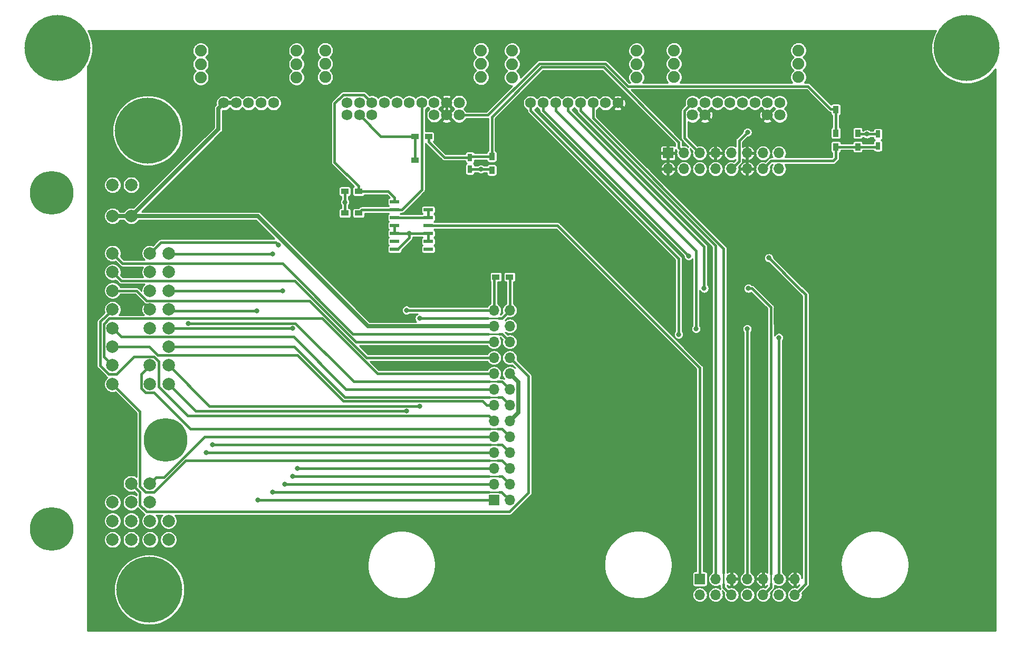
<source format=gbr>
G04 #@! TF.GenerationSoftware,KiCad,Pcbnew,5.0.2-bee76a0~70~ubuntu18.04.1*
G04 #@! TF.CreationDate,2019-06-20T22:09:52+01:00*
G04 #@! TF.ProjectId,leaf_adapter,6c656166-5f61-4646-9170-7465722e6b69,rev?*
G04 #@! TF.SameCoordinates,Original*
G04 #@! TF.FileFunction,Copper,L1,Top*
G04 #@! TF.FilePolarity,Positive*
%FSLAX46Y46*%
G04 Gerber Fmt 4.6, Leading zero omitted, Abs format (unit mm)*
G04 Created by KiCad (PCBNEW 5.0.2-bee76a0~70~ubuntu18.04.1) date Thu 20 Jun 2019 22:09:52 BST*
%MOMM*%
%LPD*%
G01*
G04 APERTURE LIST*
G04 #@! TA.AperFunction,ComponentPad*
%ADD10R,1.700000X1.700000*%
G04 #@! TD*
G04 #@! TA.AperFunction,ComponentPad*
%ADD11O,1.700000X1.700000*%
G04 #@! TD*
G04 #@! TA.AperFunction,ComponentPad*
%ADD12C,10.600000*%
G04 #@! TD*
G04 #@! TA.AperFunction,ComponentPad*
%ADD13C,0.900000*%
G04 #@! TD*
G04 #@! TA.AperFunction,ComponentPad*
%ADD14C,1.800000*%
G04 #@! TD*
G04 #@! TA.AperFunction,ComponentPad*
%ADD15C,1.750000*%
G04 #@! TD*
G04 #@! TA.AperFunction,ComponentPad*
%ADD16C,1.900000*%
G04 #@! TD*
G04 #@! TA.AperFunction,SMDPad,CuDef*
%ADD17R,0.750000X1.200000*%
G04 #@! TD*
G04 #@! TA.AperFunction,ComponentPad*
%ADD18C,2.000000*%
G04 #@! TD*
G04 #@! TA.AperFunction,ComponentPad*
%ADD19C,7.000000*%
G04 #@! TD*
G04 #@! TA.AperFunction,SMDPad,CuDef*
%ADD20R,1.500000X0.600000*%
G04 #@! TD*
G04 #@! TA.AperFunction,SMDPad,CuDef*
%ADD21R,1.200000X0.900000*%
G04 #@! TD*
G04 #@! TA.AperFunction,SMDPad,CuDef*
%ADD22R,0.900000X1.200000*%
G04 #@! TD*
G04 #@! TA.AperFunction,ViaPad*
%ADD23C,0.800000*%
G04 #@! TD*
G04 #@! TA.AperFunction,Conductor*
%ADD24C,0.381000*%
G04 #@! TD*
G04 #@! TA.AperFunction,Conductor*
%ADD25C,0.254000*%
G04 #@! TD*
G04 #@! TA.AperFunction,Conductor*
%ADD26C,0.635000*%
G04 #@! TD*
G04 APERTURE END LIST*
D10*
G04 #@! TO.P,JP5,1*
G04 #@! TO.N,/S1S4*
X134350000Y-120600000D03*
D11*
G04 #@! TO.P,JP5,2*
G04 #@! TO.N,/S3*
X136890000Y-120600000D03*
G04 #@! TO.P,JP5,3*
G04 #@! TO.N,/R1*
X134350000Y-118060000D03*
G04 #@! TO.P,JP5,4*
G04 #@! TO.N,/S2*
X136890000Y-118060000D03*
G04 #@! TO.P,JP5,5*
G04 #@! TO.N,/THROTTLE*
X134350000Y-115520000D03*
G04 #@! TO.P,JP5,6*
G04 #@! TO.N,/IN_CRUISE*
X136890000Y-115520000D03*
G04 #@! TO.P,JP5,7*
G04 #@! TO.N,/REGEN*
X134350000Y-112980000D03*
G04 #@! TO.P,JP5,8*
G04 #@! TO.N,/IN_START*
X136890000Y-112980000D03*
G04 #@! TO.P,JP5,9*
G04 #@! TO.N,/OUT_BRAKE*
X134350000Y-110440000D03*
G04 #@! TO.P,JP5,10*
G04 #@! TO.N,/IN_BRAKE*
X136890000Y-110440000D03*
G04 #@! TO.P,JP5,11*
G04 #@! TO.N,/OUT_DCSW*
X134350000Y-107900000D03*
G04 #@! TO.P,JP5,12*
G04 #@! TO.N,/12V*
X136890000Y-107900000D03*
G04 #@! TO.P,JP5,13*
G04 #@! TO.N,/OUT_ERR*
X134350000Y-105360000D03*
G04 #@! TO.P,JP5,14*
G04 #@! TO.N,/IN_FORWARD*
X136890000Y-105360000D03*
G04 #@! TO.P,JP5,15*
G04 #@! TO.N,/OUT_OVTG*
X134350000Y-102820000D03*
G04 #@! TO.P,JP5,16*
G04 #@! TO.N,/IN_REVERSE*
X136890000Y-102820000D03*
G04 #@! TO.P,JP5,17*
G04 #@! TO.N,/OUT_TEMP*
X134350000Y-100280000D03*
G04 #@! TO.P,JP5,18*
G04 #@! TO.N,/12V*
X136890000Y-100280000D03*
G04 #@! TO.P,JP5,19*
G04 #@! TO.N,/OUT_PRE*
X134350000Y-97740000D03*
G04 #@! TO.P,JP5,20*
G04 #@! TO.N,/IN_BMS*
X136890000Y-97740000D03*
G04 #@! TO.P,JP5,21*
G04 #@! TO.N,/TMP1*
X134350000Y-95200000D03*
G04 #@! TO.P,JP5,22*
G04 #@! TO.N,/TMP2*
X136890000Y-95200000D03*
G04 #@! TO.P,JP5,23*
G04 #@! TO.N,/12V*
X134350000Y-92660000D03*
G04 #@! TO.P,JP5,24*
G04 #@! TO.N,GND*
X136890000Y-92660000D03*
G04 #@! TO.P,JP5,25*
G04 #@! TO.N,/CANH*
X134350000Y-90120000D03*
G04 #@! TO.P,JP5,26*
G04 #@! TO.N,/CANL*
X136890000Y-90120000D03*
G04 #@! TD*
D12*
G04 #@! TO.P,REF\002A\002A,1*
G04 #@! TO.N,N/C*
X64250000Y-48000000D03*
D13*
X68225000Y-48000000D03*
X67060749Y-50810749D03*
X64250000Y-51975000D03*
X61439251Y-50810749D03*
X60275000Y-48000000D03*
X61439251Y-45189251D03*
X64250000Y-44025000D03*
X67060749Y-45189251D03*
G04 #@! TD*
D12*
G04 #@! TO.P,REF\002A\002A,1*
G04 #@! TO.N,N/C*
X78750000Y-61250000D03*
D13*
X82725000Y-61250000D03*
X81560749Y-64060749D03*
X78750000Y-65225000D03*
X75939251Y-64060749D03*
X74775000Y-61250000D03*
X75939251Y-58439251D03*
X78750000Y-57275000D03*
X81560749Y-58439251D03*
G04 #@! TD*
D12*
G04 #@! TO.P,REF\002A\002A,1*
G04 #@! TO.N,N/C*
X79000000Y-135000000D03*
D13*
X82975000Y-135000000D03*
X81810749Y-137810749D03*
X79000000Y-138975000D03*
X76189251Y-137810749D03*
X75025000Y-135000000D03*
X76189251Y-132189251D03*
X79000000Y-131025000D03*
X81810749Y-132189251D03*
G04 #@! TD*
D14*
G04 #@! TO.P,CN151,12*
G04 #@! TO.N,GND*
X166239880Y-58751700D03*
G04 #@! TO.P,CN151,11*
G04 #@! TO.N,/5V*
X168239880Y-58751700D03*
G04 #@! TO.P,CN151,10*
X178239880Y-58751700D03*
G04 #@! TO.P,CN151,9*
G04 #@! TO.N,GND*
X180239880Y-58751700D03*
D15*
G04 #@! TO.P,CN151,8*
G04 #@! TO.N,/I2*
X180239880Y-56751700D03*
G04 #@! TO.P,CN151,7*
G04 #@! TO.N,Net-(CN151-Pad7)*
X178239880Y-56751700D03*
G04 #@! TO.P,CN151,6*
G04 #@! TO.N,Net-(CN151-Pad6)*
X176239880Y-56751700D03*
D16*
G04 #@! TO.P,CN151,~*
G04 #@! TO.N,N/C*
X183229880Y-52651700D03*
X183229880Y-50501700D03*
X183229880Y-48351700D03*
X163249880Y-52651700D03*
X163249880Y-48351700D03*
X163249880Y-50501700D03*
D15*
G04 #@! TO.P,CN151,5*
G04 #@! TO.N,Net-(CN151-Pad5)*
X174239880Y-56751700D03*
G04 #@! TO.P,CN151,4*
G04 #@! TO.N,Net-(CN151-Pad4)*
X172239880Y-56751700D03*
G04 #@! TO.P,CN151,3*
G04 #@! TO.N,Net-(CN151-Pad3)*
X170239880Y-56751700D03*
G04 #@! TO.P,CN151,2*
G04 #@! TO.N,Net-(CN151-Pad2)*
X168239880Y-56751700D03*
G04 #@! TO.P,CN151,1*
G04 #@! TO.N,/I1*
X166239880Y-56751700D03*
G04 #@! TD*
D16*
G04 #@! TO.P,CN101,~*
G04 #@! TO.N,N/C*
X102639200Y-52702500D03*
X102639200Y-50552500D03*
X102639200Y-48402500D03*
X87259200Y-52702500D03*
X87259200Y-48402500D03*
X87259200Y-50552500D03*
D15*
G04 #@! TO.P,CN101,5*
G04 #@! TO.N,GND*
X98949200Y-56802500D03*
G04 #@! TO.P,CN101,4*
X96949200Y-56802500D03*
G04 #@! TO.P,CN101,3*
G04 #@! TO.N,Net-(CN101-Pad3)*
X94949200Y-56802500D03*
G04 #@! TO.P,CN101,2*
G04 #@! TO.N,/12V*
X92949200Y-56802500D03*
G04 #@! TO.P,CN101,1*
X90949200Y-56802500D03*
G04 #@! TD*
G04 #@! TO.P,CN501,16*
G04 #@! TO.N,Net-(CN501-Pad16)*
X110748500Y-58751700D03*
G04 #@! TO.P,CN501,15*
G04 #@! TO.N,/UDC_PWM*
X112748500Y-58751700D03*
G04 #@! TO.P,CN501,14*
G04 #@! TO.N,Net-(CN501-Pad14)*
X114748500Y-58751700D03*
G04 #@! TO.P,CN501,13*
G04 #@! TO.N,Net-(CN501-Pad13)*
X124748500Y-58751700D03*
D14*
G04 #@! TO.P,CN501,12*
G04 #@! TO.N,/5V*
X126748500Y-58751700D03*
G04 #@! TO.P,CN501,11*
G04 #@! TO.N,/TMP_PWM*
X128748500Y-58751700D03*
G04 #@! TO.P,CN501,10*
G04 #@! TO.N,Net-(CN501-Pad10)*
X128748500Y-56751700D03*
G04 #@! TO.P,CN501,9*
G04 #@! TO.N,/5V*
X126748500Y-56751700D03*
D15*
G04 #@! TO.P,CN501,8*
G04 #@! TO.N,Net-(CN501-Pad8)*
X124748500Y-56751700D03*
G04 #@! TO.P,CN501,7*
G04 #@! TO.N,/FAULT2*
X122748500Y-56751700D03*
G04 #@! TO.P,CN501,6*
G04 #@! TO.N,Net-(CN501-Pad6)*
X120748500Y-56751700D03*
D16*
G04 #@! TO.P,CN501,~*
G04 #@! TO.N,N/C*
X132263500Y-52651700D03*
X132263500Y-50501700D03*
X132263500Y-48351700D03*
X107233500Y-52651700D03*
X107233500Y-48351700D03*
X107233500Y-50501700D03*
D15*
G04 #@! TO.P,CN501,5*
G04 #@! TO.N,Net-(CN501-Pad5)*
X118748500Y-56751700D03*
G04 #@! TO.P,CN501,4*
G04 #@! TO.N,Net-(CN501-Pad4)*
X116748500Y-56751700D03*
G04 #@! TO.P,CN501,3*
G04 #@! TO.N,/FAULT1*
X114748500Y-56751700D03*
G04 #@! TO.P,CN501,2*
G04 #@! TO.N,Net-(CN501-Pad2)*
X112748500Y-56751700D03*
G04 #@! TO.P,CN501,1*
G04 #@! TO.N,Net-(CN501-Pad1)*
X110748500Y-56751700D03*
G04 #@! TD*
G04 #@! TO.P,CN601,8*
G04 #@! TO.N,/5V*
X154248060Y-56802500D03*
G04 #@! TO.P,CN601,7*
G04 #@! TO.N,Net-(CN601-Pad7)*
X152248060Y-56802500D03*
G04 #@! TO.P,CN601,6*
G04 #@! TO.N,/WP*
X150248060Y-56802500D03*
D16*
G04 #@! TO.P,CN601,~*
G04 #@! TO.N,N/C*
X157238060Y-52702500D03*
X157238060Y-50552500D03*
X157238060Y-48402500D03*
X137258060Y-52702500D03*
X137258060Y-48402500D03*
X137258060Y-50552500D03*
D15*
G04 #@! TO.P,CN601,5*
G04 #@! TO.N,/WN*
X148248060Y-56802500D03*
G04 #@! TO.P,CN601,4*
G04 #@! TO.N,/Vp*
X146248060Y-56802500D03*
G04 #@! TO.P,CN601,3*
G04 #@! TO.N,/VN*
X144248060Y-56802500D03*
G04 #@! TO.P,CN601,2*
G04 #@! TO.N,/UP*
X142248060Y-56802500D03*
G04 #@! TO.P,CN601,1*
G04 #@! TO.N,/UN*
X140248060Y-56802500D03*
G04 #@! TD*
D10*
G04 #@! TO.P,JP3,1*
G04 #@! TO.N,/DESAT*
X167400000Y-133300000D03*
D11*
G04 #@! TO.P,JP3,2*
G04 #@! TO.N,Net-(JP3-Pad2)*
X167400000Y-135840000D03*
G04 #@! TO.P,JP3,3*
G04 #@! TO.N,/WN*
X169940000Y-133300000D03*
G04 #@! TO.P,JP3,4*
G04 #@! TO.N,GND*
X169940000Y-135840000D03*
G04 #@! TO.P,JP3,5*
G04 #@! TO.N,/5V*
X172480000Y-133300000D03*
G04 #@! TO.P,JP3,6*
G04 #@! TO.N,/WP*
X172480000Y-135840000D03*
G04 #@! TO.P,JP3,7*
G04 #@! TO.N,/VN*
X175020000Y-133300000D03*
G04 #@! TO.P,JP3,8*
G04 #@! TO.N,GND*
X175020000Y-135840000D03*
G04 #@! TO.P,JP3,9*
G04 #@! TO.N,/5V*
X177560000Y-133300000D03*
G04 #@! TO.P,JP3,10*
G04 #@! TO.N,/Vp*
X177560000Y-135840000D03*
G04 #@! TO.P,JP3,11*
G04 #@! TO.N,/UN*
X180100000Y-133300000D03*
G04 #@! TO.P,JP3,12*
G04 #@! TO.N,GND*
X180100000Y-135840000D03*
G04 #@! TO.P,JP3,13*
G04 #@! TO.N,/5V*
X182640000Y-133300000D03*
G04 #@! TO.P,JP3,14*
G04 #@! TO.N,/UP*
X182640000Y-135840000D03*
G04 #@! TD*
D10*
G04 #@! TO.P,JP4,1*
G04 #@! TO.N,/5V*
X162300000Y-64850000D03*
D11*
G04 #@! TO.P,JP4,2*
X162300000Y-67390000D03*
G04 #@! TO.P,JP4,3*
G04 #@! TO.N,/UDC*
X164840000Y-64850000D03*
G04 #@! TO.P,JP4,4*
G04 #@! TO.N,Net-(JP4-Pad4)*
X164840000Y-67390000D03*
G04 #@! TO.P,JP4,5*
G04 #@! TO.N,/I1*
X167380000Y-64850000D03*
G04 #@! TO.P,JP4,6*
G04 #@! TO.N,GND*
X167380000Y-67390000D03*
G04 #@! TO.P,JP4,7*
G04 #@! TO.N,/5V*
X169920000Y-64850000D03*
G04 #@! TO.P,JP4,8*
G04 #@! TO.N,GND*
X169920000Y-67390000D03*
G04 #@! TO.P,JP4,9*
X172460000Y-64850000D03*
G04 #@! TO.P,JP4,10*
G04 #@! TO.N,/I2*
X172460000Y-67390000D03*
G04 #@! TO.P,JP4,11*
G04 #@! TO.N,/5V*
X175000000Y-64850000D03*
G04 #@! TO.P,JP4,12*
X175000000Y-67390000D03*
G04 #@! TO.P,JP4,13*
G04 #@! TO.N,Net-(JP4-Pad13)*
X177540000Y-64850000D03*
G04 #@! TO.P,JP4,14*
G04 #@! TO.N,/TMPHS*
X177540000Y-67390000D03*
G04 #@! TO.P,JP4,15*
G04 #@! TO.N,GND*
X180080000Y-64850000D03*
G04 #@! TO.P,JP4,16*
X180080000Y-67390000D03*
G04 #@! TD*
D12*
G04 #@! TO.P,H1,1*
G04 #@! TO.N,GND*
X210250000Y-48000000D03*
D13*
X214225000Y-48000000D03*
X213060749Y-50810749D03*
X210250000Y-51975000D03*
X207439251Y-50810749D03*
X206275000Y-48000000D03*
X207439251Y-45189251D03*
X210250000Y-44025000D03*
X213060749Y-45189251D03*
G04 #@! TD*
D17*
G04 #@! TO.P,C1,1*
G04 #@! TO.N,/TMPHS*
X196000000Y-63700000D03*
G04 #@! TO.P,C1,2*
G04 #@! TO.N,GND*
X196000000Y-61800000D03*
G04 #@! TD*
G04 #@! TO.P,C2,2*
G04 #@! TO.N,GND*
X130500000Y-67450000D03*
G04 #@! TO.P,C2,1*
G04 #@! TO.N,/UDC*
X130500000Y-65550000D03*
G04 #@! TD*
D18*
G04 #@! TO.P,CN001,40*
G04 #@! TO.N,Net-(CN1-Pad40)*
X82108240Y-126970000D03*
G04 #@! TO.P,CN001,39*
G04 #@! TO.N,Net-(CN1-Pad39)*
X82108240Y-123970000D03*
G04 #@! TO.P,CN001,38*
G04 #@! TO.N,/CANH*
X82108240Y-101970000D03*
G04 #@! TO.P,CN001,37*
G04 #@! TO.N,/CANL*
X82108240Y-98970000D03*
G04 #@! TO.P,CN001,36*
G04 #@! TO.N,/IN_FORWARD*
X82108240Y-95970000D03*
G04 #@! TO.P,CN001,35*
G04 #@! TO.N,/S2*
X82108240Y-92970000D03*
G04 #@! TO.P,CN001,34*
G04 #@! TO.N,/S1S4*
X82108240Y-89970000D03*
G04 #@! TO.P,CN001,33*
G04 #@! TO.N,/R1*
X82108240Y-86970000D03*
G04 #@! TO.P,CN001,32*
G04 #@! TO.N,/S1S4*
X82108240Y-83970000D03*
G04 #@! TO.P,CN001,31*
G04 #@! TO.N,/S3*
X82108240Y-80970000D03*
G04 #@! TO.P,CN001,30*
G04 #@! TO.N,/THROTTLE*
X79108240Y-80970000D03*
G04 #@! TO.P,CN001,29*
G04 #@! TO.N,/REGEN*
X79108240Y-83970000D03*
G04 #@! TO.P,CN001,28*
G04 #@! TO.N,GND*
X79108240Y-86970000D03*
G04 #@! TO.P,CN001,27*
G04 #@! TO.N,/5V*
X79108240Y-89970000D03*
G04 #@! TO.P,CN001,26*
G04 #@! TO.N,/IN_REVERSE*
X79108240Y-92970000D03*
G04 #@! TO.P,CN001,25*
G04 #@! TO.N,/IN_BRAKE*
X79108240Y-98970000D03*
G04 #@! TO.P,CN001,24*
G04 #@! TO.N,/IN_START*
X79108240Y-101970000D03*
G04 #@! TO.P,CN001,23*
G04 #@! TO.N,/OUT_BRAKE*
X79108240Y-117970000D03*
G04 #@! TO.P,CN001,22*
G04 #@! TO.N,Net-(CN1-Pad22)*
X79108240Y-120970000D03*
G04 #@! TO.P,CN001,21*
G04 #@! TO.N,Net-(CN1-Pad21)*
X79108240Y-123970000D03*
G04 #@! TO.P,CN001,20*
G04 #@! TO.N,Net-(CN1-Pad20)*
X79108240Y-126970000D03*
G04 #@! TO.P,CN001,19*
G04 #@! TO.N,Net-(CN1-Pad19)*
X76108240Y-126970000D03*
G04 #@! TO.P,CN001,18*
G04 #@! TO.N,Net-(CN1-Pad18)*
X76108240Y-123970000D03*
G04 #@! TO.P,CN001,17*
G04 #@! TO.N,Net-(CN1-Pad17)*
X76108240Y-120970000D03*
G04 #@! TO.P,CN001,16*
G04 #@! TO.N,/IN_BMS*
X76108240Y-117970000D03*
G04 #@! TO.P,CN001,15*
G04 #@! TO.N,/12V*
X76108240Y-74970000D03*
G04 #@! TO.P,CN001,14*
G04 #@! TO.N,GND*
X76108240Y-69970000D03*
G04 #@! TO.P,CN001,13*
X73108240Y-69970000D03*
G04 #@! TO.P,CN001,12*
G04 #@! TO.N,/12V*
X73108240Y-74970000D03*
G04 #@! TO.P,CN001,11*
G04 #@! TO.N,/TMP2*
X73108240Y-80970000D03*
G04 #@! TO.P,CN001,10*
G04 #@! TO.N,/TMP1*
X73108240Y-83970000D03*
G04 #@! TO.P,CN001,9*
G04 #@! TO.N,/OUT_PRE*
X73108240Y-86970000D03*
G04 #@! TO.P,CN001,8*
G04 #@! TO.N,/OUT_DCSW*
X73108240Y-89970000D03*
G04 #@! TO.P,CN001,7*
G04 #@! TO.N,/OUT_OVTG*
X73108240Y-92970000D03*
G04 #@! TO.P,CN001,6*
G04 #@! TO.N,/OUT_ERR*
X73108240Y-95970000D03*
G04 #@! TO.P,CN001,5*
G04 #@! TO.N,/OUT_TEMP*
X73108240Y-98970000D03*
G04 #@! TO.P,CN001,4*
G04 #@! TO.N,/IN_CRUISE*
X73108240Y-101970000D03*
G04 #@! TO.P,CN001,3*
G04 #@! TO.N,Net-(CN1-Pad3)*
X73108240Y-120970000D03*
G04 #@! TO.P,CN001,2*
G04 #@! TO.N,Net-(CN1-Pad2)*
X73108240Y-123970000D03*
G04 #@! TO.P,CN001,1*
G04 #@! TO.N,Net-(CN1-Pad1)*
X73108240Y-126970000D03*
D19*
G04 #@! TO.P,CN001,~*
G04 #@! TO.N,N/C*
X81608240Y-110970000D03*
X63358240Y-125220000D03*
X63358240Y-71220000D03*
G04 #@! TD*
D20*
G04 #@! TO.P,IC1,14*
G04 #@! TO.N,/5V*
X123800000Y-72690000D03*
G04 #@! TO.P,IC1,13*
G04 #@! TO.N,/FAULT*
X123800000Y-73960000D03*
G04 #@! TO.P,IC1,12*
X123800000Y-75230000D03*
G04 #@! TO.P,IC1,11*
G04 #@! TO.N,/DESAT*
X123800000Y-76500000D03*
G04 #@! TO.P,IC1,10*
G04 #@! TO.N,GND*
X123800000Y-77770000D03*
G04 #@! TO.P,IC1,9*
X123800000Y-79040000D03*
G04 #@! TO.P,IC1,8*
G04 #@! TO.N,Net-(IC1-Pad8)*
X123800000Y-80310000D03*
G04 #@! TO.P,IC1,7*
G04 #@! TO.N,GND*
X118400000Y-80310000D03*
G04 #@! TO.P,IC1,6*
G04 #@! TO.N,Net-(IC1-Pad6)*
X118400000Y-79040000D03*
G04 #@! TO.P,IC1,5*
G04 #@! TO.N,GND*
X118400000Y-77770000D03*
G04 #@! TO.P,IC1,4*
X118400000Y-76500000D03*
G04 #@! TO.P,IC1,3*
G04 #@! TO.N,/FAULT*
X118400000Y-75230000D03*
G04 #@! TO.P,IC1,2*
G04 #@! TO.N,/FAULT2*
X118400000Y-73960000D03*
G04 #@! TO.P,IC1,1*
G04 #@! TO.N,/FAULT1*
X118400000Y-72690000D03*
G04 #@! TD*
D21*
G04 #@! TO.P,R1,2*
G04 #@! TO.N,/CANL*
X136850000Y-84750000D03*
G04 #@! TO.P,R1,1*
G04 #@! TO.N,/CANH*
X134650000Y-84750000D03*
G04 #@! TD*
G04 #@! TO.P,R2,1*
G04 #@! TO.N,/UDC_PWM*
X121650000Y-66000000D03*
G04 #@! TO.P,R2,2*
G04 #@! TO.N,/5V*
X123850000Y-66000000D03*
G04 #@! TD*
D22*
G04 #@! TO.P,R3,2*
G04 #@! TO.N,/5V*
X189250000Y-55650000D03*
G04 #@! TO.P,R3,1*
G04 #@! TO.N,/TMP_PWM*
X189250000Y-57850000D03*
G04 #@! TD*
G04 #@! TO.P,R4,1*
G04 #@! TO.N,/TMP_PWM*
X189250000Y-61650000D03*
G04 #@! TO.P,R4,2*
G04 #@! TO.N,/TMPHS*
X189250000Y-63850000D03*
G04 #@! TD*
D21*
G04 #@! TO.P,R5,2*
G04 #@! TO.N,/UDC*
X123850000Y-62200000D03*
G04 #@! TO.P,R5,1*
G04 #@! TO.N,/UDC_PWM*
X121650000Y-62200000D03*
G04 #@! TD*
D22*
G04 #@! TO.P,R7,1*
G04 #@! TO.N,GND*
X134000000Y-67600000D03*
G04 #@! TO.P,R7,2*
G04 #@! TO.N,/UDC*
X134000000Y-65400000D03*
G04 #@! TD*
G04 #@! TO.P,R8,2*
G04 #@! TO.N,/TMPHS*
X192750000Y-63850000D03*
G04 #@! TO.P,R8,1*
G04 #@! TO.N,GND*
X192750000Y-61650000D03*
G04 #@! TD*
D21*
G04 #@! TO.P,R9,1*
G04 #@! TO.N,GND*
X110400000Y-71000000D03*
G04 #@! TO.P,R9,2*
G04 #@! TO.N,/FAULT1*
X112600000Y-71000000D03*
G04 #@! TD*
G04 #@! TO.P,R10,2*
G04 #@! TO.N,/FAULT2*
X112600000Y-74500000D03*
G04 #@! TO.P,R10,1*
G04 #@! TO.N,GND*
X110400000Y-74500000D03*
G04 #@! TD*
D23*
G04 #@! TO.N,GND*
X194250000Y-61800000D03*
X120750000Y-77770000D03*
X110400000Y-72750000D03*
X132250000Y-67450000D03*
G04 #@! TO.N,/IN_START*
X89150000Y-111750000D03*
G04 #@! TO.N,/IN_REVERSE*
X85300000Y-92209490D03*
G04 #@! TO.N,/REGEN*
X88150000Y-112950000D03*
G04 #@! TO.N,/THROTTLE*
X102810009Y-115520000D03*
X99700000Y-79600000D03*
G04 #@! TO.N,/S3*
X98800501Y-119300501D03*
X98800000Y-81100000D03*
G04 #@! TO.N,/S1S4*
X96400000Y-120600000D03*
X96300000Y-90200000D03*
G04 #@! TO.N,/R1*
X100760000Y-118060000D03*
X100400000Y-87000000D03*
G04 #@! TO.N,/S2*
X102019499Y-116819499D03*
X102019499Y-93000000D03*
G04 #@! TO.N,/CANL*
X122400000Y-91400000D03*
X122400000Y-105500000D03*
G04 #@! TO.N,/CANH*
X120300000Y-90100000D03*
X120296590Y-106290510D03*
G04 #@! TO.N,/I2*
X175050000Y-61500000D03*
G04 #@! TO.N,/UN*
X180100000Y-94500000D03*
X164000000Y-94000000D03*
G04 #@! TO.N,/UP*
X178500000Y-81700000D03*
X165600000Y-81391876D03*
G04 #@! TO.N,/VN*
X166800000Y-93100000D03*
X175000000Y-93100000D03*
G04 #@! TO.N,/Vp*
X175200000Y-86600000D03*
X168100000Y-86600000D03*
G04 #@! TD*
D24*
G04 #@! TO.N,GND*
X192900000Y-61800000D02*
X192750000Y-61650000D01*
X196000000Y-61800000D02*
X194250000Y-61800000D01*
X194250000Y-61800000D02*
X192900000Y-61800000D01*
X130650000Y-67600000D02*
X130500000Y-67450000D01*
X118400000Y-77770000D02*
X119531000Y-77770000D01*
X118400000Y-76500000D02*
X118400000Y-77770000D01*
X120750000Y-78410000D02*
X120750000Y-77770000D01*
X118850000Y-80310000D02*
X120750000Y-78410000D01*
X118400000Y-80310000D02*
X118850000Y-80310000D01*
X119531000Y-77770000D02*
X120750000Y-77770000D01*
X120750000Y-77770000D02*
X123800000Y-77770000D01*
X123800000Y-77770000D02*
X123800000Y-79040000D01*
X110400000Y-71000000D02*
X110400000Y-72750000D01*
X110400000Y-72750000D02*
X110400000Y-74500000D01*
X133850000Y-67450000D02*
X134000000Y-67600000D01*
X130500000Y-67450000D02*
X132250000Y-67450000D01*
X132250000Y-67450000D02*
X133850000Y-67450000D01*
G04 #@! TO.N,/TMPHS*
X189250000Y-65688630D02*
X189250000Y-63850000D01*
X188838129Y-66100501D02*
X189250000Y-65688630D01*
X177540000Y-67400000D02*
X178839499Y-66100501D01*
X178839499Y-66100501D02*
X188838129Y-66100501D01*
X189250000Y-63850000D02*
X192750000Y-63850000D01*
X195850000Y-63850000D02*
X196000000Y-63700000D01*
X192750000Y-63850000D02*
X195850000Y-63850000D01*
G04 #@! TO.N,/UDC*
X130350000Y-65700000D02*
X130500000Y-65550000D01*
X134000000Y-59050000D02*
X134000000Y-65400000D01*
X151950000Y-51050000D02*
X142000000Y-51050000D01*
X142000000Y-51050000D02*
X134000000Y-59050000D01*
X163990001Y-63090001D02*
X151950000Y-51050000D01*
X164840000Y-64850000D02*
X163990001Y-64000001D01*
X163990001Y-64000001D02*
X163990001Y-63090001D01*
X130650000Y-65400000D02*
X130500000Y-65550000D01*
X134000000Y-65400000D02*
X130650000Y-65400000D01*
X123850000Y-63031000D02*
X123850000Y-62200000D01*
X126369000Y-65550000D02*
X123850000Y-63031000D01*
X130500000Y-65550000D02*
X126369000Y-65550000D01*
G04 #@! TO.N,/IN_CRUISE*
X136900000Y-115520000D02*
X135659499Y-114279499D01*
D25*
X134975000Y-114279499D02*
X133575000Y-114279499D01*
D24*
X135659499Y-114279499D02*
X134975000Y-114279499D01*
X133575000Y-114279499D02*
X84878355Y-114279499D01*
X77498741Y-106360501D02*
X74108239Y-102969999D01*
X77498741Y-118418443D02*
X77498741Y-106360501D01*
X74108239Y-102969999D02*
X73108240Y-101970000D01*
X78440799Y-119360501D02*
X77498741Y-118418443D01*
X79797353Y-119360501D02*
X78440799Y-119360501D01*
X84878355Y-114279499D02*
X79797353Y-119360501D01*
G04 #@! TO.N,/OUT_TEMP*
X134360000Y-100280000D02*
X115623344Y-100280000D01*
X115623344Y-100280000D02*
X106762332Y-91418988D01*
X106762332Y-91418988D02*
X72601310Y-91418988D01*
X71717739Y-92302559D02*
X71717739Y-97579499D01*
X72108241Y-97970001D02*
X73108240Y-98970000D01*
X71717739Y-97579499D02*
X72108241Y-97970001D01*
X72601310Y-91418988D02*
X71717739Y-92302559D01*
G04 #@! TO.N,/OUT_ERR*
X134360000Y-105360000D02*
X133157919Y-105360000D01*
X133157919Y-105360000D02*
X132507418Y-104709499D01*
X110166155Y-104709499D02*
X102817157Y-97360501D01*
X80378355Y-97360501D02*
X78987854Y-95970000D01*
X78987854Y-95970000D02*
X74522453Y-95970000D01*
X74522453Y-95970000D02*
X73108240Y-95970000D01*
X102817157Y-97360501D02*
X80378355Y-97360501D01*
X132507418Y-104709499D02*
X110166155Y-104709499D01*
G04 #@! TO.N,/OUT_OVTG*
X74519251Y-94381011D02*
X74108239Y-93969999D01*
X74108239Y-93969999D02*
X73108240Y-92970000D01*
X134360000Y-102820000D02*
X110608940Y-102820000D01*
X102169951Y-94381011D02*
X74519251Y-94381011D01*
X110608940Y-102820000D02*
X102169951Y-94381011D01*
G04 #@! TO.N,/OUT_DCSW*
X133510001Y-107050001D02*
X120707041Y-107050001D01*
X85161309Y-107081011D02*
X80498741Y-102418443D01*
X72108241Y-90969999D02*
X73108240Y-89970000D01*
X73775681Y-100360501D02*
X72440799Y-100360501D01*
X79775681Y-97579499D02*
X76556683Y-97579499D01*
X76556683Y-97579499D02*
X73775681Y-100360501D01*
X72440799Y-100360501D02*
X71136727Y-99056428D01*
X71136727Y-99056428D02*
X71136727Y-91941513D01*
X80498741Y-98302559D02*
X79775681Y-97579499D01*
X80498741Y-102418443D02*
X80498741Y-98302559D01*
X120676031Y-107081011D02*
X85161309Y-107081011D01*
X71136727Y-91941513D02*
X72108241Y-90969999D01*
X120707041Y-107050001D02*
X120676031Y-107081011D01*
X134360000Y-107900000D02*
X133510001Y-107050001D01*
G04 #@! TO.N,/OUT_PRE*
X104744515Y-88579499D02*
X78539411Y-88579499D01*
X74522453Y-86970000D02*
X73108240Y-86970000D01*
X134360000Y-97740000D02*
X113905016Y-97740000D01*
X78539411Y-88579499D02*
X76929912Y-86970000D01*
X113905016Y-97740000D02*
X104744515Y-88579499D01*
X76929912Y-86970000D02*
X74522453Y-86970000D01*
G04 #@! TO.N,/TMP1*
X74498741Y-85360501D02*
X74108239Y-84969999D01*
X102347189Y-85360501D02*
X74498741Y-85360501D01*
X112186688Y-95200000D02*
X102347189Y-85360501D01*
X134360000Y-95200000D02*
X112186688Y-95200000D01*
X74108239Y-84969999D02*
X73108240Y-83970000D01*
G04 #@! TO.N,/TMP2*
X100387860Y-82579499D02*
X74717739Y-82579499D01*
X74717739Y-82579499D02*
X74108239Y-81969999D01*
X74108239Y-81969999D02*
X73108240Y-80970000D01*
X136900000Y-95200000D02*
X135600501Y-93900501D01*
X111708862Y-93900501D02*
X100387860Y-82579499D01*
D25*
X135200000Y-93900501D02*
X133425000Y-93900501D01*
D24*
X133425000Y-93900501D02*
X111708862Y-93900501D01*
X135600501Y-93900501D02*
X135200000Y-93900501D01*
D26*
G04 #@! TO.N,/12V*
X90074201Y-61004039D02*
X77108239Y-73970001D01*
X77108239Y-73970001D02*
X76108240Y-74970000D01*
X90074201Y-57677499D02*
X90074201Y-61004039D01*
X90949200Y-56802500D02*
X90074201Y-57677499D01*
X76108240Y-74970000D02*
X73108240Y-74970000D01*
X90949200Y-56802500D02*
X92949200Y-56802500D01*
X137749999Y-101129999D02*
X136900000Y-100280000D01*
X138267501Y-101647501D02*
X137749999Y-101129999D01*
X138267501Y-106532499D02*
X138267501Y-101647501D01*
X136900000Y-107900000D02*
X138267501Y-106532499D01*
X77522453Y-74970000D02*
X76108240Y-74970000D01*
X114117902Y-92660000D02*
X96427902Y-74970000D01*
X96427902Y-74970000D02*
X77522453Y-74970000D01*
X134360000Y-92660000D02*
X114117902Y-92660000D01*
D24*
G04 #@! TO.N,/IN_BMS*
X77108239Y-118969999D02*
X76108240Y-117970000D01*
X77498741Y-119360501D02*
X77108239Y-118969999D01*
X136900000Y-97740000D02*
X139900000Y-100740000D01*
X139900000Y-100740000D02*
X139900000Y-119425942D01*
X139900000Y-119425942D02*
X136850942Y-122475000D01*
X136850942Y-122475000D02*
X78555298Y-122475000D01*
X78555298Y-122475000D02*
X77498741Y-121418443D01*
X77498741Y-121418443D02*
X77498741Y-119360501D01*
G04 #@! TO.N,/OUT_BRAKE*
X80108239Y-116970001D02*
X79108240Y-117970000D01*
X81366181Y-116970001D02*
X80108239Y-116970001D01*
X87896182Y-110440000D02*
X81366181Y-116970001D01*
X134360000Y-110440000D02*
X87896182Y-110440000D01*
G04 #@! TO.N,/IN_START*
X136040001Y-112130001D02*
X136030001Y-112130001D01*
X136890000Y-112980000D02*
X136040001Y-112130001D01*
X136030001Y-112130001D02*
X135650000Y-111750000D01*
X133250000Y-111750000D02*
X89150000Y-111750000D01*
X135650000Y-111750000D02*
X134950000Y-111750000D01*
X133250000Y-111750000D02*
X133744058Y-111750000D01*
D25*
X134950000Y-111750000D02*
X133744058Y-111750000D01*
D24*
G04 #@! TO.N,/IN_BRAKE*
X136900000Y-110440000D02*
X135659499Y-109199499D01*
X135659499Y-109199499D02*
X134950000Y-109199499D01*
D25*
X134950000Y-109199499D02*
X133650000Y-109199499D01*
D24*
X77717739Y-100360501D02*
X78108241Y-99969999D01*
X77717739Y-102637441D02*
X77717739Y-100360501D01*
X78108241Y-99969999D02*
X79108240Y-98970000D01*
X133650000Y-109199499D02*
X95030000Y-109199499D01*
X78440799Y-103360501D02*
X77717739Y-102637441D01*
X95030000Y-109199499D02*
X85595681Y-109199499D01*
X85595681Y-109199499D02*
X79756683Y-103360501D01*
X79756683Y-103360501D02*
X78440799Y-103360501D01*
G04 #@! TO.N,/IN_REVERSE*
X136900000Y-102820000D02*
X135659499Y-101579499D01*
X85865685Y-92209490D02*
X85300000Y-92209490D01*
X111849441Y-101579499D02*
X102479432Y-92209490D01*
X102479432Y-92209490D02*
X85865685Y-92209490D01*
X133625000Y-101579499D02*
X111849441Y-101579499D01*
D25*
X134975000Y-101579499D02*
X133625000Y-101579499D01*
D24*
X135659499Y-101579499D02*
X134975000Y-101579499D01*
G04 #@! TO.N,/5V*
X126748500Y-56751700D02*
X126748500Y-58751700D01*
G04 #@! TO.N,/REGEN*
X134350000Y-112980000D02*
X88180000Y-112980000D01*
X88180000Y-112980000D02*
X88150000Y-112950000D01*
G04 #@! TO.N,/THROTTLE*
X134360000Y-115520000D02*
X102810009Y-115520000D01*
X80108239Y-79970001D02*
X79108240Y-80970000D01*
X80878239Y-79200001D02*
X80108239Y-79970001D01*
X99300001Y-79200001D02*
X80878239Y-79200001D01*
X99700000Y-79600000D02*
X99300001Y-79200001D01*
G04 #@! TO.N,/S3*
X136900000Y-120600000D02*
X136400000Y-120600000D01*
X82238240Y-81100000D02*
X82108240Y-80970000D01*
X98800000Y-81100000D02*
X82238240Y-81100000D01*
X135590501Y-119300501D02*
X136890000Y-120600000D01*
X135175000Y-119300501D02*
X135590501Y-119300501D01*
D25*
X135175000Y-119300501D02*
X133500000Y-119300501D01*
D24*
X98800501Y-119300501D02*
X133500000Y-119300501D01*
G04 #@! TO.N,/S1S4*
X134360000Y-120600000D02*
X96400000Y-120600000D01*
X82338240Y-90200000D02*
X82108240Y-89970000D01*
X96300000Y-90200000D02*
X82338240Y-90200000D01*
G04 #@! TO.N,/R1*
X134360000Y-118060000D02*
X100760000Y-118060000D01*
X82138240Y-87000000D02*
X82108240Y-86970000D01*
X100400000Y-87000000D02*
X82138240Y-87000000D01*
G04 #@! TO.N,/S2*
X136900000Y-118060000D02*
X135659499Y-116819499D01*
X83522453Y-92970000D02*
X83552453Y-93000000D01*
X83552453Y-93000000D02*
X102019499Y-93000000D01*
X82108240Y-92970000D02*
X83522453Y-92970000D01*
D25*
X135250000Y-116819499D02*
X133500000Y-116819499D01*
D24*
X133500000Y-116819499D02*
X102019499Y-116819499D01*
X135659499Y-116819499D02*
X135250000Y-116819499D01*
G04 #@! TO.N,/IN_FORWARD*
X83522453Y-95970000D02*
X82108240Y-95970000D01*
X102248327Y-95970000D02*
X83522453Y-95970000D01*
X110397827Y-104119499D02*
X102248327Y-95970000D01*
X136900000Y-105360000D02*
X135659499Y-104119499D01*
D25*
X135075000Y-104119499D02*
X133575000Y-104119499D01*
D24*
X133575000Y-104119499D02*
X110397827Y-104119499D01*
X135659499Y-104119499D02*
X135075000Y-104119499D01*
G04 #@! TO.N,/CANL*
X136900000Y-90120000D02*
X136050001Y-90969999D01*
X88638240Y-105500000D02*
X82108240Y-98970000D01*
X122400000Y-105500000D02*
X88638240Y-105500000D01*
D25*
X135125000Y-91400000D02*
X133375000Y-91400000D01*
D24*
X133375000Y-91400000D02*
X122400000Y-91400000D01*
X135500000Y-91400000D02*
X135125000Y-91400000D01*
X135610000Y-91400000D02*
X136890000Y-90120000D01*
X135500000Y-91400000D02*
X135610000Y-91400000D01*
X136890000Y-84790000D02*
X136850000Y-84750000D01*
X136890000Y-90120000D02*
X136890000Y-84790000D01*
G04 #@! TO.N,/CANH*
X120320000Y-90120000D02*
X120300000Y-90100000D01*
X134360000Y-90120000D02*
X120320000Y-90120000D01*
X82108240Y-101970000D02*
X86428750Y-106290510D01*
X86428750Y-106290510D02*
X119730905Y-106290510D01*
X119730905Y-106290510D02*
X120296590Y-106290510D01*
X134350000Y-85050000D02*
X134650000Y-84750000D01*
X134350000Y-90120000D02*
X134350000Y-85050000D01*
G04 #@! TO.N,/I1*
X166530001Y-64010001D02*
X167380000Y-64860000D01*
X164949379Y-62429379D02*
X166530001Y-64010001D01*
X164949379Y-58042201D02*
X164949379Y-62429379D01*
X166239880Y-56751700D02*
X164949379Y-58042201D01*
G04 #@! TO.N,/I2*
X179900000Y-57120000D02*
X180237820Y-56751700D01*
X172460000Y-67390000D02*
X173700501Y-66149499D01*
X173700501Y-66149499D02*
X173700501Y-63699499D01*
X173700501Y-62849499D02*
X175050000Y-61500000D01*
X173700501Y-63699499D02*
X173700501Y-62849499D01*
G04 #@! TO.N,/FAULT1*
X118400000Y-72009000D02*
X118400000Y-72690000D01*
X117391000Y-71000000D02*
X118400000Y-72009000D01*
X112600000Y-71000000D02*
X117391000Y-71000000D01*
X114748500Y-56751700D02*
X113482999Y-55486199D01*
X110141059Y-55486199D02*
X108750000Y-56877258D01*
X113482999Y-55486199D02*
X110141059Y-55486199D01*
X112600000Y-70169000D02*
X112600000Y-71000000D01*
X108750000Y-66319000D02*
X112600000Y-70169000D01*
X108750000Y-56877258D02*
X108750000Y-66319000D01*
G04 #@! TO.N,/FAULT2*
X119531000Y-73960000D02*
X118400000Y-73960000D01*
X122748500Y-70742500D02*
X119531000Y-73960000D01*
X122748500Y-56751700D02*
X122748500Y-70742500D01*
X113140000Y-73960000D02*
X112600000Y-74500000D01*
X118400000Y-73960000D02*
X113140000Y-73960000D01*
G04 #@! TO.N,/TMP_PWM*
X141609338Y-50468989D02*
X133326627Y-58751700D01*
X133326627Y-58751700D02*
X130021292Y-58751700D01*
X155831672Y-54109999D02*
X152190662Y-50468989D01*
X130021292Y-58751700D02*
X128748500Y-58751700D01*
X152190662Y-50468989D02*
X141609338Y-50468989D01*
X189250000Y-57900000D02*
X189400000Y-57750000D01*
X189250000Y-61650000D02*
X189250000Y-57900000D01*
X188419000Y-57750000D02*
X184778999Y-54109999D01*
X184778999Y-54109999D02*
X179000000Y-54109999D01*
X189400000Y-57750000D02*
X188419000Y-57750000D01*
X179000000Y-54109999D02*
X155831672Y-54109999D01*
G04 #@! TO.N,/UDC_PWM*
X121650000Y-66000000D02*
X121650000Y-62200000D01*
X116196800Y-62200000D02*
X121650000Y-62200000D01*
X112748500Y-58751700D02*
X116196800Y-62200000D01*
G04 #@! TO.N,/UN*
X140248060Y-58039936D02*
X164000000Y-81791876D01*
X140248060Y-56802500D02*
X140248060Y-58039936D01*
X164000000Y-81791876D02*
X164000000Y-87300000D01*
X164000000Y-87300000D02*
X164000000Y-94000000D01*
X180077800Y-133320000D02*
X180077800Y-94522200D01*
X180077800Y-94522200D02*
X180100000Y-94500000D01*
G04 #@! TO.N,/UP*
X142248060Y-58039936D02*
X165600000Y-81391876D01*
X142248060Y-56802500D02*
X142248060Y-58039936D01*
X182617800Y-135860000D02*
X183858301Y-134619499D01*
X182640000Y-135840000D02*
X184425000Y-134055000D01*
X184425000Y-87625000D02*
X183425000Y-86625000D01*
X184425000Y-134055000D02*
X184425000Y-87625000D01*
X183858301Y-87058301D02*
X183425000Y-86625000D01*
X183425000Y-86625000D02*
X178500000Y-81700000D01*
G04 #@! TO.N,/VN*
X144248060Y-58039936D02*
X166800000Y-80591876D01*
X144248060Y-56802500D02*
X144248060Y-58039936D01*
X166800000Y-83200000D02*
X166800000Y-93100000D01*
X166800000Y-80591876D02*
X166800000Y-83200000D01*
X166800000Y-83200000D02*
X166800000Y-83400000D01*
X174997800Y-93102200D02*
X175000000Y-93100000D01*
X174997800Y-101700000D02*
X174997800Y-93102200D01*
X174997800Y-101297800D02*
X174997800Y-101700000D01*
X174997800Y-101700000D02*
X174997800Y-133320000D01*
G04 #@! TO.N,/Vp*
X146248060Y-58039936D02*
X168100000Y-79891876D01*
X146248060Y-56802500D02*
X146248060Y-58039936D01*
X168100000Y-79891876D02*
X168100000Y-86600000D01*
X177537800Y-135860000D02*
X178778301Y-134619499D01*
X175200000Y-86600000D02*
X175800000Y-86600000D01*
X178778301Y-89578301D02*
X178778301Y-92400000D01*
X175800000Y-86600000D02*
X178778301Y-89578301D01*
X178778301Y-92400000D02*
X178778301Y-91978301D01*
X178800501Y-89600501D02*
X178778301Y-89578301D01*
X177560000Y-135840000D02*
X178800501Y-134599499D01*
X178800501Y-92422200D02*
X178778301Y-92400000D01*
D25*
X178800501Y-134100000D02*
X178800501Y-132475000D01*
D24*
X178800501Y-132475000D02*
X178800501Y-92422200D01*
X178800501Y-134599499D02*
X178800501Y-134100000D01*
G04 #@! TO.N,/WN*
X148248060Y-58039936D02*
X148248060Y-56802500D01*
X169917800Y-79709676D02*
X148248060Y-58039936D01*
X169917800Y-133320000D02*
X169917800Y-79709676D01*
G04 #@! TO.N,/WP*
X150248060Y-59218263D02*
X150248060Y-56802500D01*
X171217299Y-80187502D02*
X150248060Y-59218263D01*
X172457800Y-135860000D02*
X171217299Y-134619499D01*
D25*
X171217299Y-134150000D02*
X171217299Y-132325000D01*
D24*
X171217299Y-132325000D02*
X171217299Y-80187502D01*
X171217299Y-134619499D02*
X171217299Y-134150000D01*
G04 #@! TO.N,/FAULT*
X118400000Y-75230000D02*
X123800000Y-75230000D01*
X123800000Y-73960000D02*
X123800000Y-75230000D01*
G04 #@! TO.N,/DESAT*
X167377800Y-132117919D02*
X167377800Y-133320000D01*
X167377800Y-99315858D02*
X167377800Y-132117919D01*
X144561942Y-76500000D02*
X145311942Y-77250000D01*
X123800000Y-76500000D02*
X144561942Y-76500000D01*
X145311942Y-77250000D02*
X167377800Y-99315858D01*
G04 #@! TD*
D25*
G04 #@! TO.N,/5V*
G36*
X205215563Y-45309037D02*
X204787318Y-46342913D01*
X204569000Y-47440470D01*
X204569000Y-48559530D01*
X204787318Y-49657087D01*
X205215563Y-50690963D01*
X205837279Y-51621426D01*
X206628574Y-52412721D01*
X207559037Y-53034437D01*
X208592913Y-53462682D01*
X209690470Y-53681000D01*
X210809530Y-53681000D01*
X211907087Y-53462682D01*
X212940963Y-53034437D01*
X213871426Y-52412721D01*
X214662721Y-51621426D01*
X214873000Y-51306721D01*
X214873000Y-141623000D01*
X69127000Y-141623000D01*
X69127000Y-134440470D01*
X73319000Y-134440470D01*
X73319000Y-135559530D01*
X73537318Y-136657087D01*
X73965563Y-137690963D01*
X74587279Y-138621426D01*
X75378574Y-139412721D01*
X76309037Y-140034437D01*
X77342913Y-140462682D01*
X78440470Y-140681000D01*
X79559530Y-140681000D01*
X80657087Y-140462682D01*
X81690963Y-140034437D01*
X82621426Y-139412721D01*
X83412721Y-138621426D01*
X84034437Y-137690963D01*
X84462682Y-136657087D01*
X84681000Y-135559530D01*
X84681000Y-134440470D01*
X84462682Y-133342913D01*
X84034437Y-132309037D01*
X83412721Y-131378574D01*
X82690306Y-130656159D01*
X114034806Y-130656159D01*
X114060291Y-131629396D01*
X114257718Y-132582738D01*
X114620848Y-133486052D01*
X115138202Y-134310785D01*
X115793427Y-135030868D01*
X116565812Y-135623540D01*
X117430944Y-136070067D01*
X118361476Y-136356336D01*
X119327995Y-136473298D01*
X120299951Y-136417255D01*
X121246621Y-136189980D01*
X122138083Y-135798655D01*
X122946158Y-135255651D01*
X123645305Y-134578131D01*
X124213423Y-133787511D01*
X124632556Y-132908781D01*
X124889455Y-131969716D01*
X124976000Y-131000000D01*
X124968495Y-130713408D01*
X124960348Y-130656159D01*
X152034806Y-130656159D01*
X152060291Y-131629396D01*
X152257718Y-132582738D01*
X152620848Y-133486052D01*
X153138202Y-134310785D01*
X153793427Y-135030868D01*
X154565812Y-135623540D01*
X155430944Y-136070067D01*
X156361476Y-136356336D01*
X157327995Y-136473298D01*
X158299951Y-136417255D01*
X159246621Y-136189980D01*
X160043896Y-135840000D01*
X166163044Y-135840000D01*
X166186812Y-136081318D01*
X166257202Y-136313363D01*
X166371509Y-136527216D01*
X166525340Y-136714660D01*
X166712784Y-136868491D01*
X166926637Y-136982798D01*
X167158682Y-137053188D01*
X167339528Y-137071000D01*
X167460472Y-137071000D01*
X167641318Y-137053188D01*
X167873363Y-136982798D01*
X168087216Y-136868491D01*
X168274660Y-136714660D01*
X168428491Y-136527216D01*
X168542798Y-136313363D01*
X168613188Y-136081318D01*
X168636956Y-135840000D01*
X168613188Y-135598682D01*
X168542798Y-135366637D01*
X168428491Y-135152784D01*
X168274660Y-134965340D01*
X168087216Y-134811509D01*
X167873363Y-134697202D01*
X167641318Y-134626812D01*
X167460472Y-134609000D01*
X167339528Y-134609000D01*
X167158682Y-134626812D01*
X166926637Y-134697202D01*
X166712784Y-134811509D01*
X166525340Y-134965340D01*
X166371509Y-135152784D01*
X166257202Y-135366637D01*
X166186812Y-135598682D01*
X166163044Y-135840000D01*
X160043896Y-135840000D01*
X160138083Y-135798655D01*
X160946158Y-135255651D01*
X161645305Y-134578131D01*
X162213423Y-133787511D01*
X162632556Y-132908781D01*
X162889455Y-131969716D01*
X162976000Y-131000000D01*
X162968495Y-130713408D01*
X162831318Y-129749551D01*
X162525624Y-128825218D01*
X162061077Y-127969628D01*
X161452359Y-127209824D01*
X160718712Y-126569823D01*
X159883326Y-126069854D01*
X158972605Y-125725722D01*
X158015337Y-125548303D01*
X157041780Y-125543205D01*
X156082707Y-125710590D01*
X155168433Y-126045167D01*
X154327856Y-126536360D01*
X153587548Y-127168644D01*
X152970907Y-127922031D01*
X152497425Y-128772710D01*
X152182069Y-129693791D01*
X152034806Y-130656159D01*
X124960348Y-130656159D01*
X124831318Y-129749551D01*
X124525624Y-128825218D01*
X124061077Y-127969628D01*
X123452359Y-127209824D01*
X122718712Y-126569823D01*
X121883326Y-126069854D01*
X120972605Y-125725722D01*
X120015337Y-125548303D01*
X119041780Y-125543205D01*
X118082707Y-125710590D01*
X117168433Y-126045167D01*
X116327856Y-126536360D01*
X115587548Y-127168644D01*
X114970907Y-127922031D01*
X114497425Y-128772710D01*
X114182069Y-129693791D01*
X114034806Y-130656159D01*
X82690306Y-130656159D01*
X82621426Y-130587279D01*
X81690963Y-129965563D01*
X80657087Y-129537318D01*
X79559530Y-129319000D01*
X78440470Y-129319000D01*
X77342913Y-129537318D01*
X76309037Y-129965563D01*
X75378574Y-130587279D01*
X74587279Y-131378574D01*
X73965563Y-132309037D01*
X73537318Y-133342913D01*
X73319000Y-134440470D01*
X69127000Y-134440470D01*
X69127000Y-126833983D01*
X71727240Y-126833983D01*
X71727240Y-127106017D01*
X71780311Y-127372823D01*
X71884414Y-127624149D01*
X72035547Y-127850336D01*
X72227904Y-128042693D01*
X72454091Y-128193826D01*
X72705417Y-128297929D01*
X72972223Y-128351000D01*
X73244257Y-128351000D01*
X73511063Y-128297929D01*
X73762389Y-128193826D01*
X73988576Y-128042693D01*
X74180933Y-127850336D01*
X74332066Y-127624149D01*
X74436169Y-127372823D01*
X74489240Y-127106017D01*
X74489240Y-126833983D01*
X74727240Y-126833983D01*
X74727240Y-127106017D01*
X74780311Y-127372823D01*
X74884414Y-127624149D01*
X75035547Y-127850336D01*
X75227904Y-128042693D01*
X75454091Y-128193826D01*
X75705417Y-128297929D01*
X75972223Y-128351000D01*
X76244257Y-128351000D01*
X76511063Y-128297929D01*
X76762389Y-128193826D01*
X76988576Y-128042693D01*
X77180933Y-127850336D01*
X77332066Y-127624149D01*
X77436169Y-127372823D01*
X77489240Y-127106017D01*
X77489240Y-126833983D01*
X77727240Y-126833983D01*
X77727240Y-127106017D01*
X77780311Y-127372823D01*
X77884414Y-127624149D01*
X78035547Y-127850336D01*
X78227904Y-128042693D01*
X78454091Y-128193826D01*
X78705417Y-128297929D01*
X78972223Y-128351000D01*
X79244257Y-128351000D01*
X79511063Y-128297929D01*
X79762389Y-128193826D01*
X79988576Y-128042693D01*
X80180933Y-127850336D01*
X80332066Y-127624149D01*
X80436169Y-127372823D01*
X80489240Y-127106017D01*
X80489240Y-126833983D01*
X80727240Y-126833983D01*
X80727240Y-127106017D01*
X80780311Y-127372823D01*
X80884414Y-127624149D01*
X81035547Y-127850336D01*
X81227904Y-128042693D01*
X81454091Y-128193826D01*
X81705417Y-128297929D01*
X81972223Y-128351000D01*
X82244257Y-128351000D01*
X82511063Y-128297929D01*
X82762389Y-128193826D01*
X82988576Y-128042693D01*
X83180933Y-127850336D01*
X83332066Y-127624149D01*
X83436169Y-127372823D01*
X83489240Y-127106017D01*
X83489240Y-126833983D01*
X83436169Y-126567177D01*
X83332066Y-126315851D01*
X83180933Y-126089664D01*
X82988576Y-125897307D01*
X82762389Y-125746174D01*
X82511063Y-125642071D01*
X82244257Y-125589000D01*
X81972223Y-125589000D01*
X81705417Y-125642071D01*
X81454091Y-125746174D01*
X81227904Y-125897307D01*
X81035547Y-126089664D01*
X80884414Y-126315851D01*
X80780311Y-126567177D01*
X80727240Y-126833983D01*
X80489240Y-126833983D01*
X80436169Y-126567177D01*
X80332066Y-126315851D01*
X80180933Y-126089664D01*
X79988576Y-125897307D01*
X79762389Y-125746174D01*
X79511063Y-125642071D01*
X79244257Y-125589000D01*
X78972223Y-125589000D01*
X78705417Y-125642071D01*
X78454091Y-125746174D01*
X78227904Y-125897307D01*
X78035547Y-126089664D01*
X77884414Y-126315851D01*
X77780311Y-126567177D01*
X77727240Y-126833983D01*
X77489240Y-126833983D01*
X77436169Y-126567177D01*
X77332066Y-126315851D01*
X77180933Y-126089664D01*
X76988576Y-125897307D01*
X76762389Y-125746174D01*
X76511063Y-125642071D01*
X76244257Y-125589000D01*
X75972223Y-125589000D01*
X75705417Y-125642071D01*
X75454091Y-125746174D01*
X75227904Y-125897307D01*
X75035547Y-126089664D01*
X74884414Y-126315851D01*
X74780311Y-126567177D01*
X74727240Y-126833983D01*
X74489240Y-126833983D01*
X74436169Y-126567177D01*
X74332066Y-126315851D01*
X74180933Y-126089664D01*
X73988576Y-125897307D01*
X73762389Y-125746174D01*
X73511063Y-125642071D01*
X73244257Y-125589000D01*
X72972223Y-125589000D01*
X72705417Y-125642071D01*
X72454091Y-125746174D01*
X72227904Y-125897307D01*
X72035547Y-126089664D01*
X71884414Y-126315851D01*
X71780311Y-126567177D01*
X71727240Y-126833983D01*
X69127000Y-126833983D01*
X69127000Y-123833983D01*
X71727240Y-123833983D01*
X71727240Y-124106017D01*
X71780311Y-124372823D01*
X71884414Y-124624149D01*
X72035547Y-124850336D01*
X72227904Y-125042693D01*
X72454091Y-125193826D01*
X72705417Y-125297929D01*
X72972223Y-125351000D01*
X73244257Y-125351000D01*
X73511063Y-125297929D01*
X73762389Y-125193826D01*
X73988576Y-125042693D01*
X74180933Y-124850336D01*
X74332066Y-124624149D01*
X74436169Y-124372823D01*
X74489240Y-124106017D01*
X74489240Y-123833983D01*
X74727240Y-123833983D01*
X74727240Y-124106017D01*
X74780311Y-124372823D01*
X74884414Y-124624149D01*
X75035547Y-124850336D01*
X75227904Y-125042693D01*
X75454091Y-125193826D01*
X75705417Y-125297929D01*
X75972223Y-125351000D01*
X76244257Y-125351000D01*
X76511063Y-125297929D01*
X76762389Y-125193826D01*
X76988576Y-125042693D01*
X77180933Y-124850336D01*
X77332066Y-124624149D01*
X77436169Y-124372823D01*
X77489240Y-124106017D01*
X77489240Y-123833983D01*
X77436169Y-123567177D01*
X77332066Y-123315851D01*
X77180933Y-123089664D01*
X76988576Y-122897307D01*
X76762389Y-122746174D01*
X76511063Y-122642071D01*
X76244257Y-122589000D01*
X75972223Y-122589000D01*
X75705417Y-122642071D01*
X75454091Y-122746174D01*
X75227904Y-122897307D01*
X75035547Y-123089664D01*
X74884414Y-123315851D01*
X74780311Y-123567177D01*
X74727240Y-123833983D01*
X74489240Y-123833983D01*
X74436169Y-123567177D01*
X74332066Y-123315851D01*
X74180933Y-123089664D01*
X73988576Y-122897307D01*
X73762389Y-122746174D01*
X73511063Y-122642071D01*
X73244257Y-122589000D01*
X72972223Y-122589000D01*
X72705417Y-122642071D01*
X72454091Y-122746174D01*
X72227904Y-122897307D01*
X72035547Y-123089664D01*
X71884414Y-123315851D01*
X71780311Y-123567177D01*
X71727240Y-123833983D01*
X69127000Y-123833983D01*
X69127000Y-120833983D01*
X71727240Y-120833983D01*
X71727240Y-121106017D01*
X71780311Y-121372823D01*
X71884414Y-121624149D01*
X72035547Y-121850336D01*
X72227904Y-122042693D01*
X72454091Y-122193826D01*
X72705417Y-122297929D01*
X72972223Y-122351000D01*
X73244257Y-122351000D01*
X73511063Y-122297929D01*
X73762389Y-122193826D01*
X73988576Y-122042693D01*
X74180933Y-121850336D01*
X74332066Y-121624149D01*
X74436169Y-121372823D01*
X74489240Y-121106017D01*
X74489240Y-120833983D01*
X74436169Y-120567177D01*
X74332066Y-120315851D01*
X74180933Y-120089664D01*
X73988576Y-119897307D01*
X73762389Y-119746174D01*
X73511063Y-119642071D01*
X73244257Y-119589000D01*
X72972223Y-119589000D01*
X72705417Y-119642071D01*
X72454091Y-119746174D01*
X72227904Y-119897307D01*
X72035547Y-120089664D01*
X71884414Y-120315851D01*
X71780311Y-120567177D01*
X71727240Y-120833983D01*
X69127000Y-120833983D01*
X69127000Y-91941513D01*
X70562462Y-91941513D01*
X70565228Y-91969597D01*
X70565227Y-99028354D01*
X70562462Y-99056428D01*
X70565227Y-99084501D01*
X70573496Y-99168461D01*
X70606175Y-99276189D01*
X70659243Y-99375472D01*
X70730660Y-99462495D01*
X70752475Y-99480398D01*
X72016833Y-100744758D01*
X72034732Y-100766568D01*
X72121754Y-100837985D01*
X72221037Y-100891053D01*
X72232197Y-100894438D01*
X72227904Y-100897307D01*
X72035547Y-101089664D01*
X71884414Y-101315851D01*
X71780311Y-101567177D01*
X71727240Y-101833983D01*
X71727240Y-102106017D01*
X71780311Y-102372823D01*
X71884414Y-102624149D01*
X72035547Y-102850336D01*
X72227904Y-103042693D01*
X72454091Y-103193826D01*
X72705417Y-103297929D01*
X72972223Y-103351000D01*
X73244257Y-103351000D01*
X73511063Y-103297929D01*
X73593712Y-103263695D01*
X73723978Y-103393961D01*
X73723984Y-103393966D01*
X76927242Y-106597225D01*
X76927241Y-116856324D01*
X76762389Y-116746174D01*
X76511063Y-116642071D01*
X76244257Y-116589000D01*
X75972223Y-116589000D01*
X75705417Y-116642071D01*
X75454091Y-116746174D01*
X75227904Y-116897307D01*
X75035547Y-117089664D01*
X74884414Y-117315851D01*
X74780311Y-117567177D01*
X74727240Y-117833983D01*
X74727240Y-118106017D01*
X74780311Y-118372823D01*
X74884414Y-118624149D01*
X75035547Y-118850336D01*
X75227904Y-119042693D01*
X75454091Y-119193826D01*
X75705417Y-119297929D01*
X75972223Y-119351000D01*
X76244257Y-119351000D01*
X76511063Y-119297929D01*
X76593712Y-119263695D01*
X76723978Y-119393961D01*
X76723983Y-119393965D01*
X76927242Y-119597224D01*
X76927242Y-119856325D01*
X76762389Y-119746174D01*
X76511063Y-119642071D01*
X76244257Y-119589000D01*
X75972223Y-119589000D01*
X75705417Y-119642071D01*
X75454091Y-119746174D01*
X75227904Y-119897307D01*
X75035547Y-120089664D01*
X74884414Y-120315851D01*
X74780311Y-120567177D01*
X74727240Y-120833983D01*
X74727240Y-121106017D01*
X74780311Y-121372823D01*
X74884414Y-121624149D01*
X75035547Y-121850336D01*
X75227904Y-122042693D01*
X75454091Y-122193826D01*
X75705417Y-122297929D01*
X75972223Y-122351000D01*
X76244257Y-122351000D01*
X76511063Y-122297929D01*
X76762389Y-122193826D01*
X76988576Y-122042693D01*
X77151672Y-121879597D01*
X78131332Y-122859257D01*
X78149231Y-122881067D01*
X78201362Y-122923849D01*
X78035547Y-123089664D01*
X77884414Y-123315851D01*
X77780311Y-123567177D01*
X77727240Y-123833983D01*
X77727240Y-124106017D01*
X77780311Y-124372823D01*
X77884414Y-124624149D01*
X78035547Y-124850336D01*
X78227904Y-125042693D01*
X78454091Y-125193826D01*
X78705417Y-125297929D01*
X78972223Y-125351000D01*
X79244257Y-125351000D01*
X79511063Y-125297929D01*
X79762389Y-125193826D01*
X79988576Y-125042693D01*
X80180933Y-124850336D01*
X80332066Y-124624149D01*
X80436169Y-124372823D01*
X80489240Y-124106017D01*
X80489240Y-123833983D01*
X80436169Y-123567177D01*
X80332066Y-123315851D01*
X80180933Y-123089664D01*
X80137769Y-123046500D01*
X81078711Y-123046500D01*
X81035547Y-123089664D01*
X80884414Y-123315851D01*
X80780311Y-123567177D01*
X80727240Y-123833983D01*
X80727240Y-124106017D01*
X80780311Y-124372823D01*
X80884414Y-124624149D01*
X81035547Y-124850336D01*
X81227904Y-125042693D01*
X81454091Y-125193826D01*
X81705417Y-125297929D01*
X81972223Y-125351000D01*
X82244257Y-125351000D01*
X82511063Y-125297929D01*
X82762389Y-125193826D01*
X82988576Y-125042693D01*
X83180933Y-124850336D01*
X83332066Y-124624149D01*
X83436169Y-124372823D01*
X83489240Y-124106017D01*
X83489240Y-123833983D01*
X83436169Y-123567177D01*
X83332066Y-123315851D01*
X83180933Y-123089664D01*
X83137769Y-123046500D01*
X136822868Y-123046500D01*
X136850942Y-123049265D01*
X136879016Y-123046500D01*
X136962976Y-123038231D01*
X137070704Y-123005552D01*
X137169987Y-122952484D01*
X137257009Y-122881067D01*
X137274912Y-122859252D01*
X140284257Y-119849908D01*
X140306067Y-119832009D01*
X140377484Y-119744987D01*
X140430552Y-119645704D01*
X140463231Y-119537976D01*
X140471500Y-119454016D01*
X140471500Y-119454015D01*
X140474265Y-119425943D01*
X140471500Y-119397871D01*
X140471500Y-100768074D01*
X140474265Y-100740000D01*
X140463231Y-100627966D01*
X140430552Y-100520238D01*
X140377484Y-100420955D01*
X140374180Y-100416929D01*
X140306067Y-100333933D01*
X140284258Y-100316035D01*
X138067427Y-98099205D01*
X138103188Y-97981318D01*
X138126956Y-97740000D01*
X138103188Y-97498682D01*
X138032798Y-97266637D01*
X137918491Y-97052784D01*
X137764660Y-96865340D01*
X137577216Y-96711509D01*
X137363363Y-96597202D01*
X137131318Y-96526812D01*
X136950472Y-96509000D01*
X136829528Y-96509000D01*
X136648682Y-96526812D01*
X136416637Y-96597202D01*
X136202784Y-96711509D01*
X136015340Y-96865340D01*
X135861509Y-97052784D01*
X135747202Y-97266637D01*
X135676812Y-97498682D01*
X135653044Y-97740000D01*
X135676812Y-97981318D01*
X135747202Y-98213363D01*
X135861509Y-98427216D01*
X136015340Y-98614660D01*
X136202784Y-98768491D01*
X136416637Y-98882798D01*
X136648682Y-98953188D01*
X136829528Y-98971000D01*
X136950472Y-98971000D01*
X137131318Y-98953188D01*
X137264550Y-98912772D01*
X137722600Y-99370822D01*
X137577216Y-99251509D01*
X137363363Y-99137202D01*
X137131318Y-99066812D01*
X136950472Y-99049000D01*
X136829528Y-99049000D01*
X136648682Y-99066812D01*
X136416637Y-99137202D01*
X136202784Y-99251509D01*
X136015340Y-99405340D01*
X135861509Y-99592784D01*
X135747202Y-99806637D01*
X135676812Y-100038682D01*
X135653044Y-100280000D01*
X135676812Y-100521318D01*
X135747202Y-100753363D01*
X135861509Y-100967216D01*
X135967127Y-101095913D01*
X135879261Y-101048947D01*
X135771533Y-101016268D01*
X135687573Y-101007999D01*
X135659499Y-101005234D01*
X135631425Y-101007999D01*
X135345021Y-101007999D01*
X135378491Y-100967216D01*
X135492798Y-100753363D01*
X135563188Y-100521318D01*
X135586956Y-100280000D01*
X135563188Y-100038682D01*
X135492798Y-99806637D01*
X135378491Y-99592784D01*
X135224660Y-99405340D01*
X135037216Y-99251509D01*
X134823363Y-99137202D01*
X134591318Y-99066812D01*
X134410472Y-99049000D01*
X134289528Y-99049000D01*
X134108682Y-99066812D01*
X133876637Y-99137202D01*
X133662784Y-99251509D01*
X133475340Y-99405340D01*
X133321509Y-99592784D01*
X133259657Y-99708500D01*
X115860067Y-99708500D01*
X114463067Y-98311500D01*
X133259657Y-98311500D01*
X133321509Y-98427216D01*
X133475340Y-98614660D01*
X133662784Y-98768491D01*
X133876637Y-98882798D01*
X134108682Y-98953188D01*
X134289528Y-98971000D01*
X134410472Y-98971000D01*
X134591318Y-98953188D01*
X134823363Y-98882798D01*
X135037216Y-98768491D01*
X135224660Y-98614660D01*
X135378491Y-98427216D01*
X135492798Y-98213363D01*
X135563188Y-97981318D01*
X135586956Y-97740000D01*
X135563188Y-97498682D01*
X135492798Y-97266637D01*
X135378491Y-97052784D01*
X135224660Y-96865340D01*
X135037216Y-96711509D01*
X134823363Y-96597202D01*
X134591318Y-96526812D01*
X134410472Y-96509000D01*
X134289528Y-96509000D01*
X134108682Y-96526812D01*
X133876637Y-96597202D01*
X133662784Y-96711509D01*
X133475340Y-96865340D01*
X133321509Y-97052784D01*
X133259657Y-97168500D01*
X114141740Y-97168500D01*
X112744740Y-95771500D01*
X133259657Y-95771500D01*
X133321509Y-95887216D01*
X133475340Y-96074660D01*
X133662784Y-96228491D01*
X133876637Y-96342798D01*
X134108682Y-96413188D01*
X134289528Y-96431000D01*
X134410472Y-96431000D01*
X134591318Y-96413188D01*
X134823363Y-96342798D01*
X135037216Y-96228491D01*
X135224660Y-96074660D01*
X135378491Y-95887216D01*
X135492798Y-95673363D01*
X135563188Y-95441318D01*
X135586956Y-95200000D01*
X135563188Y-94958682D01*
X135492798Y-94726637D01*
X135378491Y-94512784D01*
X135345021Y-94472001D01*
X135363779Y-94472001D01*
X135717227Y-94825450D01*
X135676812Y-94958682D01*
X135653044Y-95200000D01*
X135676812Y-95441318D01*
X135747202Y-95673363D01*
X135861509Y-95887216D01*
X136015340Y-96074660D01*
X136202784Y-96228491D01*
X136416637Y-96342798D01*
X136648682Y-96413188D01*
X136829528Y-96431000D01*
X136950472Y-96431000D01*
X137131318Y-96413188D01*
X137363363Y-96342798D01*
X137577216Y-96228491D01*
X137764660Y-96074660D01*
X137918491Y-95887216D01*
X138032798Y-95673363D01*
X138103188Y-95441318D01*
X138126956Y-95200000D01*
X138103188Y-94958682D01*
X138032798Y-94726637D01*
X137918491Y-94512784D01*
X137764660Y-94325340D01*
X137577216Y-94171509D01*
X137363363Y-94057202D01*
X137131318Y-93986812D01*
X136950472Y-93969000D01*
X136829528Y-93969000D01*
X136648682Y-93986812D01*
X136530795Y-94022573D01*
X136168930Y-93660707D01*
X136202784Y-93688491D01*
X136416637Y-93802798D01*
X136648682Y-93873188D01*
X136829528Y-93891000D01*
X136950472Y-93891000D01*
X137131318Y-93873188D01*
X137363363Y-93802798D01*
X137577216Y-93688491D01*
X137764660Y-93534660D01*
X137918491Y-93347216D01*
X138032798Y-93133363D01*
X138103188Y-92901318D01*
X138126956Y-92660000D01*
X138103188Y-92418682D01*
X138032798Y-92186637D01*
X137918491Y-91972784D01*
X137764660Y-91785340D01*
X137577216Y-91631509D01*
X137363363Y-91517202D01*
X137131318Y-91446812D01*
X136950472Y-91429000D01*
X136829528Y-91429000D01*
X136648682Y-91446812D01*
X136416637Y-91517202D01*
X136202784Y-91631509D01*
X136113164Y-91705058D01*
X136378494Y-91439728D01*
X136434261Y-91393961D01*
X136530795Y-91297427D01*
X136648682Y-91333188D01*
X136829528Y-91351000D01*
X136950472Y-91351000D01*
X137131318Y-91333188D01*
X137363363Y-91262798D01*
X137577216Y-91148491D01*
X137764660Y-90994660D01*
X137918491Y-90807216D01*
X138032798Y-90593363D01*
X138103188Y-90361318D01*
X138126956Y-90120000D01*
X138103188Y-89878682D01*
X138032798Y-89646637D01*
X137918491Y-89432784D01*
X137764660Y-89245340D01*
X137577216Y-89091509D01*
X137461500Y-89029657D01*
X137461500Y-85581710D01*
X137524689Y-85575487D01*
X137596508Y-85553701D01*
X137662696Y-85518322D01*
X137720711Y-85470711D01*
X137768322Y-85412696D01*
X137803701Y-85346508D01*
X137825487Y-85274689D01*
X137832843Y-85200000D01*
X137832843Y-84300000D01*
X137825487Y-84225311D01*
X137803701Y-84153492D01*
X137768322Y-84087304D01*
X137720711Y-84029289D01*
X137662696Y-83981678D01*
X137596508Y-83946299D01*
X137524689Y-83924513D01*
X137450000Y-83917157D01*
X136250000Y-83917157D01*
X136175311Y-83924513D01*
X136103492Y-83946299D01*
X136037304Y-83981678D01*
X135979289Y-84029289D01*
X135931678Y-84087304D01*
X135896299Y-84153492D01*
X135874513Y-84225311D01*
X135867157Y-84300000D01*
X135867157Y-85200000D01*
X135874513Y-85274689D01*
X135896299Y-85346508D01*
X135931678Y-85412696D01*
X135979289Y-85470711D01*
X136037304Y-85518322D01*
X136103492Y-85553701D01*
X136175311Y-85575487D01*
X136250000Y-85582843D01*
X136318501Y-85582843D01*
X136318500Y-89029657D01*
X136202784Y-89091509D01*
X136015340Y-89245340D01*
X135861509Y-89432784D01*
X135747202Y-89646637D01*
X135676812Y-89878682D01*
X135653044Y-90120000D01*
X135676812Y-90361318D01*
X135714900Y-90486878D01*
X135373278Y-90828500D01*
X135361024Y-90828500D01*
X135378491Y-90807216D01*
X135492798Y-90593363D01*
X135563188Y-90361318D01*
X135586956Y-90120000D01*
X135563188Y-89878682D01*
X135492798Y-89646637D01*
X135378491Y-89432784D01*
X135224660Y-89245340D01*
X135037216Y-89091509D01*
X134921500Y-89029657D01*
X134921500Y-85582843D01*
X135250000Y-85582843D01*
X135324689Y-85575487D01*
X135396508Y-85553701D01*
X135462696Y-85518322D01*
X135520711Y-85470711D01*
X135568322Y-85412696D01*
X135603701Y-85346508D01*
X135625487Y-85274689D01*
X135632843Y-85200000D01*
X135632843Y-84300000D01*
X135625487Y-84225311D01*
X135603701Y-84153492D01*
X135568322Y-84087304D01*
X135520711Y-84029289D01*
X135462696Y-83981678D01*
X135396508Y-83946299D01*
X135324689Y-83924513D01*
X135250000Y-83917157D01*
X134050000Y-83917157D01*
X133975311Y-83924513D01*
X133903492Y-83946299D01*
X133837304Y-83981678D01*
X133779289Y-84029289D01*
X133731678Y-84087304D01*
X133696299Y-84153492D01*
X133674513Y-84225311D01*
X133667157Y-84300000D01*
X133667157Y-85200000D01*
X133674513Y-85274689D01*
X133696299Y-85346508D01*
X133731678Y-85412696D01*
X133778501Y-85469751D01*
X133778500Y-89029657D01*
X133662784Y-89091509D01*
X133475340Y-89245340D01*
X133321509Y-89432784D01*
X133259657Y-89548500D01*
X120853001Y-89548500D01*
X120797859Y-89493358D01*
X120669942Y-89407887D01*
X120527809Y-89349013D01*
X120376922Y-89319000D01*
X120223078Y-89319000D01*
X120072191Y-89349013D01*
X119930058Y-89407887D01*
X119802141Y-89493358D01*
X119693358Y-89602141D01*
X119607887Y-89730058D01*
X119549013Y-89872191D01*
X119519000Y-90023078D01*
X119519000Y-90176922D01*
X119549013Y-90327809D01*
X119607887Y-90469942D01*
X119693358Y-90597859D01*
X119802141Y-90706642D01*
X119930058Y-90792113D01*
X120072191Y-90850987D01*
X120223078Y-90881000D01*
X120376922Y-90881000D01*
X120527809Y-90850987D01*
X120669942Y-90792113D01*
X120797859Y-90706642D01*
X120813001Y-90691500D01*
X122069619Y-90691500D01*
X122030058Y-90707887D01*
X121902141Y-90793358D01*
X121793358Y-90902141D01*
X121707887Y-91030058D01*
X121649013Y-91172191D01*
X121619000Y-91323078D01*
X121619000Y-91476922D01*
X121649013Y-91627809D01*
X121707887Y-91769942D01*
X121793358Y-91897859D01*
X121856999Y-91961500D01*
X114407230Y-91961500D01*
X96946076Y-74500347D01*
X96924205Y-74473697D01*
X96817845Y-74386409D01*
X96696499Y-74321548D01*
X96564832Y-74281607D01*
X96462211Y-74271500D01*
X96462200Y-74271500D01*
X96427902Y-74268122D01*
X96393604Y-74271500D01*
X77794567Y-74271500D01*
X81516067Y-70550000D01*
X109417157Y-70550000D01*
X109417157Y-71450000D01*
X109424513Y-71524689D01*
X109446299Y-71596508D01*
X109481678Y-71662696D01*
X109529289Y-71720711D01*
X109587304Y-71768322D01*
X109653492Y-71803701D01*
X109725311Y-71825487D01*
X109800000Y-71832843D01*
X109828500Y-71832843D01*
X109828501Y-72216998D01*
X109793358Y-72252141D01*
X109707887Y-72380058D01*
X109649013Y-72522191D01*
X109619000Y-72673078D01*
X109619000Y-72826922D01*
X109649013Y-72977809D01*
X109707887Y-73119942D01*
X109793358Y-73247859D01*
X109828500Y-73283001D01*
X109828501Y-73667157D01*
X109800000Y-73667157D01*
X109725311Y-73674513D01*
X109653492Y-73696299D01*
X109587304Y-73731678D01*
X109529289Y-73779289D01*
X109481678Y-73837304D01*
X109446299Y-73903492D01*
X109424513Y-73975311D01*
X109417157Y-74050000D01*
X109417157Y-74950000D01*
X109424513Y-75024689D01*
X109446299Y-75096508D01*
X109481678Y-75162696D01*
X109529289Y-75220711D01*
X109587304Y-75268322D01*
X109653492Y-75303701D01*
X109725311Y-75325487D01*
X109800000Y-75332843D01*
X111000000Y-75332843D01*
X111074689Y-75325487D01*
X111146508Y-75303701D01*
X111212696Y-75268322D01*
X111270711Y-75220711D01*
X111318322Y-75162696D01*
X111353701Y-75096508D01*
X111375487Y-75024689D01*
X111382843Y-74950000D01*
X111382843Y-74050000D01*
X111375487Y-73975311D01*
X111353701Y-73903492D01*
X111318322Y-73837304D01*
X111270711Y-73779289D01*
X111212696Y-73731678D01*
X111146508Y-73696299D01*
X111074689Y-73674513D01*
X111000000Y-73667157D01*
X110971500Y-73667157D01*
X110971500Y-73283001D01*
X111006642Y-73247859D01*
X111092113Y-73119942D01*
X111150987Y-72977809D01*
X111181000Y-72826922D01*
X111181000Y-72673078D01*
X111150987Y-72522191D01*
X111092113Y-72380058D01*
X111006642Y-72252141D01*
X110971500Y-72216999D01*
X110971500Y-71832843D01*
X111000000Y-71832843D01*
X111074689Y-71825487D01*
X111146508Y-71803701D01*
X111212696Y-71768322D01*
X111270711Y-71720711D01*
X111318322Y-71662696D01*
X111353701Y-71596508D01*
X111375487Y-71524689D01*
X111382843Y-71450000D01*
X111382843Y-70550000D01*
X111375487Y-70475311D01*
X111353701Y-70403492D01*
X111318322Y-70337304D01*
X111270711Y-70279289D01*
X111212696Y-70231678D01*
X111146508Y-70196299D01*
X111074689Y-70174513D01*
X111000000Y-70167157D01*
X109800000Y-70167157D01*
X109725311Y-70174513D01*
X109653492Y-70196299D01*
X109587304Y-70231678D01*
X109529289Y-70279289D01*
X109481678Y-70337304D01*
X109446299Y-70403492D01*
X109424513Y-70475311D01*
X109417157Y-70550000D01*
X81516067Y-70550000D01*
X90543858Y-61522210D01*
X90570504Y-61500342D01*
X90592374Y-61473694D01*
X90657792Y-61393983D01*
X90722652Y-61272638D01*
X90723620Y-61269448D01*
X90762594Y-61140969D01*
X90772701Y-61038348D01*
X90772701Y-61038338D01*
X90776079Y-61004040D01*
X90772701Y-60969742D01*
X90772701Y-58047999D01*
X90825495Y-58058500D01*
X91072905Y-58058500D01*
X91315562Y-58010232D01*
X91544139Y-57915553D01*
X91749853Y-57778099D01*
X91924799Y-57603153D01*
X91949200Y-57566634D01*
X91973601Y-57603153D01*
X92148547Y-57778099D01*
X92354261Y-57915553D01*
X92582838Y-58010232D01*
X92825495Y-58058500D01*
X93072905Y-58058500D01*
X93315562Y-58010232D01*
X93544139Y-57915553D01*
X93749853Y-57778099D01*
X93924799Y-57603153D01*
X93949200Y-57566634D01*
X93973601Y-57603153D01*
X94148547Y-57778099D01*
X94354261Y-57915553D01*
X94582838Y-58010232D01*
X94825495Y-58058500D01*
X95072905Y-58058500D01*
X95315562Y-58010232D01*
X95544139Y-57915553D01*
X95749853Y-57778099D01*
X95924799Y-57603153D01*
X95949200Y-57566634D01*
X95973601Y-57603153D01*
X96148547Y-57778099D01*
X96354261Y-57915553D01*
X96582838Y-58010232D01*
X96825495Y-58058500D01*
X97072905Y-58058500D01*
X97315562Y-58010232D01*
X97544139Y-57915553D01*
X97749853Y-57778099D01*
X97924799Y-57603153D01*
X97949200Y-57566634D01*
X97973601Y-57603153D01*
X98148547Y-57778099D01*
X98354261Y-57915553D01*
X98582838Y-58010232D01*
X98825495Y-58058500D01*
X99072905Y-58058500D01*
X99315562Y-58010232D01*
X99544139Y-57915553D01*
X99749853Y-57778099D01*
X99924799Y-57603153D01*
X100062253Y-57397439D01*
X100156932Y-57168862D01*
X100205200Y-56926205D01*
X100205200Y-56877258D01*
X108175735Y-56877258D01*
X108178500Y-56905332D01*
X108178501Y-66290916D01*
X108175735Y-66319000D01*
X108186769Y-66431033D01*
X108219448Y-66538761D01*
X108272516Y-66638044D01*
X108272517Y-66638045D01*
X108343934Y-66725067D01*
X108365744Y-66742966D01*
X111831064Y-70208287D01*
X111787304Y-70231678D01*
X111729289Y-70279289D01*
X111681678Y-70337304D01*
X111646299Y-70403492D01*
X111624513Y-70475311D01*
X111617157Y-70550000D01*
X111617157Y-71450000D01*
X111624513Y-71524689D01*
X111646299Y-71596508D01*
X111681678Y-71662696D01*
X111729289Y-71720711D01*
X111787304Y-71768322D01*
X111853492Y-71803701D01*
X111925311Y-71825487D01*
X112000000Y-71832843D01*
X113200000Y-71832843D01*
X113274689Y-71825487D01*
X113346508Y-71803701D01*
X113412696Y-71768322D01*
X113470711Y-71720711D01*
X113518322Y-71662696D01*
X113553701Y-71596508D01*
X113561287Y-71571500D01*
X117154278Y-71571500D01*
X117595320Y-72012542D01*
X117575311Y-72014513D01*
X117503492Y-72036299D01*
X117437304Y-72071678D01*
X117379289Y-72119289D01*
X117331678Y-72177304D01*
X117296299Y-72243492D01*
X117274513Y-72315311D01*
X117267157Y-72390000D01*
X117267157Y-72990000D01*
X117274513Y-73064689D01*
X117296299Y-73136508D01*
X117331678Y-73202696D01*
X117379289Y-73260711D01*
X117437304Y-73308322D01*
X117468506Y-73325000D01*
X117437304Y-73341678D01*
X117380250Y-73388500D01*
X113168071Y-73388500D01*
X113139999Y-73385735D01*
X113111927Y-73388500D01*
X113111926Y-73388500D01*
X113027966Y-73396769D01*
X112920238Y-73429448D01*
X112820955Y-73482516D01*
X112733933Y-73553933D01*
X112716034Y-73575743D01*
X112624620Y-73667157D01*
X112000000Y-73667157D01*
X111925311Y-73674513D01*
X111853492Y-73696299D01*
X111787304Y-73731678D01*
X111729289Y-73779289D01*
X111681678Y-73837304D01*
X111646299Y-73903492D01*
X111624513Y-73975311D01*
X111617157Y-74050000D01*
X111617157Y-74950000D01*
X111624513Y-75024689D01*
X111646299Y-75096508D01*
X111681678Y-75162696D01*
X111729289Y-75220711D01*
X111787304Y-75268322D01*
X111853492Y-75303701D01*
X111925311Y-75325487D01*
X112000000Y-75332843D01*
X113200000Y-75332843D01*
X113274689Y-75325487D01*
X113346508Y-75303701D01*
X113412696Y-75268322D01*
X113470711Y-75220711D01*
X113518322Y-75162696D01*
X113553701Y-75096508D01*
X113575487Y-75024689D01*
X113582843Y-74950000D01*
X113582843Y-74531500D01*
X117380250Y-74531500D01*
X117437304Y-74578322D01*
X117468506Y-74595000D01*
X117437304Y-74611678D01*
X117379289Y-74659289D01*
X117331678Y-74717304D01*
X117296299Y-74783492D01*
X117274513Y-74855311D01*
X117267157Y-74930000D01*
X117267157Y-75530000D01*
X117274513Y-75604689D01*
X117296299Y-75676508D01*
X117331678Y-75742696D01*
X117379289Y-75800711D01*
X117437304Y-75848322D01*
X117468506Y-75865000D01*
X117437304Y-75881678D01*
X117379289Y-75929289D01*
X117331678Y-75987304D01*
X117296299Y-76053492D01*
X117274513Y-76125311D01*
X117267157Y-76200000D01*
X117267157Y-76800000D01*
X117274513Y-76874689D01*
X117296299Y-76946508D01*
X117331678Y-77012696D01*
X117379289Y-77070711D01*
X117437304Y-77118322D01*
X117468506Y-77135000D01*
X117437304Y-77151678D01*
X117379289Y-77199289D01*
X117331678Y-77257304D01*
X117296299Y-77323492D01*
X117274513Y-77395311D01*
X117267157Y-77470000D01*
X117267157Y-78070000D01*
X117274513Y-78144689D01*
X117296299Y-78216508D01*
X117331678Y-78282696D01*
X117379289Y-78340711D01*
X117437304Y-78388322D01*
X117468506Y-78405000D01*
X117437304Y-78421678D01*
X117379289Y-78469289D01*
X117331678Y-78527304D01*
X117296299Y-78593492D01*
X117274513Y-78665311D01*
X117267157Y-78740000D01*
X117267157Y-79340000D01*
X117274513Y-79414689D01*
X117296299Y-79486508D01*
X117331678Y-79552696D01*
X117379289Y-79610711D01*
X117437304Y-79658322D01*
X117468506Y-79675000D01*
X117437304Y-79691678D01*
X117379289Y-79739289D01*
X117331678Y-79797304D01*
X117296299Y-79863492D01*
X117274513Y-79935311D01*
X117267157Y-80010000D01*
X117267157Y-80610000D01*
X117274513Y-80684689D01*
X117296299Y-80756508D01*
X117331678Y-80822696D01*
X117379289Y-80880711D01*
X117437304Y-80928322D01*
X117503492Y-80963701D01*
X117575311Y-80985487D01*
X117650000Y-80992843D01*
X119150000Y-80992843D01*
X119224689Y-80985487D01*
X119296508Y-80963701D01*
X119362696Y-80928322D01*
X119420711Y-80880711D01*
X119468322Y-80822696D01*
X119503701Y-80756508D01*
X119525487Y-80684689D01*
X119532843Y-80610000D01*
X119532843Y-80435379D01*
X121134264Y-78833960D01*
X121156067Y-78816067D01*
X121174231Y-78793935D01*
X121227484Y-78729045D01*
X121280552Y-78629762D01*
X121313231Y-78522034D01*
X121324265Y-78410000D01*
X121321500Y-78381926D01*
X121321500Y-78341500D01*
X122780250Y-78341500D01*
X122837304Y-78388322D01*
X122868506Y-78405000D01*
X122837304Y-78421678D01*
X122779289Y-78469289D01*
X122731678Y-78527304D01*
X122696299Y-78593492D01*
X122674513Y-78665311D01*
X122667157Y-78740000D01*
X122667157Y-79340000D01*
X122674513Y-79414689D01*
X122696299Y-79486508D01*
X122731678Y-79552696D01*
X122779289Y-79610711D01*
X122837304Y-79658322D01*
X122868506Y-79675000D01*
X122837304Y-79691678D01*
X122779289Y-79739289D01*
X122731678Y-79797304D01*
X122696299Y-79863492D01*
X122674513Y-79935311D01*
X122667157Y-80010000D01*
X122667157Y-80610000D01*
X122674513Y-80684689D01*
X122696299Y-80756508D01*
X122731678Y-80822696D01*
X122779289Y-80880711D01*
X122837304Y-80928322D01*
X122903492Y-80963701D01*
X122975311Y-80985487D01*
X123050000Y-80992843D01*
X124550000Y-80992843D01*
X124624689Y-80985487D01*
X124696508Y-80963701D01*
X124762696Y-80928322D01*
X124820711Y-80880711D01*
X124868322Y-80822696D01*
X124903701Y-80756508D01*
X124925487Y-80684689D01*
X124932843Y-80610000D01*
X124932843Y-80010000D01*
X124925487Y-79935311D01*
X124903701Y-79863492D01*
X124868322Y-79797304D01*
X124820711Y-79739289D01*
X124762696Y-79691678D01*
X124731494Y-79675000D01*
X124762696Y-79658322D01*
X124820711Y-79610711D01*
X124868322Y-79552696D01*
X124903701Y-79486508D01*
X124925487Y-79414689D01*
X124932843Y-79340000D01*
X124932843Y-78740000D01*
X124925487Y-78665311D01*
X124903701Y-78593492D01*
X124868322Y-78527304D01*
X124820711Y-78469289D01*
X124762696Y-78421678D01*
X124731494Y-78405000D01*
X124762696Y-78388322D01*
X124820711Y-78340711D01*
X124868322Y-78282696D01*
X124903701Y-78216508D01*
X124925487Y-78144689D01*
X124932843Y-78070000D01*
X124932843Y-77470000D01*
X124925487Y-77395311D01*
X124903701Y-77323492D01*
X124868322Y-77257304D01*
X124820711Y-77199289D01*
X124762696Y-77151678D01*
X124731494Y-77135000D01*
X124762696Y-77118322D01*
X124819750Y-77071500D01*
X144325220Y-77071500D01*
X144927681Y-77673962D01*
X144927687Y-77673967D01*
X166806300Y-99552581D01*
X166806301Y-132067157D01*
X166550000Y-132067157D01*
X166475311Y-132074513D01*
X166403492Y-132096299D01*
X166337304Y-132131678D01*
X166279289Y-132179289D01*
X166231678Y-132237304D01*
X166196299Y-132303492D01*
X166174513Y-132375311D01*
X166167157Y-132450000D01*
X166167157Y-134150000D01*
X166174513Y-134224689D01*
X166196299Y-134296508D01*
X166231678Y-134362696D01*
X166279289Y-134420711D01*
X166337304Y-134468322D01*
X166403492Y-134503701D01*
X166475311Y-134525487D01*
X166550000Y-134532843D01*
X168250000Y-134532843D01*
X168324689Y-134525487D01*
X168396508Y-134503701D01*
X168462696Y-134468322D01*
X168520711Y-134420711D01*
X168568322Y-134362696D01*
X168603701Y-134296508D01*
X168625487Y-134224689D01*
X168632843Y-134150000D01*
X168632843Y-132450000D01*
X168625487Y-132375311D01*
X168603701Y-132303492D01*
X168568322Y-132237304D01*
X168520711Y-132179289D01*
X168462696Y-132131678D01*
X168396508Y-132096299D01*
X168324689Y-132074513D01*
X168250000Y-132067157D01*
X167949300Y-132067157D01*
X167949300Y-99343932D01*
X167952065Y-99315858D01*
X167941031Y-99203824D01*
X167908352Y-99096096D01*
X167855284Y-98996813D01*
X167819482Y-98953188D01*
X167783867Y-98909791D01*
X167762058Y-98891893D01*
X145735909Y-76865745D01*
X145735904Y-76865739D01*
X144985912Y-76115748D01*
X144968009Y-76093933D01*
X144880987Y-76022516D01*
X144781704Y-75969448D01*
X144673976Y-75936769D01*
X144590016Y-75928500D01*
X144561942Y-75925735D01*
X144533868Y-75928500D01*
X124819750Y-75928500D01*
X124762696Y-75881678D01*
X124731494Y-75865000D01*
X124762696Y-75848322D01*
X124820711Y-75800711D01*
X124868322Y-75742696D01*
X124903701Y-75676508D01*
X124925487Y-75604689D01*
X124932843Y-75530000D01*
X124932843Y-74930000D01*
X124925487Y-74855311D01*
X124903701Y-74783492D01*
X124868322Y-74717304D01*
X124820711Y-74659289D01*
X124762696Y-74611678D01*
X124731494Y-74595000D01*
X124762696Y-74578322D01*
X124820711Y-74530711D01*
X124868322Y-74472696D01*
X124903701Y-74406508D01*
X124925487Y-74334689D01*
X124932843Y-74260000D01*
X124932843Y-73660000D01*
X124925487Y-73585311D01*
X124903701Y-73513492D01*
X124868322Y-73447304D01*
X124820711Y-73389289D01*
X124762696Y-73341678D01*
X124696508Y-73306299D01*
X124624689Y-73284513D01*
X124550000Y-73277157D01*
X123050000Y-73277157D01*
X122975311Y-73284513D01*
X122903492Y-73306299D01*
X122837304Y-73341678D01*
X122779289Y-73389289D01*
X122731678Y-73447304D01*
X122696299Y-73513492D01*
X122674513Y-73585311D01*
X122667157Y-73660000D01*
X122667157Y-74260000D01*
X122674513Y-74334689D01*
X122696299Y-74406508D01*
X122731678Y-74472696D01*
X122779289Y-74530711D01*
X122837304Y-74578322D01*
X122868506Y-74595000D01*
X122837304Y-74611678D01*
X122780250Y-74658500D01*
X119419750Y-74658500D01*
X119362696Y-74611678D01*
X119331494Y-74595000D01*
X119362696Y-74578322D01*
X119419750Y-74531500D01*
X119502926Y-74531500D01*
X119531000Y-74534265D01*
X119559074Y-74531500D01*
X119643034Y-74523231D01*
X119750762Y-74490552D01*
X119850045Y-74437484D01*
X119937067Y-74366067D01*
X119954970Y-74344252D01*
X123132757Y-71166466D01*
X123154567Y-71148567D01*
X123225984Y-71061545D01*
X123279052Y-70962262D01*
X123311731Y-70854534D01*
X123320000Y-70770574D01*
X123320000Y-70770573D01*
X123322765Y-70742501D01*
X123320000Y-70714429D01*
X123320000Y-63251794D01*
X123372516Y-63350044D01*
X123443933Y-63437067D01*
X123465748Y-63454970D01*
X125945034Y-65934257D01*
X125962933Y-65956067D01*
X126039671Y-66019044D01*
X126049955Y-66027484D01*
X126149238Y-66080552D01*
X126256966Y-66113231D01*
X126369000Y-66124265D01*
X126397074Y-66121500D01*
X129742157Y-66121500D01*
X129742157Y-66150000D01*
X129749513Y-66224689D01*
X129771299Y-66296508D01*
X129806678Y-66362696D01*
X129854289Y-66420711D01*
X129912304Y-66468322D01*
X129971568Y-66500000D01*
X129912304Y-66531678D01*
X129854289Y-66579289D01*
X129806678Y-66637304D01*
X129771299Y-66703492D01*
X129749513Y-66775311D01*
X129742157Y-66850000D01*
X129742157Y-68050000D01*
X129749513Y-68124689D01*
X129771299Y-68196508D01*
X129806678Y-68262696D01*
X129854289Y-68320711D01*
X129912304Y-68368322D01*
X129978492Y-68403701D01*
X130050311Y-68425487D01*
X130125000Y-68432843D01*
X130875000Y-68432843D01*
X130949689Y-68425487D01*
X131021508Y-68403701D01*
X131087696Y-68368322D01*
X131145711Y-68320711D01*
X131193322Y-68262696D01*
X131228701Y-68196508D01*
X131250487Y-68124689D01*
X131257843Y-68050000D01*
X131257843Y-68021500D01*
X131716999Y-68021500D01*
X131752141Y-68056642D01*
X131880058Y-68142113D01*
X132022191Y-68200987D01*
X132173078Y-68231000D01*
X132326922Y-68231000D01*
X132477809Y-68200987D01*
X132619942Y-68142113D01*
X132747859Y-68056642D01*
X132783001Y-68021500D01*
X133167157Y-68021500D01*
X133167157Y-68200000D01*
X133174513Y-68274689D01*
X133196299Y-68346508D01*
X133231678Y-68412696D01*
X133279289Y-68470711D01*
X133337304Y-68518322D01*
X133403492Y-68553701D01*
X133475311Y-68575487D01*
X133550000Y-68582843D01*
X134450000Y-68582843D01*
X134524689Y-68575487D01*
X134596508Y-68553701D01*
X134662696Y-68518322D01*
X134720711Y-68470711D01*
X134768322Y-68412696D01*
X134803701Y-68346508D01*
X134825487Y-68274689D01*
X134832843Y-68200000D01*
X134832843Y-67000000D01*
X134825487Y-66925311D01*
X134803701Y-66853492D01*
X134768322Y-66787304D01*
X134720711Y-66729289D01*
X134662696Y-66681678D01*
X134596508Y-66646299D01*
X134524689Y-66624513D01*
X134450000Y-66617157D01*
X133550000Y-66617157D01*
X133475311Y-66624513D01*
X133403492Y-66646299D01*
X133337304Y-66681678D01*
X133279289Y-66729289D01*
X133231678Y-66787304D01*
X133196299Y-66853492D01*
X133188713Y-66878500D01*
X132783001Y-66878500D01*
X132747859Y-66843358D01*
X132619942Y-66757887D01*
X132477809Y-66699013D01*
X132326922Y-66669000D01*
X132173078Y-66669000D01*
X132022191Y-66699013D01*
X131880058Y-66757887D01*
X131752141Y-66843358D01*
X131716999Y-66878500D01*
X131257843Y-66878500D01*
X131257843Y-66850000D01*
X131250487Y-66775311D01*
X131228701Y-66703492D01*
X131193322Y-66637304D01*
X131145711Y-66579289D01*
X131087696Y-66531678D01*
X131028432Y-66500000D01*
X131087696Y-66468322D01*
X131145711Y-66420711D01*
X131193322Y-66362696D01*
X131228701Y-66296508D01*
X131250487Y-66224689D01*
X131257843Y-66150000D01*
X131257843Y-65971500D01*
X133167157Y-65971500D01*
X133167157Y-66000000D01*
X133174513Y-66074689D01*
X133196299Y-66146508D01*
X133231678Y-66212696D01*
X133279289Y-66270711D01*
X133337304Y-66318322D01*
X133403492Y-66353701D01*
X133475311Y-66375487D01*
X133550000Y-66382843D01*
X134450000Y-66382843D01*
X134524689Y-66375487D01*
X134596508Y-66353701D01*
X134662696Y-66318322D01*
X134720711Y-66270711D01*
X134768322Y-66212696D01*
X134803701Y-66146508D01*
X134825487Y-66074689D01*
X134832843Y-66000000D01*
X134832843Y-64800000D01*
X134825487Y-64725311D01*
X134803701Y-64653492D01*
X134768322Y-64587304D01*
X134720711Y-64529289D01*
X134662696Y-64481678D01*
X134596508Y-64446299D01*
X134571500Y-64438713D01*
X134571500Y-59286722D01*
X137179427Y-56678795D01*
X138992060Y-56678795D01*
X138992060Y-56926205D01*
X139040328Y-57168862D01*
X139135007Y-57397439D01*
X139272461Y-57603153D01*
X139447407Y-57778099D01*
X139653121Y-57915553D01*
X139676561Y-57925262D01*
X139676561Y-58011852D01*
X139673795Y-58039936D01*
X139684829Y-58151969D01*
X139717508Y-58259697D01*
X139770576Y-58358980D01*
X139770577Y-58358981D01*
X139841994Y-58446003D01*
X139863804Y-58463902D01*
X163428500Y-82028599D01*
X163428501Y-87271917D01*
X163428500Y-87271927D01*
X163428501Y-93466998D01*
X163393358Y-93502141D01*
X163307887Y-93630058D01*
X163249013Y-93772191D01*
X163219000Y-93923078D01*
X163219000Y-94076922D01*
X163249013Y-94227809D01*
X163307887Y-94369942D01*
X163393358Y-94497859D01*
X163502141Y-94606642D01*
X163630058Y-94692113D01*
X163772191Y-94750987D01*
X163923078Y-94781000D01*
X164076922Y-94781000D01*
X164227809Y-94750987D01*
X164369942Y-94692113D01*
X164497859Y-94606642D01*
X164606642Y-94497859D01*
X164692113Y-94369942D01*
X164750987Y-94227809D01*
X164781000Y-94076922D01*
X164781000Y-93923078D01*
X164750987Y-93772191D01*
X164692113Y-93630058D01*
X164606642Y-93502141D01*
X164571500Y-93466999D01*
X164571500Y-81819950D01*
X164574265Y-81791876D01*
X164563231Y-81679842D01*
X164530552Y-81572114D01*
X164477484Y-81472831D01*
X164456682Y-81447484D01*
X164406067Y-81385809D01*
X164384258Y-81367911D01*
X140896291Y-57879945D01*
X141048713Y-57778099D01*
X141223659Y-57603153D01*
X141248060Y-57566634D01*
X141272461Y-57603153D01*
X141447407Y-57778099D01*
X141653121Y-57915553D01*
X141676561Y-57925262D01*
X141676561Y-58011852D01*
X141673795Y-58039936D01*
X141684829Y-58151969D01*
X141717508Y-58259697D01*
X141770576Y-58358980D01*
X141770577Y-58358981D01*
X141841994Y-58446003D01*
X141863804Y-58463902D01*
X164819000Y-81419099D01*
X164819000Y-81468798D01*
X164849013Y-81619685D01*
X164907887Y-81761818D01*
X164993358Y-81889735D01*
X165102141Y-81998518D01*
X165230058Y-82083989D01*
X165372191Y-82142863D01*
X165523078Y-82172876D01*
X165676922Y-82172876D01*
X165827809Y-82142863D01*
X165969942Y-82083989D01*
X166097859Y-81998518D01*
X166206642Y-81889735D01*
X166228500Y-81857021D01*
X166228501Y-83171917D01*
X166228500Y-83171927D01*
X166228501Y-92566998D01*
X166193358Y-92602141D01*
X166107887Y-92730058D01*
X166049013Y-92872191D01*
X166019000Y-93023078D01*
X166019000Y-93176922D01*
X166049013Y-93327809D01*
X166107887Y-93469942D01*
X166193358Y-93597859D01*
X166302141Y-93706642D01*
X166430058Y-93792113D01*
X166572191Y-93850987D01*
X166723078Y-93881000D01*
X166876922Y-93881000D01*
X167027809Y-93850987D01*
X167169942Y-93792113D01*
X167297859Y-93706642D01*
X167406642Y-93597859D01*
X167492113Y-93469942D01*
X167550987Y-93327809D01*
X167581000Y-93176922D01*
X167581000Y-93023078D01*
X167550987Y-92872191D01*
X167492113Y-92730058D01*
X167406642Y-92602141D01*
X167371500Y-92566999D01*
X167371500Y-86882097D01*
X167407887Y-86969942D01*
X167493358Y-87097859D01*
X167602141Y-87206642D01*
X167730058Y-87292113D01*
X167872191Y-87350987D01*
X168023078Y-87381000D01*
X168176922Y-87381000D01*
X168327809Y-87350987D01*
X168469942Y-87292113D01*
X168597859Y-87206642D01*
X168706642Y-87097859D01*
X168792113Y-86969942D01*
X168850987Y-86827809D01*
X168881000Y-86676922D01*
X168881000Y-86523078D01*
X168850987Y-86372191D01*
X168792113Y-86230058D01*
X168706642Y-86102141D01*
X168671500Y-86066999D01*
X168671500Y-79919950D01*
X168674265Y-79891876D01*
X168663231Y-79779842D01*
X168630552Y-79672114D01*
X168577484Y-79572831D01*
X168570183Y-79563935D01*
X168506067Y-79485809D01*
X168484258Y-79467911D01*
X146896291Y-57879945D01*
X147048713Y-57778099D01*
X147223659Y-57603153D01*
X147248060Y-57566634D01*
X147272461Y-57603153D01*
X147447407Y-57778099D01*
X147653121Y-57915553D01*
X147676560Y-57925262D01*
X147676560Y-58011861D01*
X147673795Y-58039936D01*
X147676560Y-58068009D01*
X147684829Y-58151969D01*
X147717508Y-58259697D01*
X147770576Y-58358980D01*
X147841993Y-58446003D01*
X147863808Y-58463906D01*
X169346301Y-79946400D01*
X169346300Y-132221524D01*
X169252784Y-132271509D01*
X169065340Y-132425340D01*
X168911509Y-132612784D01*
X168797202Y-132826637D01*
X168726812Y-133058682D01*
X168703044Y-133300000D01*
X168726812Y-133541318D01*
X168797202Y-133773363D01*
X168911509Y-133987216D01*
X169065340Y-134174660D01*
X169252784Y-134328491D01*
X169466637Y-134442798D01*
X169698682Y-134513188D01*
X169879528Y-134531000D01*
X170000472Y-134531000D01*
X170181318Y-134513188D01*
X170413363Y-134442798D01*
X170627216Y-134328491D01*
X170645799Y-134313240D01*
X170645799Y-134591425D01*
X170643034Y-134619499D01*
X170645799Y-134647572D01*
X170654068Y-134731532D01*
X170686747Y-134839260D01*
X170706843Y-134876857D01*
X170627216Y-134811509D01*
X170413363Y-134697202D01*
X170181318Y-134626812D01*
X170000472Y-134609000D01*
X169879528Y-134609000D01*
X169698682Y-134626812D01*
X169466637Y-134697202D01*
X169252784Y-134811509D01*
X169065340Y-134965340D01*
X168911509Y-135152784D01*
X168797202Y-135366637D01*
X168726812Y-135598682D01*
X168703044Y-135840000D01*
X168726812Y-136081318D01*
X168797202Y-136313363D01*
X168911509Y-136527216D01*
X169065340Y-136714660D01*
X169252784Y-136868491D01*
X169466637Y-136982798D01*
X169698682Y-137053188D01*
X169879528Y-137071000D01*
X170000472Y-137071000D01*
X170181318Y-137053188D01*
X170413363Y-136982798D01*
X170627216Y-136868491D01*
X170814660Y-136714660D01*
X170968491Y-136527216D01*
X171082798Y-136313363D01*
X171153188Y-136081318D01*
X171176956Y-135840000D01*
X171153188Y-135598682D01*
X171082798Y-135366637D01*
X170998495Y-135208917D01*
X171295078Y-135505501D01*
X171266812Y-135598682D01*
X171243044Y-135840000D01*
X171266812Y-136081318D01*
X171337202Y-136313363D01*
X171451509Y-136527216D01*
X171605340Y-136714660D01*
X171792784Y-136868491D01*
X172006637Y-136982798D01*
X172238682Y-137053188D01*
X172419528Y-137071000D01*
X172540472Y-137071000D01*
X172721318Y-137053188D01*
X172953363Y-136982798D01*
X173167216Y-136868491D01*
X173354660Y-136714660D01*
X173508491Y-136527216D01*
X173622798Y-136313363D01*
X173693188Y-136081318D01*
X173716956Y-135840000D01*
X173783044Y-135840000D01*
X173806812Y-136081318D01*
X173877202Y-136313363D01*
X173991509Y-136527216D01*
X174145340Y-136714660D01*
X174332784Y-136868491D01*
X174546637Y-136982798D01*
X174778682Y-137053188D01*
X174959528Y-137071000D01*
X175080472Y-137071000D01*
X175261318Y-137053188D01*
X175493363Y-136982798D01*
X175707216Y-136868491D01*
X175894660Y-136714660D01*
X176048491Y-136527216D01*
X176162798Y-136313363D01*
X176233188Y-136081318D01*
X176256956Y-135840000D01*
X176233188Y-135598682D01*
X176162798Y-135366637D01*
X176048491Y-135152784D01*
X175894660Y-134965340D01*
X175707216Y-134811509D01*
X175493363Y-134697202D01*
X175261318Y-134626812D01*
X175080472Y-134609000D01*
X174959528Y-134609000D01*
X174778682Y-134626812D01*
X174546637Y-134697202D01*
X174332784Y-134811509D01*
X174145340Y-134965340D01*
X173991509Y-135152784D01*
X173877202Y-135366637D01*
X173806812Y-135598682D01*
X173783044Y-135840000D01*
X173716956Y-135840000D01*
X173693188Y-135598682D01*
X173622798Y-135366637D01*
X173508491Y-135152784D01*
X173354660Y-134965340D01*
X173167216Y-134811509D01*
X172953363Y-134697202D01*
X172721318Y-134626812D01*
X172540472Y-134609000D01*
X172419528Y-134609000D01*
X172238682Y-134626812D01*
X172080744Y-134674722D01*
X171788799Y-134382777D01*
X171788799Y-134311886D01*
X171863039Y-134365239D01*
X172082712Y-134465134D01*
X172163020Y-134489489D01*
X172353000Y-134428627D01*
X172353000Y-133427000D01*
X172607000Y-133427000D01*
X172607000Y-134428627D01*
X172796980Y-134489489D01*
X172877288Y-134465134D01*
X173096961Y-134365239D01*
X173292924Y-134224408D01*
X173457647Y-134048052D01*
X173584799Y-133842949D01*
X173669495Y-133616981D01*
X173609187Y-133427000D01*
X172607000Y-133427000D01*
X172353000Y-133427000D01*
X172333000Y-133427000D01*
X172333000Y-133300000D01*
X173783044Y-133300000D01*
X173806812Y-133541318D01*
X173877202Y-133773363D01*
X173991509Y-133987216D01*
X174145340Y-134174660D01*
X174332784Y-134328491D01*
X174546637Y-134442798D01*
X174778682Y-134513188D01*
X174959528Y-134531000D01*
X175080472Y-134531000D01*
X175261318Y-134513188D01*
X175493363Y-134442798D01*
X175707216Y-134328491D01*
X175894660Y-134174660D01*
X176048491Y-133987216D01*
X176162798Y-133773363D01*
X176210235Y-133616981D01*
X176370505Y-133616981D01*
X176455201Y-133842949D01*
X176582353Y-134048052D01*
X176747076Y-134224408D01*
X176943039Y-134365239D01*
X177162712Y-134465134D01*
X177243020Y-134489489D01*
X177433000Y-134428627D01*
X177433000Y-133427000D01*
X176430813Y-133427000D01*
X176370505Y-133616981D01*
X176210235Y-133616981D01*
X176233188Y-133541318D01*
X176256956Y-133300000D01*
X176233188Y-133058682D01*
X176210236Y-132983019D01*
X176370505Y-132983019D01*
X176430813Y-133173000D01*
X177433000Y-133173000D01*
X177433000Y-132171373D01*
X177243020Y-132110511D01*
X177162712Y-132134866D01*
X176943039Y-132234761D01*
X176747076Y-132375592D01*
X176582353Y-132551948D01*
X176455201Y-132757051D01*
X176370505Y-132983019D01*
X176210236Y-132983019D01*
X176162798Y-132826637D01*
X176048491Y-132612784D01*
X175894660Y-132425340D01*
X175707216Y-132271509D01*
X175569300Y-132197791D01*
X175569300Y-93635201D01*
X175606642Y-93597859D01*
X175692113Y-93469942D01*
X175750987Y-93327809D01*
X175781000Y-93176922D01*
X175781000Y-93023078D01*
X175750987Y-92872191D01*
X175692113Y-92730058D01*
X175606642Y-92602141D01*
X175497859Y-92493358D01*
X175369942Y-92407887D01*
X175227809Y-92349013D01*
X175076922Y-92319000D01*
X174923078Y-92319000D01*
X174772191Y-92349013D01*
X174630058Y-92407887D01*
X174502141Y-92493358D01*
X174393358Y-92602141D01*
X174307887Y-92730058D01*
X174249013Y-92872191D01*
X174219000Y-93023078D01*
X174219000Y-93176922D01*
X174249013Y-93327809D01*
X174307887Y-93469942D01*
X174393358Y-93597859D01*
X174426301Y-93630802D01*
X174426300Y-101269726D01*
X174426300Y-101671927D01*
X174426301Y-132221523D01*
X174332784Y-132271509D01*
X174145340Y-132425340D01*
X173991509Y-132612784D01*
X173877202Y-132826637D01*
X173806812Y-133058682D01*
X173783044Y-133300000D01*
X172333000Y-133300000D01*
X172333000Y-133173000D01*
X172353000Y-133173000D01*
X172353000Y-132171373D01*
X172607000Y-132171373D01*
X172607000Y-133173000D01*
X173609187Y-133173000D01*
X173669495Y-132983019D01*
X173584799Y-132757051D01*
X173457647Y-132551948D01*
X173292924Y-132375592D01*
X173096961Y-132234761D01*
X172877288Y-132134866D01*
X172796980Y-132110511D01*
X172607000Y-132171373D01*
X172353000Y-132171373D01*
X172163020Y-132110511D01*
X172082712Y-132134866D01*
X171863039Y-132234761D01*
X171788799Y-132288114D01*
X171788799Y-86523078D01*
X174419000Y-86523078D01*
X174419000Y-86676922D01*
X174449013Y-86827809D01*
X174507887Y-86969942D01*
X174593358Y-87097859D01*
X174702141Y-87206642D01*
X174830058Y-87292113D01*
X174972191Y-87350987D01*
X175123078Y-87381000D01*
X175276922Y-87381000D01*
X175427809Y-87350987D01*
X175569942Y-87292113D01*
X175638250Y-87246472D01*
X178206801Y-89815024D01*
X178206802Y-91950219D01*
X178206801Y-91950227D01*
X178206801Y-92371926D01*
X178204036Y-92400000D01*
X178206801Y-92428073D01*
X178215070Y-92512033D01*
X178229002Y-92557961D01*
X178229001Y-132272160D01*
X178176961Y-132234761D01*
X177957288Y-132134866D01*
X177876980Y-132110511D01*
X177687000Y-132171373D01*
X177687000Y-133173000D01*
X177707000Y-133173000D01*
X177707000Y-133427000D01*
X177687000Y-133427000D01*
X177687000Y-134428627D01*
X177876980Y-134489489D01*
X177957288Y-134465134D01*
X178176961Y-134365239D01*
X178229001Y-134327840D01*
X178229001Y-134360576D01*
X177925189Y-134664388D01*
X177801318Y-134626812D01*
X177620472Y-134609000D01*
X177499528Y-134609000D01*
X177318682Y-134626812D01*
X177086637Y-134697202D01*
X176872784Y-134811509D01*
X176685340Y-134965340D01*
X176531509Y-135152784D01*
X176417202Y-135366637D01*
X176346812Y-135598682D01*
X176323044Y-135840000D01*
X176346812Y-136081318D01*
X176417202Y-136313363D01*
X176531509Y-136527216D01*
X176685340Y-136714660D01*
X176872784Y-136868491D01*
X177086637Y-136982798D01*
X177318682Y-137053188D01*
X177499528Y-137071000D01*
X177620472Y-137071000D01*
X177801318Y-137053188D01*
X178033363Y-136982798D01*
X178247216Y-136868491D01*
X178434660Y-136714660D01*
X178588491Y-136527216D01*
X178702798Y-136313363D01*
X178773188Y-136081318D01*
X178796956Y-135840000D01*
X178773188Y-135598682D01*
X178735100Y-135473123D01*
X179145054Y-135063169D01*
X179071509Y-135152784D01*
X178957202Y-135366637D01*
X178886812Y-135598682D01*
X178863044Y-135840000D01*
X178886812Y-136081318D01*
X178957202Y-136313363D01*
X179071509Y-136527216D01*
X179225340Y-136714660D01*
X179412784Y-136868491D01*
X179626637Y-136982798D01*
X179858682Y-137053188D01*
X180039528Y-137071000D01*
X180160472Y-137071000D01*
X180341318Y-137053188D01*
X180573363Y-136982798D01*
X180787216Y-136868491D01*
X180974660Y-136714660D01*
X181128491Y-136527216D01*
X181242798Y-136313363D01*
X181313188Y-136081318D01*
X181336956Y-135840000D01*
X181313188Y-135598682D01*
X181242798Y-135366637D01*
X181128491Y-135152784D01*
X180974660Y-134965340D01*
X180787216Y-134811509D01*
X180573363Y-134697202D01*
X180341318Y-134626812D01*
X180160472Y-134609000D01*
X180039528Y-134609000D01*
X179858682Y-134626812D01*
X179626637Y-134697202D01*
X179412784Y-134811509D01*
X179268957Y-134929544D01*
X179277985Y-134918544D01*
X179331053Y-134819261D01*
X179363732Y-134711533D01*
X179372001Y-134627573D01*
X179372001Y-134627572D01*
X179374766Y-134599500D01*
X179372001Y-134571428D01*
X179372001Y-134295021D01*
X179412784Y-134328491D01*
X179626637Y-134442798D01*
X179858682Y-134513188D01*
X180039528Y-134531000D01*
X180160472Y-134531000D01*
X180341318Y-134513188D01*
X180573363Y-134442798D01*
X180787216Y-134328491D01*
X180974660Y-134174660D01*
X181128491Y-133987216D01*
X181242798Y-133773363D01*
X181290235Y-133616981D01*
X181450505Y-133616981D01*
X181535201Y-133842949D01*
X181662353Y-134048052D01*
X181827076Y-134224408D01*
X182023039Y-134365239D01*
X182242712Y-134465134D01*
X182323020Y-134489489D01*
X182513000Y-134428627D01*
X182513000Y-133427000D01*
X181510813Y-133427000D01*
X181450505Y-133616981D01*
X181290235Y-133616981D01*
X181313188Y-133541318D01*
X181336956Y-133300000D01*
X181313188Y-133058682D01*
X181290236Y-132983019D01*
X181450505Y-132983019D01*
X181510813Y-133173000D01*
X182513000Y-133173000D01*
X182513000Y-132171373D01*
X182323020Y-132110511D01*
X182242712Y-132134866D01*
X182023039Y-132234761D01*
X181827076Y-132375592D01*
X181662353Y-132551948D01*
X181535201Y-132757051D01*
X181450505Y-132983019D01*
X181290236Y-132983019D01*
X181242798Y-132826637D01*
X181128491Y-132612784D01*
X180974660Y-132425340D01*
X180787216Y-132271509D01*
X180649300Y-132197791D01*
X180649300Y-95055201D01*
X180706642Y-94997859D01*
X180792113Y-94869942D01*
X180850987Y-94727809D01*
X180881000Y-94576922D01*
X180881000Y-94423078D01*
X180850987Y-94272191D01*
X180792113Y-94130058D01*
X180706642Y-94002141D01*
X180597859Y-93893358D01*
X180469942Y-93807887D01*
X180327809Y-93749013D01*
X180176922Y-93719000D01*
X180023078Y-93719000D01*
X179872191Y-93749013D01*
X179730058Y-93807887D01*
X179602141Y-93893358D01*
X179493358Y-94002141D01*
X179407887Y-94130058D01*
X179372001Y-94216694D01*
X179372001Y-92450274D01*
X179374766Y-92422200D01*
X179367417Y-92347579D01*
X179363732Y-92310166D01*
X179349801Y-92264242D01*
X179349801Y-89758459D01*
X179363732Y-89712534D01*
X179374766Y-89600501D01*
X179363732Y-89488469D01*
X179331053Y-89380740D01*
X179277985Y-89281457D01*
X179224464Y-89216242D01*
X179202271Y-89194049D01*
X179184368Y-89172234D01*
X179162559Y-89154336D01*
X176223970Y-86215748D01*
X176206067Y-86193933D01*
X176119045Y-86122516D01*
X176019762Y-86069448D01*
X175912034Y-86036769D01*
X175828074Y-86028500D01*
X175800000Y-86025735D01*
X175771926Y-86028500D01*
X175733001Y-86028500D01*
X175697859Y-85993358D01*
X175569942Y-85907887D01*
X175427809Y-85849013D01*
X175276922Y-85819000D01*
X175123078Y-85819000D01*
X174972191Y-85849013D01*
X174830058Y-85907887D01*
X174702141Y-85993358D01*
X174593358Y-86102141D01*
X174507887Y-86230058D01*
X174449013Y-86372191D01*
X174419000Y-86523078D01*
X171788799Y-86523078D01*
X171788799Y-81623078D01*
X177719000Y-81623078D01*
X177719000Y-81776922D01*
X177749013Y-81927809D01*
X177807887Y-82069942D01*
X177893358Y-82197859D01*
X178002141Y-82306642D01*
X178130058Y-82392113D01*
X178272191Y-82450987D01*
X178423078Y-82481000D01*
X178472778Y-82481000D01*
X183040739Y-87048962D01*
X183040744Y-87048966D01*
X183474040Y-87482263D01*
X183474043Y-87482265D01*
X183853501Y-87861724D01*
X183853500Y-133172998D01*
X183769188Y-133172998D01*
X183829495Y-132983019D01*
X183744799Y-132757051D01*
X183617647Y-132551948D01*
X183452924Y-132375592D01*
X183256961Y-132234761D01*
X183037288Y-132134866D01*
X182956980Y-132110511D01*
X182767000Y-132171373D01*
X182767000Y-133173000D01*
X182787000Y-133173000D01*
X182787000Y-133427000D01*
X182767000Y-133427000D01*
X182767000Y-134428627D01*
X182956980Y-134489489D01*
X183037288Y-134465134D01*
X183256961Y-134365239D01*
X183425360Y-134244218D01*
X183005189Y-134664388D01*
X182881318Y-134626812D01*
X182700472Y-134609000D01*
X182579528Y-134609000D01*
X182398682Y-134626812D01*
X182166637Y-134697202D01*
X181952784Y-134811509D01*
X181765340Y-134965340D01*
X181611509Y-135152784D01*
X181497202Y-135366637D01*
X181426812Y-135598682D01*
X181403044Y-135840000D01*
X181426812Y-136081318D01*
X181497202Y-136313363D01*
X181611509Y-136527216D01*
X181765340Y-136714660D01*
X181952784Y-136868491D01*
X182166637Y-136982798D01*
X182398682Y-137053188D01*
X182579528Y-137071000D01*
X182700472Y-137071000D01*
X182881318Y-137053188D01*
X183113363Y-136982798D01*
X183327216Y-136868491D01*
X183514660Y-136714660D01*
X183668491Y-136527216D01*
X183782798Y-136313363D01*
X183853188Y-136081318D01*
X183876956Y-135840000D01*
X183853188Y-135598682D01*
X183815100Y-135473122D01*
X184809258Y-134478965D01*
X184831067Y-134461067D01*
X184902484Y-134374045D01*
X184955552Y-134274762D01*
X184988231Y-134167034D01*
X184996500Y-134083074D01*
X184996500Y-134083073D01*
X184999265Y-134055001D01*
X184996500Y-134026929D01*
X184996500Y-130656159D01*
X190034806Y-130656159D01*
X190060291Y-131629396D01*
X190257718Y-132582738D01*
X190620848Y-133486052D01*
X191138202Y-134310785D01*
X191793427Y-135030868D01*
X192565812Y-135623540D01*
X193430944Y-136070067D01*
X194361476Y-136356336D01*
X195327995Y-136473298D01*
X196299951Y-136417255D01*
X197246621Y-136189980D01*
X198138083Y-135798655D01*
X198946158Y-135255651D01*
X199645305Y-134578131D01*
X200213423Y-133787511D01*
X200632556Y-132908781D01*
X200889455Y-131969716D01*
X200976000Y-131000000D01*
X200968495Y-130713408D01*
X200831318Y-129749551D01*
X200525624Y-128825218D01*
X200061077Y-127969628D01*
X199452359Y-127209824D01*
X198718712Y-126569823D01*
X197883326Y-126069854D01*
X196972605Y-125725722D01*
X196015337Y-125548303D01*
X195041780Y-125543205D01*
X194082707Y-125710590D01*
X193168433Y-126045167D01*
X192327856Y-126536360D01*
X191587548Y-127168644D01*
X190970907Y-127922031D01*
X190497425Y-128772710D01*
X190182069Y-129693791D01*
X190034806Y-130656159D01*
X184996500Y-130656159D01*
X184996500Y-87653074D01*
X184999265Y-87625000D01*
X184988231Y-87512967D01*
X184977468Y-87477484D01*
X184955552Y-87405238D01*
X184902484Y-87305955D01*
X184831067Y-87218933D01*
X184809257Y-87201034D01*
X184282265Y-86674043D01*
X184282263Y-86674040D01*
X183848966Y-86240744D01*
X183848962Y-86240739D01*
X179281000Y-81672778D01*
X179281000Y-81623078D01*
X179250987Y-81472191D01*
X179192113Y-81330058D01*
X179106642Y-81202141D01*
X178997859Y-81093358D01*
X178869942Y-81007887D01*
X178727809Y-80949013D01*
X178576922Y-80919000D01*
X178423078Y-80919000D01*
X178272191Y-80949013D01*
X178130058Y-81007887D01*
X178002141Y-81093358D01*
X177893358Y-81202141D01*
X177807887Y-81330058D01*
X177749013Y-81472191D01*
X177719000Y-81623078D01*
X171788799Y-81623078D01*
X171788799Y-80215573D01*
X171791564Y-80187501D01*
X171784496Y-80115742D01*
X171780530Y-80075468D01*
X171747851Y-79967740D01*
X171694783Y-79868457D01*
X171623366Y-79781435D01*
X171601556Y-79763536D01*
X159545001Y-67706981D01*
X161110505Y-67706981D01*
X161195201Y-67932949D01*
X161322353Y-68138052D01*
X161487076Y-68314408D01*
X161683039Y-68455239D01*
X161902712Y-68555134D01*
X161983020Y-68579489D01*
X162173000Y-68518627D01*
X162173000Y-67517000D01*
X162427000Y-67517000D01*
X162427000Y-68518627D01*
X162616980Y-68579489D01*
X162697288Y-68555134D01*
X162916961Y-68455239D01*
X163112924Y-68314408D01*
X163277647Y-68138052D01*
X163404799Y-67932949D01*
X163489495Y-67706981D01*
X163429187Y-67517000D01*
X162427000Y-67517000D01*
X162173000Y-67517000D01*
X161170813Y-67517000D01*
X161110505Y-67706981D01*
X159545001Y-67706981D01*
X159228020Y-67390000D01*
X163603044Y-67390000D01*
X163626812Y-67631318D01*
X163697202Y-67863363D01*
X163811509Y-68077216D01*
X163965340Y-68264660D01*
X164152784Y-68418491D01*
X164366637Y-68532798D01*
X164598682Y-68603188D01*
X164779528Y-68621000D01*
X164900472Y-68621000D01*
X165081318Y-68603188D01*
X165313363Y-68532798D01*
X165527216Y-68418491D01*
X165714660Y-68264660D01*
X165868491Y-68077216D01*
X165982798Y-67863363D01*
X166053188Y-67631318D01*
X166076956Y-67390000D01*
X166143044Y-67390000D01*
X166166812Y-67631318D01*
X166237202Y-67863363D01*
X166351509Y-68077216D01*
X166505340Y-68264660D01*
X166692784Y-68418491D01*
X166906637Y-68532798D01*
X167138682Y-68603188D01*
X167319528Y-68621000D01*
X167440472Y-68621000D01*
X167621318Y-68603188D01*
X167853363Y-68532798D01*
X168067216Y-68418491D01*
X168254660Y-68264660D01*
X168408491Y-68077216D01*
X168522798Y-67863363D01*
X168593188Y-67631318D01*
X168616956Y-67390000D01*
X168683044Y-67390000D01*
X168706812Y-67631318D01*
X168777202Y-67863363D01*
X168891509Y-68077216D01*
X169045340Y-68264660D01*
X169232784Y-68418491D01*
X169446637Y-68532798D01*
X169678682Y-68603188D01*
X169859528Y-68621000D01*
X169980472Y-68621000D01*
X170161318Y-68603188D01*
X170393363Y-68532798D01*
X170607216Y-68418491D01*
X170794660Y-68264660D01*
X170948491Y-68077216D01*
X171062798Y-67863363D01*
X171133188Y-67631318D01*
X171156956Y-67390000D01*
X171133188Y-67148682D01*
X171062798Y-66916637D01*
X170948491Y-66702784D01*
X170794660Y-66515340D01*
X170607216Y-66361509D01*
X170393363Y-66247202D01*
X170161318Y-66176812D01*
X169980472Y-66159000D01*
X169859528Y-66159000D01*
X169678682Y-66176812D01*
X169446637Y-66247202D01*
X169232784Y-66361509D01*
X169045340Y-66515340D01*
X168891509Y-66702784D01*
X168777202Y-66916637D01*
X168706812Y-67148682D01*
X168683044Y-67390000D01*
X168616956Y-67390000D01*
X168593188Y-67148682D01*
X168522798Y-66916637D01*
X168408491Y-66702784D01*
X168254660Y-66515340D01*
X168067216Y-66361509D01*
X167853363Y-66247202D01*
X167621318Y-66176812D01*
X167440472Y-66159000D01*
X167319528Y-66159000D01*
X167138682Y-66176812D01*
X166906637Y-66247202D01*
X166692784Y-66361509D01*
X166505340Y-66515340D01*
X166351509Y-66702784D01*
X166237202Y-66916637D01*
X166166812Y-67148682D01*
X166143044Y-67390000D01*
X166076956Y-67390000D01*
X166053188Y-67148682D01*
X165982798Y-66916637D01*
X165868491Y-66702784D01*
X165714660Y-66515340D01*
X165527216Y-66361509D01*
X165313363Y-66247202D01*
X165081318Y-66176812D01*
X164900472Y-66159000D01*
X164779528Y-66159000D01*
X164598682Y-66176812D01*
X164366637Y-66247202D01*
X164152784Y-66361509D01*
X163965340Y-66515340D01*
X163811509Y-66702784D01*
X163697202Y-66916637D01*
X163626812Y-67148682D01*
X163603044Y-67390000D01*
X159228020Y-67390000D01*
X158911039Y-67073019D01*
X161110505Y-67073019D01*
X161170813Y-67263000D01*
X162173000Y-67263000D01*
X162173000Y-66261373D01*
X162427000Y-66261373D01*
X162427000Y-67263000D01*
X163429187Y-67263000D01*
X163489495Y-67073019D01*
X163404799Y-66847051D01*
X163277647Y-66641948D01*
X163112924Y-66465592D01*
X162916961Y-66324761D01*
X162697288Y-66224866D01*
X162616980Y-66200511D01*
X162427000Y-66261373D01*
X162173000Y-66261373D01*
X161983020Y-66200511D01*
X161902712Y-66224866D01*
X161683039Y-66324761D01*
X161487076Y-66465592D01*
X161322353Y-66641948D01*
X161195201Y-66847051D01*
X161110505Y-67073019D01*
X158911039Y-67073019D01*
X156910270Y-65072250D01*
X161069000Y-65072250D01*
X161069000Y-65737525D01*
X161083642Y-65811133D01*
X161112362Y-65880471D01*
X161154058Y-65942873D01*
X161207126Y-65995942D01*
X161269529Y-66037638D01*
X161338866Y-66066358D01*
X161412475Y-66081000D01*
X162077750Y-66081000D01*
X162173000Y-65985750D01*
X162173000Y-64977000D01*
X162427000Y-64977000D01*
X162427000Y-65985750D01*
X162522250Y-66081000D01*
X163187525Y-66081000D01*
X163261134Y-66066358D01*
X163330471Y-66037638D01*
X163392874Y-65995942D01*
X163445942Y-65942873D01*
X163487638Y-65880471D01*
X163516358Y-65811133D01*
X163531000Y-65737525D01*
X163531000Y-65072250D01*
X163435750Y-64977000D01*
X162427000Y-64977000D01*
X162173000Y-64977000D01*
X161164250Y-64977000D01*
X161069000Y-65072250D01*
X156910270Y-65072250D01*
X155800495Y-63962475D01*
X161069000Y-63962475D01*
X161069000Y-64627750D01*
X161164250Y-64723000D01*
X162173000Y-64723000D01*
X162173000Y-63714250D01*
X162077750Y-63619000D01*
X161412475Y-63619000D01*
X161338866Y-63633642D01*
X161269529Y-63662362D01*
X161207126Y-63704058D01*
X161154058Y-63757127D01*
X161112362Y-63819529D01*
X161083642Y-63888867D01*
X161069000Y-63962475D01*
X155800495Y-63962475D01*
X150819560Y-58981541D01*
X150819560Y-57925262D01*
X150842999Y-57915553D01*
X151048713Y-57778099D01*
X151223659Y-57603153D01*
X151248060Y-57566634D01*
X151272461Y-57603153D01*
X151447407Y-57778099D01*
X151653121Y-57915553D01*
X151881698Y-58010232D01*
X152124355Y-58058500D01*
X152371765Y-58058500D01*
X152614422Y-58010232D01*
X152842999Y-57915553D01*
X153048713Y-57778099D01*
X153114340Y-57712472D01*
X153517693Y-57712472D01*
X153612741Y-57893008D01*
X153837696Y-57995999D01*
X154078422Y-58053124D01*
X154325666Y-58062189D01*
X154569927Y-58022844D01*
X154801820Y-57936602D01*
X154883379Y-57893008D01*
X154978427Y-57712472D01*
X154248060Y-56982105D01*
X153517693Y-57712472D01*
X153114340Y-57712472D01*
X153223659Y-57603153D01*
X153288180Y-57506591D01*
X153338088Y-57532867D01*
X154068455Y-56802500D01*
X154427665Y-56802500D01*
X155158032Y-57532867D01*
X155338568Y-57437819D01*
X155441559Y-57212864D01*
X155498684Y-56972138D01*
X155507749Y-56724894D01*
X155468404Y-56480633D01*
X155382162Y-56248740D01*
X155338568Y-56167181D01*
X155158032Y-56072133D01*
X154427665Y-56802500D01*
X154068455Y-56802500D01*
X153338088Y-56072133D01*
X153288180Y-56098409D01*
X153223659Y-56001847D01*
X153114340Y-55892528D01*
X153517693Y-55892528D01*
X154248060Y-56622895D01*
X154978427Y-55892528D01*
X154883379Y-55711992D01*
X154658424Y-55609001D01*
X154417698Y-55551876D01*
X154170454Y-55542811D01*
X153926193Y-55582156D01*
X153694300Y-55668398D01*
X153612741Y-55711992D01*
X153517693Y-55892528D01*
X153114340Y-55892528D01*
X153048713Y-55826901D01*
X152842999Y-55689447D01*
X152614422Y-55594768D01*
X152371765Y-55546500D01*
X152124355Y-55546500D01*
X151881698Y-55594768D01*
X151653121Y-55689447D01*
X151447407Y-55826901D01*
X151272461Y-56001847D01*
X151248060Y-56038366D01*
X151223659Y-56001847D01*
X151048713Y-55826901D01*
X150842999Y-55689447D01*
X150614422Y-55594768D01*
X150371765Y-55546500D01*
X150124355Y-55546500D01*
X149881698Y-55594768D01*
X149653121Y-55689447D01*
X149447407Y-55826901D01*
X149272461Y-56001847D01*
X149248060Y-56038366D01*
X149223659Y-56001847D01*
X149048713Y-55826901D01*
X148842999Y-55689447D01*
X148614422Y-55594768D01*
X148371765Y-55546500D01*
X148124355Y-55546500D01*
X147881698Y-55594768D01*
X147653121Y-55689447D01*
X147447407Y-55826901D01*
X147272461Y-56001847D01*
X147248060Y-56038366D01*
X147223659Y-56001847D01*
X147048713Y-55826901D01*
X146842999Y-55689447D01*
X146614422Y-55594768D01*
X146371765Y-55546500D01*
X146124355Y-55546500D01*
X145881698Y-55594768D01*
X145653121Y-55689447D01*
X145447407Y-55826901D01*
X145272461Y-56001847D01*
X145248060Y-56038366D01*
X145223659Y-56001847D01*
X145048713Y-55826901D01*
X144842999Y-55689447D01*
X144614422Y-55594768D01*
X144371765Y-55546500D01*
X144124355Y-55546500D01*
X143881698Y-55594768D01*
X143653121Y-55689447D01*
X143447407Y-55826901D01*
X143272461Y-56001847D01*
X143248060Y-56038366D01*
X143223659Y-56001847D01*
X143048713Y-55826901D01*
X142842999Y-55689447D01*
X142614422Y-55594768D01*
X142371765Y-55546500D01*
X142124355Y-55546500D01*
X141881698Y-55594768D01*
X141653121Y-55689447D01*
X141447407Y-55826901D01*
X141272461Y-56001847D01*
X141248060Y-56038366D01*
X141223659Y-56001847D01*
X141048713Y-55826901D01*
X140842999Y-55689447D01*
X140614422Y-55594768D01*
X140371765Y-55546500D01*
X140124355Y-55546500D01*
X139881698Y-55594768D01*
X139653121Y-55689447D01*
X139447407Y-55826901D01*
X139272461Y-56001847D01*
X139135007Y-56207561D01*
X139040328Y-56436138D01*
X138992060Y-56678795D01*
X137179427Y-56678795D01*
X142236723Y-51621500D01*
X151713278Y-51621500D01*
X163418501Y-63326725D01*
X163418501Y-63729685D01*
X163392874Y-63704058D01*
X163330471Y-63662362D01*
X163261134Y-63633642D01*
X163187525Y-63619000D01*
X162522250Y-63619000D01*
X162427000Y-63714250D01*
X162427000Y-64723000D01*
X163435750Y-64723000D01*
X163531000Y-64627750D01*
X163531000Y-64341567D01*
X163583934Y-64406068D01*
X163605749Y-64423971D01*
X163664900Y-64483122D01*
X163626812Y-64608682D01*
X163603044Y-64850000D01*
X163626812Y-65091318D01*
X163697202Y-65323363D01*
X163811509Y-65537216D01*
X163965340Y-65724660D01*
X164152784Y-65878491D01*
X164366637Y-65992798D01*
X164598682Y-66063188D01*
X164779528Y-66081000D01*
X164900472Y-66081000D01*
X165081318Y-66063188D01*
X165313363Y-65992798D01*
X165527216Y-65878491D01*
X165714660Y-65724660D01*
X165868491Y-65537216D01*
X165982798Y-65323363D01*
X166053188Y-65091318D01*
X166076956Y-64850000D01*
X166053188Y-64608682D01*
X165982798Y-64376637D01*
X165868491Y-64162784D01*
X165840711Y-64128933D01*
X166145740Y-64433963D01*
X166145745Y-64433967D01*
X166202573Y-64490795D01*
X166166812Y-64608682D01*
X166143044Y-64850000D01*
X166166812Y-65091318D01*
X166237202Y-65323363D01*
X166351509Y-65537216D01*
X166505340Y-65724660D01*
X166692784Y-65878491D01*
X166906637Y-65992798D01*
X167138682Y-66063188D01*
X167319528Y-66081000D01*
X167440472Y-66081000D01*
X167621318Y-66063188D01*
X167853363Y-65992798D01*
X168067216Y-65878491D01*
X168254660Y-65724660D01*
X168408491Y-65537216D01*
X168522798Y-65323363D01*
X168570235Y-65166981D01*
X168730505Y-65166981D01*
X168815201Y-65392949D01*
X168942353Y-65598052D01*
X169107076Y-65774408D01*
X169303039Y-65915239D01*
X169522712Y-66015134D01*
X169603020Y-66039489D01*
X169793000Y-65978627D01*
X169793000Y-64977000D01*
X170047000Y-64977000D01*
X170047000Y-65978627D01*
X170236980Y-66039489D01*
X170317288Y-66015134D01*
X170536961Y-65915239D01*
X170732924Y-65774408D01*
X170897647Y-65598052D01*
X171024799Y-65392949D01*
X171109495Y-65166981D01*
X171049187Y-64977000D01*
X170047000Y-64977000D01*
X169793000Y-64977000D01*
X168790813Y-64977000D01*
X168730505Y-65166981D01*
X168570235Y-65166981D01*
X168593188Y-65091318D01*
X168616956Y-64850000D01*
X171223044Y-64850000D01*
X171246812Y-65091318D01*
X171317202Y-65323363D01*
X171431509Y-65537216D01*
X171585340Y-65724660D01*
X171772784Y-65878491D01*
X171986637Y-65992798D01*
X172218682Y-66063188D01*
X172399528Y-66081000D01*
X172520472Y-66081000D01*
X172701318Y-66063188D01*
X172933363Y-65992798D01*
X173129001Y-65888227D01*
X173129001Y-65912776D01*
X172826877Y-66214900D01*
X172701318Y-66176812D01*
X172520472Y-66159000D01*
X172399528Y-66159000D01*
X172218682Y-66176812D01*
X171986637Y-66247202D01*
X171772784Y-66361509D01*
X171585340Y-66515340D01*
X171431509Y-66702784D01*
X171317202Y-66916637D01*
X171246812Y-67148682D01*
X171223044Y-67390000D01*
X171246812Y-67631318D01*
X171317202Y-67863363D01*
X171431509Y-68077216D01*
X171585340Y-68264660D01*
X171772784Y-68418491D01*
X171986637Y-68532798D01*
X172218682Y-68603188D01*
X172399528Y-68621000D01*
X172520472Y-68621000D01*
X172701318Y-68603188D01*
X172933363Y-68532798D01*
X173147216Y-68418491D01*
X173334660Y-68264660D01*
X173488491Y-68077216D01*
X173602798Y-67863363D01*
X173650235Y-67706981D01*
X173810505Y-67706981D01*
X173895201Y-67932949D01*
X174022353Y-68138052D01*
X174187076Y-68314408D01*
X174383039Y-68455239D01*
X174602712Y-68555134D01*
X174683020Y-68579489D01*
X174873000Y-68518627D01*
X174873000Y-67517000D01*
X175127000Y-67517000D01*
X175127000Y-68518627D01*
X175316980Y-68579489D01*
X175397288Y-68555134D01*
X175616961Y-68455239D01*
X175812924Y-68314408D01*
X175977647Y-68138052D01*
X176104799Y-67932949D01*
X176189495Y-67706981D01*
X176129187Y-67517000D01*
X175127000Y-67517000D01*
X174873000Y-67517000D01*
X173870813Y-67517000D01*
X173810505Y-67706981D01*
X173650235Y-67706981D01*
X173673188Y-67631318D01*
X173696956Y-67390000D01*
X173673188Y-67148682D01*
X173635100Y-67023123D01*
X174084759Y-66573464D01*
X174091444Y-66567978D01*
X174022353Y-66641948D01*
X173895201Y-66847051D01*
X173810505Y-67073019D01*
X173870813Y-67263000D01*
X174873000Y-67263000D01*
X174873000Y-66261373D01*
X175127000Y-66261373D01*
X175127000Y-67263000D01*
X176129187Y-67263000D01*
X176189495Y-67073019D01*
X176104799Y-66847051D01*
X175977647Y-66641948D01*
X175812924Y-66465592D01*
X175616961Y-66324761D01*
X175397288Y-66224866D01*
X175316980Y-66200511D01*
X175127000Y-66261373D01*
X174873000Y-66261373D01*
X174683020Y-66200511D01*
X174602712Y-66224866D01*
X174383039Y-66324761D01*
X174187076Y-66465592D01*
X174132131Y-66524417D01*
X174177985Y-66468544D01*
X174231053Y-66369261D01*
X174263732Y-66261533D01*
X174272001Y-66177573D01*
X174272001Y-66177572D01*
X174274766Y-66149500D01*
X174272001Y-66121428D01*
X174272001Y-65835440D01*
X174383039Y-65915239D01*
X174602712Y-66015134D01*
X174683020Y-66039489D01*
X174873000Y-65978627D01*
X174873000Y-64977000D01*
X175127000Y-64977000D01*
X175127000Y-65978627D01*
X175316980Y-66039489D01*
X175397288Y-66015134D01*
X175616961Y-65915239D01*
X175812924Y-65774408D01*
X175977647Y-65598052D01*
X176104799Y-65392949D01*
X176189495Y-65166981D01*
X176129187Y-64977000D01*
X175127000Y-64977000D01*
X174873000Y-64977000D01*
X174853000Y-64977000D01*
X174853000Y-64850000D01*
X176303044Y-64850000D01*
X176326812Y-65091318D01*
X176397202Y-65323363D01*
X176511509Y-65537216D01*
X176665340Y-65724660D01*
X176852784Y-65878491D01*
X177066637Y-65992798D01*
X177298682Y-66063188D01*
X177479528Y-66081000D01*
X177600472Y-66081000D01*
X177781318Y-66063188D01*
X178013363Y-65992798D01*
X178227216Y-65878491D01*
X178372597Y-65759181D01*
X177914550Y-66217227D01*
X177781318Y-66176812D01*
X177600472Y-66159000D01*
X177479528Y-66159000D01*
X177298682Y-66176812D01*
X177066637Y-66247202D01*
X176852784Y-66361509D01*
X176665340Y-66515340D01*
X176511509Y-66702784D01*
X176397202Y-66916637D01*
X176326812Y-67148682D01*
X176303044Y-67390000D01*
X176326812Y-67631318D01*
X176397202Y-67863363D01*
X176511509Y-68077216D01*
X176665340Y-68264660D01*
X176852784Y-68418491D01*
X177066637Y-68532798D01*
X177298682Y-68603188D01*
X177479528Y-68621000D01*
X177600472Y-68621000D01*
X177781318Y-68603188D01*
X178013363Y-68532798D01*
X178227216Y-68418491D01*
X178414660Y-68264660D01*
X178568491Y-68077216D01*
X178682798Y-67863363D01*
X178753188Y-67631318D01*
X178776956Y-67390000D01*
X178753188Y-67148682D01*
X178717427Y-67030795D01*
X179076222Y-66672001D01*
X179076772Y-66672001D01*
X179051509Y-66702784D01*
X178937202Y-66916637D01*
X178866812Y-67148682D01*
X178843044Y-67390000D01*
X178866812Y-67631318D01*
X178937202Y-67863363D01*
X179051509Y-68077216D01*
X179205340Y-68264660D01*
X179392784Y-68418491D01*
X179606637Y-68532798D01*
X179838682Y-68603188D01*
X180019528Y-68621000D01*
X180140472Y-68621000D01*
X180321318Y-68603188D01*
X180553363Y-68532798D01*
X180767216Y-68418491D01*
X180954660Y-68264660D01*
X181108491Y-68077216D01*
X181222798Y-67863363D01*
X181293188Y-67631318D01*
X181316956Y-67390000D01*
X181293188Y-67148682D01*
X181222798Y-66916637D01*
X181108491Y-66702784D01*
X181083228Y-66672001D01*
X188810055Y-66672001D01*
X188838129Y-66674766D01*
X188866203Y-66672001D01*
X188950163Y-66663732D01*
X189057891Y-66631053D01*
X189157174Y-66577985D01*
X189244196Y-66506568D01*
X189262099Y-66484753D01*
X189634258Y-66112595D01*
X189656067Y-66094697D01*
X189727484Y-66007675D01*
X189780552Y-65908392D01*
X189813231Y-65800664D01*
X189821500Y-65716704D01*
X189821500Y-65716703D01*
X189824265Y-65688630D01*
X189821500Y-65660556D01*
X189821500Y-64811287D01*
X189846508Y-64803701D01*
X189912696Y-64768322D01*
X189970711Y-64720711D01*
X190018322Y-64662696D01*
X190053701Y-64596508D01*
X190075487Y-64524689D01*
X190082843Y-64450000D01*
X190082843Y-64421500D01*
X191917157Y-64421500D01*
X191917157Y-64450000D01*
X191924513Y-64524689D01*
X191946299Y-64596508D01*
X191981678Y-64662696D01*
X192029289Y-64720711D01*
X192087304Y-64768322D01*
X192153492Y-64803701D01*
X192225311Y-64825487D01*
X192300000Y-64832843D01*
X193200000Y-64832843D01*
X193274689Y-64825487D01*
X193346508Y-64803701D01*
X193412696Y-64768322D01*
X193470711Y-64720711D01*
X193518322Y-64662696D01*
X193553701Y-64596508D01*
X193575487Y-64524689D01*
X193582843Y-64450000D01*
X193582843Y-64421500D01*
X195263713Y-64421500D01*
X195271299Y-64446508D01*
X195306678Y-64512696D01*
X195354289Y-64570711D01*
X195412304Y-64618322D01*
X195478492Y-64653701D01*
X195550311Y-64675487D01*
X195625000Y-64682843D01*
X196375000Y-64682843D01*
X196449689Y-64675487D01*
X196521508Y-64653701D01*
X196587696Y-64618322D01*
X196645711Y-64570711D01*
X196693322Y-64512696D01*
X196728701Y-64446508D01*
X196750487Y-64374689D01*
X196757843Y-64300000D01*
X196757843Y-63100000D01*
X196750487Y-63025311D01*
X196728701Y-62953492D01*
X196693322Y-62887304D01*
X196645711Y-62829289D01*
X196587696Y-62781678D01*
X196528432Y-62750000D01*
X196587696Y-62718322D01*
X196645711Y-62670711D01*
X196693322Y-62612696D01*
X196728701Y-62546508D01*
X196750487Y-62474689D01*
X196757843Y-62400000D01*
X196757843Y-61200000D01*
X196750487Y-61125311D01*
X196728701Y-61053492D01*
X196693322Y-60987304D01*
X196645711Y-60929289D01*
X196587696Y-60881678D01*
X196521508Y-60846299D01*
X196449689Y-60824513D01*
X196375000Y-60817157D01*
X195625000Y-60817157D01*
X195550311Y-60824513D01*
X195478492Y-60846299D01*
X195412304Y-60881678D01*
X195354289Y-60929289D01*
X195306678Y-60987304D01*
X195271299Y-61053492D01*
X195249513Y-61125311D01*
X195242157Y-61200000D01*
X195242157Y-61228500D01*
X194783001Y-61228500D01*
X194747859Y-61193358D01*
X194619942Y-61107887D01*
X194477809Y-61049013D01*
X194326922Y-61019000D01*
X194173078Y-61019000D01*
X194022191Y-61049013D01*
X193880058Y-61107887D01*
X193752141Y-61193358D01*
X193716999Y-61228500D01*
X193582843Y-61228500D01*
X193582843Y-61050000D01*
X193575487Y-60975311D01*
X193553701Y-60903492D01*
X193518322Y-60837304D01*
X193470711Y-60779289D01*
X193412696Y-60731678D01*
X193346508Y-60696299D01*
X193274689Y-60674513D01*
X193200000Y-60667157D01*
X192300000Y-60667157D01*
X192225311Y-60674513D01*
X192153492Y-60696299D01*
X192087304Y-60731678D01*
X192029289Y-60779289D01*
X191981678Y-60837304D01*
X191946299Y-60903492D01*
X191924513Y-60975311D01*
X191917157Y-61050000D01*
X191917157Y-62250000D01*
X191924513Y-62324689D01*
X191946299Y-62396508D01*
X191981678Y-62462696D01*
X192029289Y-62520711D01*
X192087304Y-62568322D01*
X192153492Y-62603701D01*
X192225311Y-62625487D01*
X192300000Y-62632843D01*
X193200000Y-62632843D01*
X193274689Y-62625487D01*
X193346508Y-62603701D01*
X193412696Y-62568322D01*
X193470711Y-62520711D01*
X193518322Y-62462696D01*
X193553701Y-62396508D01*
X193561287Y-62371500D01*
X193716999Y-62371500D01*
X193752141Y-62406642D01*
X193880058Y-62492113D01*
X194022191Y-62550987D01*
X194173078Y-62581000D01*
X194326922Y-62581000D01*
X194477809Y-62550987D01*
X194619942Y-62492113D01*
X194747859Y-62406642D01*
X194783001Y-62371500D01*
X195242157Y-62371500D01*
X195242157Y-62400000D01*
X195249513Y-62474689D01*
X195271299Y-62546508D01*
X195306678Y-62612696D01*
X195354289Y-62670711D01*
X195412304Y-62718322D01*
X195471568Y-62750000D01*
X195412304Y-62781678D01*
X195354289Y-62829289D01*
X195306678Y-62887304D01*
X195271299Y-62953492D01*
X195249513Y-63025311D01*
X195242157Y-63100000D01*
X195242157Y-63278500D01*
X193582843Y-63278500D01*
X193582843Y-63250000D01*
X193575487Y-63175311D01*
X193553701Y-63103492D01*
X193518322Y-63037304D01*
X193470711Y-62979289D01*
X193412696Y-62931678D01*
X193346508Y-62896299D01*
X193274689Y-62874513D01*
X193200000Y-62867157D01*
X192300000Y-62867157D01*
X192225311Y-62874513D01*
X192153492Y-62896299D01*
X192087304Y-62931678D01*
X192029289Y-62979289D01*
X191981678Y-63037304D01*
X191946299Y-63103492D01*
X191924513Y-63175311D01*
X191917157Y-63250000D01*
X191917157Y-63278500D01*
X190082843Y-63278500D01*
X190082843Y-63250000D01*
X190075487Y-63175311D01*
X190053701Y-63103492D01*
X190018322Y-63037304D01*
X189970711Y-62979289D01*
X189912696Y-62931678D01*
X189846508Y-62896299D01*
X189774689Y-62874513D01*
X189700000Y-62867157D01*
X188800000Y-62867157D01*
X188725311Y-62874513D01*
X188653492Y-62896299D01*
X188587304Y-62931678D01*
X188529289Y-62979289D01*
X188481678Y-63037304D01*
X188446299Y-63103492D01*
X188424513Y-63175311D01*
X188417157Y-63250000D01*
X188417157Y-64450000D01*
X188424513Y-64524689D01*
X188446299Y-64596508D01*
X188481678Y-64662696D01*
X188529289Y-64720711D01*
X188587304Y-64768322D01*
X188653492Y-64803701D01*
X188678500Y-64811287D01*
X188678500Y-65451907D01*
X188601407Y-65529001D01*
X181112882Y-65529001D01*
X181222798Y-65323363D01*
X181293188Y-65091318D01*
X181316956Y-64850000D01*
X181293188Y-64608682D01*
X181222798Y-64376637D01*
X181108491Y-64162784D01*
X180954660Y-63975340D01*
X180767216Y-63821509D01*
X180553363Y-63707202D01*
X180321318Y-63636812D01*
X180140472Y-63619000D01*
X180019528Y-63619000D01*
X179838682Y-63636812D01*
X179606637Y-63707202D01*
X179392784Y-63821509D01*
X179205340Y-63975340D01*
X179051509Y-64162784D01*
X178937202Y-64376637D01*
X178866812Y-64608682D01*
X178843044Y-64850000D01*
X178866812Y-65091318D01*
X178937202Y-65323363D01*
X179047118Y-65529001D01*
X178867570Y-65529001D01*
X178839498Y-65526236D01*
X178811426Y-65529001D01*
X178811425Y-65529001D01*
X178727465Y-65537270D01*
X178619737Y-65569949D01*
X178520454Y-65623017D01*
X178451913Y-65679267D01*
X178568491Y-65537216D01*
X178682798Y-65323363D01*
X178753188Y-65091318D01*
X178776956Y-64850000D01*
X178753188Y-64608682D01*
X178682798Y-64376637D01*
X178568491Y-64162784D01*
X178414660Y-63975340D01*
X178227216Y-63821509D01*
X178013363Y-63707202D01*
X177781318Y-63636812D01*
X177600472Y-63619000D01*
X177479528Y-63619000D01*
X177298682Y-63636812D01*
X177066637Y-63707202D01*
X176852784Y-63821509D01*
X176665340Y-63975340D01*
X176511509Y-64162784D01*
X176397202Y-64376637D01*
X176326812Y-64608682D01*
X176303044Y-64850000D01*
X174853000Y-64850000D01*
X174853000Y-64723000D01*
X174873000Y-64723000D01*
X174873000Y-63721373D01*
X175127000Y-63721373D01*
X175127000Y-64723000D01*
X176129187Y-64723000D01*
X176189495Y-64533019D01*
X176104799Y-64307051D01*
X175977647Y-64101948D01*
X175812924Y-63925592D01*
X175616961Y-63784761D01*
X175397288Y-63684866D01*
X175316980Y-63660511D01*
X175127000Y-63721373D01*
X174873000Y-63721373D01*
X174683020Y-63660511D01*
X174602712Y-63684866D01*
X174383039Y-63784761D01*
X174272001Y-63864560D01*
X174272001Y-63086221D01*
X175077223Y-62281000D01*
X175126922Y-62281000D01*
X175277809Y-62250987D01*
X175419942Y-62192113D01*
X175547859Y-62106642D01*
X175656642Y-61997859D01*
X175742113Y-61869942D01*
X175800987Y-61727809D01*
X175831000Y-61576922D01*
X175831000Y-61423078D01*
X175800987Y-61272191D01*
X175742113Y-61130058D01*
X175656642Y-61002141D01*
X175547859Y-60893358D01*
X175419942Y-60807887D01*
X175277809Y-60749013D01*
X175126922Y-60719000D01*
X174973078Y-60719000D01*
X174822191Y-60749013D01*
X174680058Y-60807887D01*
X174552141Y-60893358D01*
X174443358Y-61002141D01*
X174357887Y-61130058D01*
X174299013Y-61272191D01*
X174269000Y-61423078D01*
X174269000Y-61472777D01*
X173316245Y-62425533D01*
X173294435Y-62443432D01*
X173268783Y-62474689D01*
X173223017Y-62530455D01*
X173169949Y-62629738D01*
X173137270Y-62737466D01*
X173126236Y-62849499D01*
X173129001Y-62877573D01*
X173129001Y-63727572D01*
X173129002Y-63727582D01*
X173129002Y-63811773D01*
X172933363Y-63707202D01*
X172701318Y-63636812D01*
X172520472Y-63619000D01*
X172399528Y-63619000D01*
X172218682Y-63636812D01*
X171986637Y-63707202D01*
X171772784Y-63821509D01*
X171585340Y-63975340D01*
X171431509Y-64162784D01*
X171317202Y-64376637D01*
X171246812Y-64608682D01*
X171223044Y-64850000D01*
X168616956Y-64850000D01*
X168593188Y-64608682D01*
X168570236Y-64533019D01*
X168730505Y-64533019D01*
X168790813Y-64723000D01*
X169793000Y-64723000D01*
X169793000Y-63721373D01*
X170047000Y-63721373D01*
X170047000Y-64723000D01*
X171049187Y-64723000D01*
X171109495Y-64533019D01*
X171024799Y-64307051D01*
X170897647Y-64101948D01*
X170732924Y-63925592D01*
X170536961Y-63784761D01*
X170317288Y-63684866D01*
X170236980Y-63660511D01*
X170047000Y-63721373D01*
X169793000Y-63721373D01*
X169603020Y-63660511D01*
X169522712Y-63684866D01*
X169303039Y-63784761D01*
X169107076Y-63925592D01*
X168942353Y-64101948D01*
X168815201Y-64307051D01*
X168730505Y-64533019D01*
X168570236Y-64533019D01*
X168522798Y-64376637D01*
X168408491Y-64162784D01*
X168254660Y-63975340D01*
X168067216Y-63821509D01*
X167853363Y-63707202D01*
X167621318Y-63636812D01*
X167440472Y-63619000D01*
X167319528Y-63619000D01*
X167138682Y-63636812D01*
X167005450Y-63677228D01*
X166953967Y-63625745D01*
X166953963Y-63625740D01*
X165520879Y-62192657D01*
X165520879Y-59811924D01*
X165633099Y-59886907D01*
X165866226Y-59983472D01*
X166113713Y-60032700D01*
X166366047Y-60032700D01*
X166613534Y-59983472D01*
X166846661Y-59886907D01*
X167056470Y-59746718D01*
X167123649Y-59679539D01*
X167491646Y-59679539D01*
X167589720Y-59862633D01*
X167818945Y-59968127D01*
X168064346Y-60026874D01*
X168316494Y-60036616D01*
X168565696Y-59996980D01*
X168802378Y-59909488D01*
X168890040Y-59862633D01*
X168988114Y-59679539D01*
X177491646Y-59679539D01*
X177589720Y-59862633D01*
X177818945Y-59968127D01*
X178064346Y-60026874D01*
X178316494Y-60036616D01*
X178565696Y-59996980D01*
X178802378Y-59909488D01*
X178890040Y-59862633D01*
X178988114Y-59679539D01*
X178239880Y-58931305D01*
X177491646Y-59679539D01*
X168988114Y-59679539D01*
X168239880Y-58931305D01*
X167491646Y-59679539D01*
X167123649Y-59679539D01*
X167234898Y-59568290D01*
X167288866Y-59487520D01*
X167312041Y-59499934D01*
X168060275Y-58751700D01*
X168419485Y-58751700D01*
X169167719Y-59499934D01*
X169350813Y-59401860D01*
X169456307Y-59172635D01*
X169515054Y-58927234D01*
X169518875Y-58828314D01*
X176954964Y-58828314D01*
X176994600Y-59077516D01*
X177082092Y-59314198D01*
X177128947Y-59401860D01*
X177312041Y-59499934D01*
X178060275Y-58751700D01*
X177312041Y-58003466D01*
X177128947Y-58101540D01*
X177023453Y-58330765D01*
X176964706Y-58576166D01*
X176954964Y-58828314D01*
X169518875Y-58828314D01*
X169524796Y-58675086D01*
X169485160Y-58425884D01*
X169397668Y-58189202D01*
X169350813Y-58101540D01*
X169167719Y-58003466D01*
X168419485Y-58751700D01*
X168060275Y-58751700D01*
X167312041Y-58003466D01*
X167288866Y-58015880D01*
X167234898Y-57935110D01*
X167056470Y-57756682D01*
X167026514Y-57736666D01*
X167040533Y-57727299D01*
X167215479Y-57552353D01*
X167239880Y-57515834D01*
X167264281Y-57552353D01*
X167439227Y-57727299D01*
X167515920Y-57778544D01*
X167491646Y-57823861D01*
X168239880Y-58572095D01*
X168988114Y-57823861D01*
X168963840Y-57778544D01*
X169040533Y-57727299D01*
X169215479Y-57552353D01*
X169239880Y-57515834D01*
X169264281Y-57552353D01*
X169439227Y-57727299D01*
X169644941Y-57864753D01*
X169873518Y-57959432D01*
X170116175Y-58007700D01*
X170363585Y-58007700D01*
X170606242Y-57959432D01*
X170834819Y-57864753D01*
X171040533Y-57727299D01*
X171215479Y-57552353D01*
X171239880Y-57515834D01*
X171264281Y-57552353D01*
X171439227Y-57727299D01*
X171644941Y-57864753D01*
X171873518Y-57959432D01*
X172116175Y-58007700D01*
X172363585Y-58007700D01*
X172606242Y-57959432D01*
X172834819Y-57864753D01*
X173040533Y-57727299D01*
X173215479Y-57552353D01*
X173239880Y-57515834D01*
X173264281Y-57552353D01*
X173439227Y-57727299D01*
X173644941Y-57864753D01*
X173873518Y-57959432D01*
X174116175Y-58007700D01*
X174363585Y-58007700D01*
X174606242Y-57959432D01*
X174834819Y-57864753D01*
X175040533Y-57727299D01*
X175215479Y-57552353D01*
X175239880Y-57515834D01*
X175264281Y-57552353D01*
X175439227Y-57727299D01*
X175644941Y-57864753D01*
X175873518Y-57959432D01*
X176116175Y-58007700D01*
X176363585Y-58007700D01*
X176606242Y-57959432D01*
X176834819Y-57864753D01*
X177040533Y-57727299D01*
X177215479Y-57552353D01*
X177239880Y-57515834D01*
X177264281Y-57552353D01*
X177439227Y-57727299D01*
X177515920Y-57778544D01*
X177491646Y-57823861D01*
X178239880Y-58572095D01*
X178988114Y-57823861D01*
X178963840Y-57778544D01*
X179040533Y-57727299D01*
X179215479Y-57552353D01*
X179239880Y-57515834D01*
X179264281Y-57552353D01*
X179439227Y-57727299D01*
X179453246Y-57736666D01*
X179423290Y-57756682D01*
X179244862Y-57935110D01*
X179190894Y-58015880D01*
X179167719Y-58003466D01*
X178419485Y-58751700D01*
X179167719Y-59499934D01*
X179190894Y-59487520D01*
X179244862Y-59568290D01*
X179423290Y-59746718D01*
X179633099Y-59886907D01*
X179866226Y-59983472D01*
X180113713Y-60032700D01*
X180366047Y-60032700D01*
X180613534Y-59983472D01*
X180846661Y-59886907D01*
X181056470Y-59746718D01*
X181234898Y-59568290D01*
X181375087Y-59358481D01*
X181471652Y-59125354D01*
X181520880Y-58877867D01*
X181520880Y-58625533D01*
X181471652Y-58378046D01*
X181375087Y-58144919D01*
X181234898Y-57935110D01*
X181056470Y-57756682D01*
X181026514Y-57736666D01*
X181040533Y-57727299D01*
X181215479Y-57552353D01*
X181352933Y-57346639D01*
X181447612Y-57118062D01*
X181495880Y-56875405D01*
X181495880Y-56627995D01*
X181447612Y-56385338D01*
X181352933Y-56156761D01*
X181215479Y-55951047D01*
X181040533Y-55776101D01*
X180834819Y-55638647D01*
X180606242Y-55543968D01*
X180363585Y-55495700D01*
X180116175Y-55495700D01*
X179873518Y-55543968D01*
X179644941Y-55638647D01*
X179439227Y-55776101D01*
X179264281Y-55951047D01*
X179239880Y-55987566D01*
X179215479Y-55951047D01*
X179040533Y-55776101D01*
X178834819Y-55638647D01*
X178606242Y-55543968D01*
X178363585Y-55495700D01*
X178116175Y-55495700D01*
X177873518Y-55543968D01*
X177644941Y-55638647D01*
X177439227Y-55776101D01*
X177264281Y-55951047D01*
X177239880Y-55987566D01*
X177215479Y-55951047D01*
X177040533Y-55776101D01*
X176834819Y-55638647D01*
X176606242Y-55543968D01*
X176363585Y-55495700D01*
X176116175Y-55495700D01*
X175873518Y-55543968D01*
X175644941Y-55638647D01*
X175439227Y-55776101D01*
X175264281Y-55951047D01*
X175239880Y-55987566D01*
X175215479Y-55951047D01*
X175040533Y-55776101D01*
X174834819Y-55638647D01*
X174606242Y-55543968D01*
X174363585Y-55495700D01*
X174116175Y-55495700D01*
X173873518Y-55543968D01*
X173644941Y-55638647D01*
X173439227Y-55776101D01*
X173264281Y-55951047D01*
X173239880Y-55987566D01*
X173215479Y-55951047D01*
X173040533Y-55776101D01*
X172834819Y-55638647D01*
X172606242Y-55543968D01*
X172363585Y-55495700D01*
X172116175Y-55495700D01*
X171873518Y-55543968D01*
X171644941Y-55638647D01*
X171439227Y-55776101D01*
X171264281Y-55951047D01*
X171239880Y-55987566D01*
X171215479Y-55951047D01*
X171040533Y-55776101D01*
X170834819Y-55638647D01*
X170606242Y-55543968D01*
X170363585Y-55495700D01*
X170116175Y-55495700D01*
X169873518Y-55543968D01*
X169644941Y-55638647D01*
X169439227Y-55776101D01*
X169264281Y-55951047D01*
X169239880Y-55987566D01*
X169215479Y-55951047D01*
X169040533Y-55776101D01*
X168834819Y-55638647D01*
X168606242Y-55543968D01*
X168363585Y-55495700D01*
X168116175Y-55495700D01*
X167873518Y-55543968D01*
X167644941Y-55638647D01*
X167439227Y-55776101D01*
X167264281Y-55951047D01*
X167239880Y-55987566D01*
X167215479Y-55951047D01*
X167040533Y-55776101D01*
X166834819Y-55638647D01*
X166606242Y-55543968D01*
X166363585Y-55495700D01*
X166116175Y-55495700D01*
X165873518Y-55543968D01*
X165644941Y-55638647D01*
X165439227Y-55776101D01*
X165264281Y-55951047D01*
X165126827Y-56156761D01*
X165032148Y-56385338D01*
X164983880Y-56627995D01*
X164983880Y-56875405D01*
X165032148Y-57118062D01*
X165041857Y-57141501D01*
X164565127Y-57618231D01*
X164543312Y-57636134D01*
X164480664Y-57712472D01*
X164471895Y-57723157D01*
X164418827Y-57822440D01*
X164386148Y-57930168D01*
X164375114Y-58042201D01*
X164377879Y-58070275D01*
X164377880Y-62401295D01*
X164375114Y-62429379D01*
X164386148Y-62541412D01*
X164418827Y-62649140D01*
X164470760Y-62746299D01*
X164471896Y-62748424D01*
X164543313Y-62835446D01*
X164565123Y-62853345D01*
X165561068Y-63849290D01*
X165527216Y-63821509D01*
X165313363Y-63707202D01*
X165081318Y-63636812D01*
X164900472Y-63619000D01*
X164779528Y-63619000D01*
X164598682Y-63636812D01*
X164561501Y-63648091D01*
X164561501Y-63118075D01*
X164564266Y-63090001D01*
X164553232Y-62977967D01*
X164520553Y-62870239D01*
X164467485Y-62770956D01*
X164413964Y-62705740D01*
X164413962Y-62705738D01*
X164396068Y-62683934D01*
X164374264Y-62666040D01*
X156389722Y-54681499D01*
X184542277Y-54681499D01*
X187995034Y-58134257D01*
X188012933Y-58156067D01*
X188062636Y-58196857D01*
X188099955Y-58227484D01*
X188199238Y-58280552D01*
X188306966Y-58313231D01*
X188417157Y-58324083D01*
X188417157Y-58450000D01*
X188424513Y-58524689D01*
X188446299Y-58596508D01*
X188481678Y-58662696D01*
X188529289Y-58720711D01*
X188587304Y-58768322D01*
X188653492Y-58803701D01*
X188678501Y-58811287D01*
X188678500Y-60688713D01*
X188653492Y-60696299D01*
X188587304Y-60731678D01*
X188529289Y-60779289D01*
X188481678Y-60837304D01*
X188446299Y-60903492D01*
X188424513Y-60975311D01*
X188417157Y-61050000D01*
X188417157Y-62250000D01*
X188424513Y-62324689D01*
X188446299Y-62396508D01*
X188481678Y-62462696D01*
X188529289Y-62520711D01*
X188587304Y-62568322D01*
X188653492Y-62603701D01*
X188725311Y-62625487D01*
X188800000Y-62632843D01*
X189700000Y-62632843D01*
X189774689Y-62625487D01*
X189846508Y-62603701D01*
X189912696Y-62568322D01*
X189970711Y-62520711D01*
X190018322Y-62462696D01*
X190053701Y-62396508D01*
X190075487Y-62324689D01*
X190082843Y-62250000D01*
X190082843Y-61050000D01*
X190075487Y-60975311D01*
X190053701Y-60903492D01*
X190018322Y-60837304D01*
X189970711Y-60779289D01*
X189912696Y-60731678D01*
X189846508Y-60696299D01*
X189821500Y-60688713D01*
X189821500Y-58811287D01*
X189846508Y-58803701D01*
X189912696Y-58768322D01*
X189970711Y-58720711D01*
X190018322Y-58662696D01*
X190053701Y-58596508D01*
X190075487Y-58524689D01*
X190082843Y-58450000D01*
X190082843Y-57250000D01*
X190075487Y-57175311D01*
X190053701Y-57103492D01*
X190018322Y-57037304D01*
X189970711Y-56979289D01*
X189912696Y-56931678D01*
X189846508Y-56896299D01*
X189774689Y-56874513D01*
X189700000Y-56867157D01*
X188800000Y-56867157D01*
X188725311Y-56874513D01*
X188653492Y-56896299D01*
X188587304Y-56931678D01*
X188529289Y-56979289D01*
X188496485Y-57019262D01*
X185202969Y-53725747D01*
X185185066Y-53703932D01*
X185098044Y-53632515D01*
X184998761Y-53579447D01*
X184891033Y-53546768D01*
X184807073Y-53538499D01*
X184778999Y-53535734D01*
X184750925Y-53538499D01*
X184225399Y-53538499D01*
X184263735Y-53500163D01*
X184409397Y-53282165D01*
X184509730Y-53039938D01*
X184560880Y-52782792D01*
X184560880Y-52520608D01*
X184509730Y-52263462D01*
X184409397Y-52021235D01*
X184263735Y-51803237D01*
X184078343Y-51617845D01*
X184016765Y-51576700D01*
X184078343Y-51535555D01*
X184263735Y-51350163D01*
X184409397Y-51132165D01*
X184509730Y-50889938D01*
X184560880Y-50632792D01*
X184560880Y-50370608D01*
X184509730Y-50113462D01*
X184409397Y-49871235D01*
X184263735Y-49653237D01*
X184078343Y-49467845D01*
X184016765Y-49426700D01*
X184078343Y-49385555D01*
X184263735Y-49200163D01*
X184409397Y-48982165D01*
X184509730Y-48739938D01*
X184560880Y-48482792D01*
X184560880Y-48220608D01*
X184509730Y-47963462D01*
X184409397Y-47721235D01*
X184263735Y-47503237D01*
X184078343Y-47317845D01*
X183860345Y-47172183D01*
X183618118Y-47071850D01*
X183360972Y-47020700D01*
X183098788Y-47020700D01*
X182841642Y-47071850D01*
X182599415Y-47172183D01*
X182381417Y-47317845D01*
X182196025Y-47503237D01*
X182050363Y-47721235D01*
X181950030Y-47963462D01*
X181898880Y-48220608D01*
X181898880Y-48482792D01*
X181950030Y-48739938D01*
X182050363Y-48982165D01*
X182196025Y-49200163D01*
X182381417Y-49385555D01*
X182442995Y-49426700D01*
X182381417Y-49467845D01*
X182196025Y-49653237D01*
X182050363Y-49871235D01*
X181950030Y-50113462D01*
X181898880Y-50370608D01*
X181898880Y-50632792D01*
X181950030Y-50889938D01*
X182050363Y-51132165D01*
X182196025Y-51350163D01*
X182381417Y-51535555D01*
X182442995Y-51576700D01*
X182381417Y-51617845D01*
X182196025Y-51803237D01*
X182050363Y-52021235D01*
X181950030Y-52263462D01*
X181898880Y-52520608D01*
X181898880Y-52782792D01*
X181950030Y-53039938D01*
X182050363Y-53282165D01*
X182196025Y-53500163D01*
X182234361Y-53538499D01*
X164245399Y-53538499D01*
X164283735Y-53500163D01*
X164429397Y-53282165D01*
X164529730Y-53039938D01*
X164580880Y-52782792D01*
X164580880Y-52520608D01*
X164529730Y-52263462D01*
X164429397Y-52021235D01*
X164283735Y-51803237D01*
X164098343Y-51617845D01*
X164036765Y-51576700D01*
X164098343Y-51535555D01*
X164283735Y-51350163D01*
X164429397Y-51132165D01*
X164529730Y-50889938D01*
X164580880Y-50632792D01*
X164580880Y-50370608D01*
X164529730Y-50113462D01*
X164429397Y-49871235D01*
X164283735Y-49653237D01*
X164098343Y-49467845D01*
X164036765Y-49426700D01*
X164098343Y-49385555D01*
X164283735Y-49200163D01*
X164429397Y-48982165D01*
X164529730Y-48739938D01*
X164580880Y-48482792D01*
X164580880Y-48220608D01*
X164529730Y-47963462D01*
X164429397Y-47721235D01*
X164283735Y-47503237D01*
X164098343Y-47317845D01*
X163880345Y-47172183D01*
X163638118Y-47071850D01*
X163380972Y-47020700D01*
X163118788Y-47020700D01*
X162861642Y-47071850D01*
X162619415Y-47172183D01*
X162401417Y-47317845D01*
X162216025Y-47503237D01*
X162070363Y-47721235D01*
X161970030Y-47963462D01*
X161918880Y-48220608D01*
X161918880Y-48482792D01*
X161970030Y-48739938D01*
X162070363Y-48982165D01*
X162216025Y-49200163D01*
X162401417Y-49385555D01*
X162462995Y-49426700D01*
X162401417Y-49467845D01*
X162216025Y-49653237D01*
X162070363Y-49871235D01*
X161970030Y-50113462D01*
X161918880Y-50370608D01*
X161918880Y-50632792D01*
X161970030Y-50889938D01*
X162070363Y-51132165D01*
X162216025Y-51350163D01*
X162401417Y-51535555D01*
X162462995Y-51576700D01*
X162401417Y-51617845D01*
X162216025Y-51803237D01*
X162070363Y-52021235D01*
X161970030Y-52263462D01*
X161918880Y-52520608D01*
X161918880Y-52782792D01*
X161970030Y-53039938D01*
X162070363Y-53282165D01*
X162216025Y-53500163D01*
X162254361Y-53538499D01*
X158280243Y-53538499D01*
X158417577Y-53332965D01*
X158517910Y-53090738D01*
X158569060Y-52833592D01*
X158569060Y-52571408D01*
X158517910Y-52314262D01*
X158417577Y-52072035D01*
X158271915Y-51854037D01*
X158086523Y-51668645D01*
X158024945Y-51627500D01*
X158086523Y-51586355D01*
X158271915Y-51400963D01*
X158417577Y-51182965D01*
X158517910Y-50940738D01*
X158569060Y-50683592D01*
X158569060Y-50421408D01*
X158517910Y-50164262D01*
X158417577Y-49922035D01*
X158271915Y-49704037D01*
X158086523Y-49518645D01*
X158024945Y-49477500D01*
X158086523Y-49436355D01*
X158271915Y-49250963D01*
X158417577Y-49032965D01*
X158517910Y-48790738D01*
X158569060Y-48533592D01*
X158569060Y-48271408D01*
X158517910Y-48014262D01*
X158417577Y-47772035D01*
X158271915Y-47554037D01*
X158086523Y-47368645D01*
X157868525Y-47222983D01*
X157626298Y-47122650D01*
X157369152Y-47071500D01*
X157106968Y-47071500D01*
X156849822Y-47122650D01*
X156607595Y-47222983D01*
X156389597Y-47368645D01*
X156204205Y-47554037D01*
X156058543Y-47772035D01*
X155958210Y-48014262D01*
X155907060Y-48271408D01*
X155907060Y-48533592D01*
X155958210Y-48790738D01*
X156058543Y-49032965D01*
X156204205Y-49250963D01*
X156389597Y-49436355D01*
X156451175Y-49477500D01*
X156389597Y-49518645D01*
X156204205Y-49704037D01*
X156058543Y-49922035D01*
X155958210Y-50164262D01*
X155907060Y-50421408D01*
X155907060Y-50683592D01*
X155958210Y-50940738D01*
X156058543Y-51182965D01*
X156204205Y-51400963D01*
X156389597Y-51586355D01*
X156451175Y-51627500D01*
X156389597Y-51668645D01*
X156204205Y-51854037D01*
X156058543Y-52072035D01*
X155958210Y-52314262D01*
X155907060Y-52571408D01*
X155907060Y-52833592D01*
X155958210Y-53090738D01*
X156058543Y-53332965D01*
X156195877Y-53538499D01*
X156068396Y-53538499D01*
X152614632Y-50084737D01*
X152596729Y-50062922D01*
X152509707Y-49991505D01*
X152410424Y-49938437D01*
X152302696Y-49905758D01*
X152218736Y-49897489D01*
X152190662Y-49894724D01*
X152162588Y-49897489D01*
X141637409Y-49897489D01*
X141609337Y-49894724D01*
X141581265Y-49897489D01*
X141581264Y-49897489D01*
X141497304Y-49905758D01*
X141389576Y-49938437D01*
X141290293Y-49991505D01*
X141203271Y-50062922D01*
X141185372Y-50084732D01*
X138589060Y-52681044D01*
X138589060Y-52571408D01*
X138537910Y-52314262D01*
X138437577Y-52072035D01*
X138291915Y-51854037D01*
X138106523Y-51668645D01*
X138044945Y-51627500D01*
X138106523Y-51586355D01*
X138291915Y-51400963D01*
X138437577Y-51182965D01*
X138537910Y-50940738D01*
X138589060Y-50683592D01*
X138589060Y-50421408D01*
X138537910Y-50164262D01*
X138437577Y-49922035D01*
X138291915Y-49704037D01*
X138106523Y-49518645D01*
X138044945Y-49477500D01*
X138106523Y-49436355D01*
X138291915Y-49250963D01*
X138437577Y-49032965D01*
X138537910Y-48790738D01*
X138589060Y-48533592D01*
X138589060Y-48271408D01*
X138537910Y-48014262D01*
X138437577Y-47772035D01*
X138291915Y-47554037D01*
X138106523Y-47368645D01*
X137888525Y-47222983D01*
X137646298Y-47122650D01*
X137389152Y-47071500D01*
X137126968Y-47071500D01*
X136869822Y-47122650D01*
X136627595Y-47222983D01*
X136409597Y-47368645D01*
X136224205Y-47554037D01*
X136078543Y-47772035D01*
X135978210Y-48014262D01*
X135927060Y-48271408D01*
X135927060Y-48533592D01*
X135978210Y-48790738D01*
X136078543Y-49032965D01*
X136224205Y-49250963D01*
X136409597Y-49436355D01*
X136471175Y-49477500D01*
X136409597Y-49518645D01*
X136224205Y-49704037D01*
X136078543Y-49922035D01*
X135978210Y-50164262D01*
X135927060Y-50421408D01*
X135927060Y-50683592D01*
X135978210Y-50940738D01*
X136078543Y-51182965D01*
X136224205Y-51400963D01*
X136409597Y-51586355D01*
X136471175Y-51627500D01*
X136409597Y-51668645D01*
X136224205Y-51854037D01*
X136078543Y-52072035D01*
X135978210Y-52314262D01*
X135927060Y-52571408D01*
X135927060Y-52833592D01*
X135978210Y-53090738D01*
X136078543Y-53332965D01*
X136224205Y-53550963D01*
X136409597Y-53736355D01*
X136627595Y-53882017D01*
X136869822Y-53982350D01*
X137126968Y-54033500D01*
X137236604Y-54033500D01*
X133089905Y-58180200D01*
X129898321Y-58180200D01*
X129883707Y-58144919D01*
X129743518Y-57935110D01*
X129565090Y-57756682D01*
X129557634Y-57751700D01*
X129565090Y-57746718D01*
X129743518Y-57568290D01*
X129883707Y-57358481D01*
X129980272Y-57125354D01*
X130029500Y-56877867D01*
X130029500Y-56625533D01*
X129980272Y-56378046D01*
X129883707Y-56144919D01*
X129743518Y-55935110D01*
X129565090Y-55756682D01*
X129355281Y-55616493D01*
X129122154Y-55519928D01*
X128874667Y-55470700D01*
X128622333Y-55470700D01*
X128374846Y-55519928D01*
X128141719Y-55616493D01*
X127931910Y-55756682D01*
X127753482Y-55935110D01*
X127699514Y-56015880D01*
X127676339Y-56003466D01*
X126928105Y-56751700D01*
X127676339Y-57499934D01*
X127699514Y-57487520D01*
X127753482Y-57568290D01*
X127931910Y-57746718D01*
X127939366Y-57751700D01*
X127931910Y-57756682D01*
X127753482Y-57935110D01*
X127699514Y-58015880D01*
X127676339Y-58003466D01*
X126928105Y-58751700D01*
X127676339Y-59499934D01*
X127699514Y-59487520D01*
X127753482Y-59568290D01*
X127931910Y-59746718D01*
X128141719Y-59886907D01*
X128374846Y-59983472D01*
X128622333Y-60032700D01*
X128874667Y-60032700D01*
X129122154Y-59983472D01*
X129355281Y-59886907D01*
X129565090Y-59746718D01*
X129743518Y-59568290D01*
X129883707Y-59358481D01*
X129898321Y-59323200D01*
X133298553Y-59323200D01*
X133326627Y-59325965D01*
X133354701Y-59323200D01*
X133428500Y-59315932D01*
X133428501Y-64438713D01*
X133403492Y-64446299D01*
X133337304Y-64481678D01*
X133279289Y-64529289D01*
X133231678Y-64587304D01*
X133196299Y-64653492D01*
X133174513Y-64725311D01*
X133167157Y-64800000D01*
X133167157Y-64828500D01*
X131236287Y-64828500D01*
X131228701Y-64803492D01*
X131193322Y-64737304D01*
X131145711Y-64679289D01*
X131087696Y-64631678D01*
X131021508Y-64596299D01*
X130949689Y-64574513D01*
X130875000Y-64567157D01*
X130125000Y-64567157D01*
X130050311Y-64574513D01*
X129978492Y-64596299D01*
X129912304Y-64631678D01*
X129854289Y-64679289D01*
X129806678Y-64737304D01*
X129771299Y-64803492D01*
X129749513Y-64875311D01*
X129742157Y-64950000D01*
X129742157Y-64978500D01*
X126605723Y-64978500D01*
X124618935Y-62991713D01*
X124662696Y-62968322D01*
X124720711Y-62920711D01*
X124768322Y-62862696D01*
X124803701Y-62796508D01*
X124825487Y-62724689D01*
X124832843Y-62650000D01*
X124832843Y-61750000D01*
X124825487Y-61675311D01*
X124803701Y-61603492D01*
X124768322Y-61537304D01*
X124720711Y-61479289D01*
X124662696Y-61431678D01*
X124596508Y-61396299D01*
X124524689Y-61374513D01*
X124450000Y-61367157D01*
X123320000Y-61367157D01*
X123320000Y-57874462D01*
X123343439Y-57864753D01*
X123549153Y-57727299D01*
X123724099Y-57552353D01*
X123748500Y-57515834D01*
X123772901Y-57552353D01*
X123947847Y-57727299D01*
X123984366Y-57751700D01*
X123947847Y-57776101D01*
X123772901Y-57951047D01*
X123635447Y-58156761D01*
X123540768Y-58385338D01*
X123492500Y-58627995D01*
X123492500Y-58875405D01*
X123540768Y-59118062D01*
X123635447Y-59346639D01*
X123772901Y-59552353D01*
X123947847Y-59727299D01*
X124153561Y-59864753D01*
X124382138Y-59959432D01*
X124624795Y-60007700D01*
X124872205Y-60007700D01*
X125114862Y-59959432D01*
X125343439Y-59864753D01*
X125549153Y-59727299D01*
X125596913Y-59679539D01*
X126000266Y-59679539D01*
X126098340Y-59862633D01*
X126327565Y-59968127D01*
X126572966Y-60026874D01*
X126825114Y-60036616D01*
X127074316Y-59996980D01*
X127310998Y-59909488D01*
X127398660Y-59862633D01*
X127496734Y-59679539D01*
X126748500Y-58931305D01*
X126000266Y-59679539D01*
X125596913Y-59679539D01*
X125724099Y-59552353D01*
X125775344Y-59475660D01*
X125820661Y-59499934D01*
X126568895Y-58751700D01*
X125820661Y-58003466D01*
X125775344Y-58027740D01*
X125724099Y-57951047D01*
X125549153Y-57776101D01*
X125512634Y-57751700D01*
X125549153Y-57727299D01*
X125596913Y-57679539D01*
X126000266Y-57679539D01*
X126038919Y-57751700D01*
X126000266Y-57823861D01*
X126748500Y-58572095D01*
X127496734Y-57823861D01*
X127458081Y-57751700D01*
X127496734Y-57679539D01*
X126748500Y-56931305D01*
X126000266Y-57679539D01*
X125596913Y-57679539D01*
X125724099Y-57552353D01*
X125775344Y-57475660D01*
X125820661Y-57499934D01*
X126568895Y-56751700D01*
X125820661Y-56003466D01*
X125775344Y-56027740D01*
X125724099Y-55951047D01*
X125596913Y-55823861D01*
X126000266Y-55823861D01*
X126748500Y-56572095D01*
X127496734Y-55823861D01*
X127398660Y-55640767D01*
X127169435Y-55535273D01*
X126924034Y-55476526D01*
X126671886Y-55466784D01*
X126422684Y-55506420D01*
X126186002Y-55593912D01*
X126098340Y-55640767D01*
X126000266Y-55823861D01*
X125596913Y-55823861D01*
X125549153Y-55776101D01*
X125343439Y-55638647D01*
X125114862Y-55543968D01*
X124872205Y-55495700D01*
X124624795Y-55495700D01*
X124382138Y-55543968D01*
X124153561Y-55638647D01*
X123947847Y-55776101D01*
X123772901Y-55951047D01*
X123748500Y-55987566D01*
X123724099Y-55951047D01*
X123549153Y-55776101D01*
X123343439Y-55638647D01*
X123114862Y-55543968D01*
X122872205Y-55495700D01*
X122624795Y-55495700D01*
X122382138Y-55543968D01*
X122153561Y-55638647D01*
X121947847Y-55776101D01*
X121772901Y-55951047D01*
X121748500Y-55987566D01*
X121724099Y-55951047D01*
X121549153Y-55776101D01*
X121343439Y-55638647D01*
X121114862Y-55543968D01*
X120872205Y-55495700D01*
X120624795Y-55495700D01*
X120382138Y-55543968D01*
X120153561Y-55638647D01*
X119947847Y-55776101D01*
X119772901Y-55951047D01*
X119748500Y-55987566D01*
X119724099Y-55951047D01*
X119549153Y-55776101D01*
X119343439Y-55638647D01*
X119114862Y-55543968D01*
X118872205Y-55495700D01*
X118624795Y-55495700D01*
X118382138Y-55543968D01*
X118153561Y-55638647D01*
X117947847Y-55776101D01*
X117772901Y-55951047D01*
X117748500Y-55987566D01*
X117724099Y-55951047D01*
X117549153Y-55776101D01*
X117343439Y-55638647D01*
X117114862Y-55543968D01*
X116872205Y-55495700D01*
X116624795Y-55495700D01*
X116382138Y-55543968D01*
X116153561Y-55638647D01*
X115947847Y-55776101D01*
X115772901Y-55951047D01*
X115748500Y-55987566D01*
X115724099Y-55951047D01*
X115549153Y-55776101D01*
X115343439Y-55638647D01*
X115114862Y-55543968D01*
X114872205Y-55495700D01*
X114624795Y-55495700D01*
X114382138Y-55543968D01*
X114358699Y-55553677D01*
X113906969Y-55101947D01*
X113889066Y-55080132D01*
X113802044Y-55008715D01*
X113702761Y-54955647D01*
X113595033Y-54922968D01*
X113511073Y-54914699D01*
X113482999Y-54911934D01*
X113454925Y-54914699D01*
X110169133Y-54914699D01*
X110141059Y-54911934D01*
X110112985Y-54914699D01*
X110029025Y-54922968D01*
X109921297Y-54955647D01*
X109822014Y-55008715D01*
X109734992Y-55080132D01*
X109717093Y-55101942D01*
X108365748Y-56453288D01*
X108343933Y-56471191D01*
X108272517Y-56558213D01*
X108272516Y-56558214D01*
X108219448Y-56657497D01*
X108186769Y-56765225D01*
X108175735Y-56877258D01*
X100205200Y-56877258D01*
X100205200Y-56678795D01*
X100156932Y-56436138D01*
X100062253Y-56207561D01*
X99924799Y-56001847D01*
X99749853Y-55826901D01*
X99544139Y-55689447D01*
X99315562Y-55594768D01*
X99072905Y-55546500D01*
X98825495Y-55546500D01*
X98582838Y-55594768D01*
X98354261Y-55689447D01*
X98148547Y-55826901D01*
X97973601Y-56001847D01*
X97949200Y-56038366D01*
X97924799Y-56001847D01*
X97749853Y-55826901D01*
X97544139Y-55689447D01*
X97315562Y-55594768D01*
X97072905Y-55546500D01*
X96825495Y-55546500D01*
X96582838Y-55594768D01*
X96354261Y-55689447D01*
X96148547Y-55826901D01*
X95973601Y-56001847D01*
X95949200Y-56038366D01*
X95924799Y-56001847D01*
X95749853Y-55826901D01*
X95544139Y-55689447D01*
X95315562Y-55594768D01*
X95072905Y-55546500D01*
X94825495Y-55546500D01*
X94582838Y-55594768D01*
X94354261Y-55689447D01*
X94148547Y-55826901D01*
X93973601Y-56001847D01*
X93949200Y-56038366D01*
X93924799Y-56001847D01*
X93749853Y-55826901D01*
X93544139Y-55689447D01*
X93315562Y-55594768D01*
X93072905Y-55546500D01*
X92825495Y-55546500D01*
X92582838Y-55594768D01*
X92354261Y-55689447D01*
X92148547Y-55826901D01*
X91973601Y-56001847D01*
X91949200Y-56038366D01*
X91924799Y-56001847D01*
X91749853Y-55826901D01*
X91544139Y-55689447D01*
X91315562Y-55594768D01*
X91072905Y-55546500D01*
X90825495Y-55546500D01*
X90582838Y-55594768D01*
X90354261Y-55689447D01*
X90148547Y-55826901D01*
X89973601Y-56001847D01*
X89836147Y-56207561D01*
X89741468Y-56436138D01*
X89693200Y-56678795D01*
X89693200Y-56926205D01*
X89717169Y-57046704D01*
X89604545Y-57159328D01*
X89577898Y-57181197D01*
X89556030Y-57207843D01*
X89556027Y-57207846D01*
X89490610Y-57287556D01*
X89426333Y-57407810D01*
X89425749Y-57408903D01*
X89385808Y-57540570D01*
X89375701Y-57643191D01*
X89375701Y-57643201D01*
X89372323Y-57677499D01*
X89375701Y-57711797D01*
X89375702Y-60714710D01*
X76638595Y-73451818D01*
X76638584Y-73451827D01*
X76458747Y-73631665D01*
X76244257Y-73589000D01*
X75972223Y-73589000D01*
X75705417Y-73642071D01*
X75454091Y-73746174D01*
X75227904Y-73897307D01*
X75035547Y-74089664D01*
X74914048Y-74271500D01*
X74302432Y-74271500D01*
X74180933Y-74089664D01*
X73988576Y-73897307D01*
X73762389Y-73746174D01*
X73511063Y-73642071D01*
X73244257Y-73589000D01*
X72972223Y-73589000D01*
X72705417Y-73642071D01*
X72454091Y-73746174D01*
X72227904Y-73897307D01*
X72035547Y-74089664D01*
X71884414Y-74315851D01*
X71780311Y-74567177D01*
X71727240Y-74833983D01*
X71727240Y-75106017D01*
X71780311Y-75372823D01*
X71884414Y-75624149D01*
X72035547Y-75850336D01*
X72227904Y-76042693D01*
X72454091Y-76193826D01*
X72705417Y-76297929D01*
X72972223Y-76351000D01*
X73244257Y-76351000D01*
X73511063Y-76297929D01*
X73762389Y-76193826D01*
X73988576Y-76042693D01*
X74180933Y-75850336D01*
X74302432Y-75668500D01*
X74914048Y-75668500D01*
X75035547Y-75850336D01*
X75227904Y-76042693D01*
X75454091Y-76193826D01*
X75705417Y-76297929D01*
X75972223Y-76351000D01*
X76244257Y-76351000D01*
X76511063Y-76297929D01*
X76762389Y-76193826D01*
X76988576Y-76042693D01*
X77180933Y-75850336D01*
X77302432Y-75668500D01*
X96138575Y-75668500D01*
X99098576Y-78628501D01*
X80906310Y-78628501D01*
X80878238Y-78625736D01*
X80850166Y-78628501D01*
X80850165Y-78628501D01*
X80766205Y-78636770D01*
X80658477Y-78669449D01*
X80559194Y-78722517D01*
X80472172Y-78793934D01*
X80454273Y-78815744D01*
X79723983Y-79546035D01*
X79723978Y-79546039D01*
X79593712Y-79676305D01*
X79511063Y-79642071D01*
X79244257Y-79589000D01*
X78972223Y-79589000D01*
X78705417Y-79642071D01*
X78454091Y-79746174D01*
X78227904Y-79897307D01*
X78035547Y-80089664D01*
X77884414Y-80315851D01*
X77780311Y-80567177D01*
X77727240Y-80833983D01*
X77727240Y-81106017D01*
X77780311Y-81372823D01*
X77884414Y-81624149D01*
X78035547Y-81850336D01*
X78193210Y-82007999D01*
X74954462Y-82007999D01*
X74532205Y-81585743D01*
X74532201Y-81585738D01*
X74401935Y-81455472D01*
X74436169Y-81372823D01*
X74489240Y-81106017D01*
X74489240Y-80833983D01*
X74436169Y-80567177D01*
X74332066Y-80315851D01*
X74180933Y-80089664D01*
X73988576Y-79897307D01*
X73762389Y-79746174D01*
X73511063Y-79642071D01*
X73244257Y-79589000D01*
X72972223Y-79589000D01*
X72705417Y-79642071D01*
X72454091Y-79746174D01*
X72227904Y-79897307D01*
X72035547Y-80089664D01*
X71884414Y-80315851D01*
X71780311Y-80567177D01*
X71727240Y-80833983D01*
X71727240Y-81106017D01*
X71780311Y-81372823D01*
X71884414Y-81624149D01*
X72035547Y-81850336D01*
X72227904Y-82042693D01*
X72454091Y-82193826D01*
X72705417Y-82297929D01*
X72972223Y-82351000D01*
X73244257Y-82351000D01*
X73511063Y-82297929D01*
X73593712Y-82263695D01*
X73723978Y-82393961D01*
X73723983Y-82393965D01*
X74293773Y-82963756D01*
X74311672Y-82985566D01*
X74398694Y-83056983D01*
X74497977Y-83110051D01*
X74605705Y-83142730D01*
X74689665Y-83150999D01*
X74689666Y-83150999D01*
X74717738Y-83153764D01*
X74745810Y-83150999D01*
X77994564Y-83150999D01*
X77884414Y-83315851D01*
X77780311Y-83567177D01*
X77727240Y-83833983D01*
X77727240Y-84106017D01*
X77780311Y-84372823D01*
X77884414Y-84624149D01*
X77994564Y-84789001D01*
X74735464Y-84789001D01*
X74532205Y-84585743D01*
X74532201Y-84585738D01*
X74401935Y-84455472D01*
X74436169Y-84372823D01*
X74489240Y-84106017D01*
X74489240Y-83833983D01*
X74436169Y-83567177D01*
X74332066Y-83315851D01*
X74180933Y-83089664D01*
X73988576Y-82897307D01*
X73762389Y-82746174D01*
X73511063Y-82642071D01*
X73244257Y-82589000D01*
X72972223Y-82589000D01*
X72705417Y-82642071D01*
X72454091Y-82746174D01*
X72227904Y-82897307D01*
X72035547Y-83089664D01*
X71884414Y-83315851D01*
X71780311Y-83567177D01*
X71727240Y-83833983D01*
X71727240Y-84106017D01*
X71780311Y-84372823D01*
X71884414Y-84624149D01*
X72035547Y-84850336D01*
X72227904Y-85042693D01*
X72454091Y-85193826D01*
X72705417Y-85297929D01*
X72972223Y-85351000D01*
X73244257Y-85351000D01*
X73511063Y-85297929D01*
X73593712Y-85263695D01*
X73723978Y-85393961D01*
X73723983Y-85393965D01*
X74074775Y-85744758D01*
X74092674Y-85766568D01*
X74179696Y-85837985D01*
X74278979Y-85891053D01*
X74386707Y-85923732D01*
X74470667Y-85932001D01*
X74470668Y-85932001D01*
X74498740Y-85934766D01*
X74526812Y-85932001D01*
X78193210Y-85932001D01*
X78035547Y-86089664D01*
X77884414Y-86315851D01*
X77780311Y-86567177D01*
X77727240Y-86833983D01*
X77727240Y-86959106D01*
X77353882Y-86585748D01*
X77335979Y-86563933D01*
X77248957Y-86492516D01*
X77149674Y-86439448D01*
X77041946Y-86406769D01*
X76957986Y-86398500D01*
X76929912Y-86395735D01*
X76901838Y-86398500D01*
X74366300Y-86398500D01*
X74332066Y-86315851D01*
X74180933Y-86089664D01*
X73988576Y-85897307D01*
X73762389Y-85746174D01*
X73511063Y-85642071D01*
X73244257Y-85589000D01*
X72972223Y-85589000D01*
X72705417Y-85642071D01*
X72454091Y-85746174D01*
X72227904Y-85897307D01*
X72035547Y-86089664D01*
X71884414Y-86315851D01*
X71780311Y-86567177D01*
X71727240Y-86833983D01*
X71727240Y-87106017D01*
X71780311Y-87372823D01*
X71884414Y-87624149D01*
X72035547Y-87850336D01*
X72227904Y-88042693D01*
X72454091Y-88193826D01*
X72705417Y-88297929D01*
X72972223Y-88351000D01*
X73244257Y-88351000D01*
X73511063Y-88297929D01*
X73762389Y-88193826D01*
X73988576Y-88042693D01*
X74180933Y-87850336D01*
X74332066Y-87624149D01*
X74366300Y-87541500D01*
X76693190Y-87541500D01*
X78115445Y-88963756D01*
X78133344Y-88985566D01*
X78220366Y-89056983D01*
X78319649Y-89110051D01*
X78427377Y-89142730D01*
X78464202Y-89146357D01*
X79108240Y-89790395D01*
X79122383Y-89776253D01*
X79301988Y-89955858D01*
X79287845Y-89970000D01*
X79301988Y-89984143D01*
X79122383Y-90163748D01*
X79108240Y-90149605D01*
X79094098Y-90163748D01*
X78914493Y-89984143D01*
X78928635Y-89970000D01*
X78108973Y-89150338D01*
X77915644Y-89260510D01*
X77800145Y-89506806D01*
X77734916Y-89770903D01*
X77722462Y-90042651D01*
X77763263Y-90311607D01*
X77855750Y-90567435D01*
X77915644Y-90679490D01*
X78108971Y-90789661D01*
X78051144Y-90847488D01*
X74182836Y-90847488D01*
X74332066Y-90624149D01*
X74436169Y-90372823D01*
X74489240Y-90106017D01*
X74489240Y-89833983D01*
X74436169Y-89567177D01*
X74332066Y-89315851D01*
X74180933Y-89089664D01*
X73988576Y-88897307D01*
X73762389Y-88746174D01*
X73511063Y-88642071D01*
X73244257Y-88589000D01*
X72972223Y-88589000D01*
X72705417Y-88642071D01*
X72454091Y-88746174D01*
X72227904Y-88897307D01*
X72035547Y-89089664D01*
X71884414Y-89315851D01*
X71780311Y-89567177D01*
X71727240Y-89833983D01*
X71727240Y-90106017D01*
X71780311Y-90372823D01*
X71814546Y-90455472D01*
X71723985Y-90546033D01*
X71723980Y-90546037D01*
X70752471Y-91517547D01*
X70730661Y-91535446D01*
X70681505Y-91595343D01*
X70659243Y-91622469D01*
X70606175Y-91721752D01*
X70573496Y-91829480D01*
X70562462Y-91941513D01*
X69127000Y-91941513D01*
X69127000Y-69833983D01*
X71727240Y-69833983D01*
X71727240Y-70106017D01*
X71780311Y-70372823D01*
X71884414Y-70624149D01*
X72035547Y-70850336D01*
X72227904Y-71042693D01*
X72454091Y-71193826D01*
X72705417Y-71297929D01*
X72972223Y-71351000D01*
X73244257Y-71351000D01*
X73511063Y-71297929D01*
X73762389Y-71193826D01*
X73988576Y-71042693D01*
X74180933Y-70850336D01*
X74332066Y-70624149D01*
X74436169Y-70372823D01*
X74489240Y-70106017D01*
X74489240Y-69833983D01*
X74727240Y-69833983D01*
X74727240Y-70106017D01*
X74780311Y-70372823D01*
X74884414Y-70624149D01*
X75035547Y-70850336D01*
X75227904Y-71042693D01*
X75454091Y-71193826D01*
X75705417Y-71297929D01*
X75972223Y-71351000D01*
X76244257Y-71351000D01*
X76511063Y-71297929D01*
X76762389Y-71193826D01*
X76988576Y-71042693D01*
X77180933Y-70850336D01*
X77332066Y-70624149D01*
X77436169Y-70372823D01*
X77489240Y-70106017D01*
X77489240Y-69833983D01*
X77436169Y-69567177D01*
X77332066Y-69315851D01*
X77180933Y-69089664D01*
X76988576Y-68897307D01*
X76762389Y-68746174D01*
X76511063Y-68642071D01*
X76244257Y-68589000D01*
X75972223Y-68589000D01*
X75705417Y-68642071D01*
X75454091Y-68746174D01*
X75227904Y-68897307D01*
X75035547Y-69089664D01*
X74884414Y-69315851D01*
X74780311Y-69567177D01*
X74727240Y-69833983D01*
X74489240Y-69833983D01*
X74436169Y-69567177D01*
X74332066Y-69315851D01*
X74180933Y-69089664D01*
X73988576Y-68897307D01*
X73762389Y-68746174D01*
X73511063Y-68642071D01*
X73244257Y-68589000D01*
X72972223Y-68589000D01*
X72705417Y-68642071D01*
X72454091Y-68746174D01*
X72227904Y-68897307D01*
X72035547Y-69089664D01*
X71884414Y-69315851D01*
X71780311Y-69567177D01*
X71727240Y-69833983D01*
X69127000Y-69833983D01*
X69127000Y-60690470D01*
X73069000Y-60690470D01*
X73069000Y-61809530D01*
X73287318Y-62907087D01*
X73715563Y-63940963D01*
X74337279Y-64871426D01*
X75128574Y-65662721D01*
X76059037Y-66284437D01*
X77092913Y-66712682D01*
X78190470Y-66931000D01*
X79309530Y-66931000D01*
X80407087Y-66712682D01*
X81440963Y-66284437D01*
X82371426Y-65662721D01*
X83162721Y-64871426D01*
X83784437Y-63940963D01*
X84212682Y-62907087D01*
X84431000Y-61809530D01*
X84431000Y-60690470D01*
X84212682Y-59592913D01*
X83784437Y-58559037D01*
X83162721Y-57628574D01*
X82371426Y-56837279D01*
X81440963Y-56215563D01*
X80407087Y-55787318D01*
X79309530Y-55569000D01*
X78190470Y-55569000D01*
X77092913Y-55787318D01*
X76059037Y-56215563D01*
X75128574Y-56837279D01*
X74337279Y-57628574D01*
X73715563Y-58559037D01*
X73287318Y-59592913D01*
X73069000Y-60690470D01*
X69127000Y-60690470D01*
X69127000Y-50926584D01*
X69284437Y-50690963D01*
X69712682Y-49657087D01*
X69931000Y-48559530D01*
X69931000Y-48271408D01*
X85928200Y-48271408D01*
X85928200Y-48533592D01*
X85979350Y-48790738D01*
X86079683Y-49032965D01*
X86225345Y-49250963D01*
X86410737Y-49436355D01*
X86472315Y-49477500D01*
X86410737Y-49518645D01*
X86225345Y-49704037D01*
X86079683Y-49922035D01*
X85979350Y-50164262D01*
X85928200Y-50421408D01*
X85928200Y-50683592D01*
X85979350Y-50940738D01*
X86079683Y-51182965D01*
X86225345Y-51400963D01*
X86410737Y-51586355D01*
X86472315Y-51627500D01*
X86410737Y-51668645D01*
X86225345Y-51854037D01*
X86079683Y-52072035D01*
X85979350Y-52314262D01*
X85928200Y-52571408D01*
X85928200Y-52833592D01*
X85979350Y-53090738D01*
X86079683Y-53332965D01*
X86225345Y-53550963D01*
X86410737Y-53736355D01*
X86628735Y-53882017D01*
X86870962Y-53982350D01*
X87128108Y-54033500D01*
X87390292Y-54033500D01*
X87647438Y-53982350D01*
X87889665Y-53882017D01*
X88107663Y-53736355D01*
X88293055Y-53550963D01*
X88438717Y-53332965D01*
X88539050Y-53090738D01*
X88590200Y-52833592D01*
X88590200Y-52571408D01*
X88539050Y-52314262D01*
X88438717Y-52072035D01*
X88293055Y-51854037D01*
X88107663Y-51668645D01*
X88046085Y-51627500D01*
X88107663Y-51586355D01*
X88293055Y-51400963D01*
X88438717Y-51182965D01*
X88539050Y-50940738D01*
X88590200Y-50683592D01*
X88590200Y-50421408D01*
X88539050Y-50164262D01*
X88438717Y-49922035D01*
X88293055Y-49704037D01*
X88107663Y-49518645D01*
X88046085Y-49477500D01*
X88107663Y-49436355D01*
X88293055Y-49250963D01*
X88438717Y-49032965D01*
X88539050Y-48790738D01*
X88590200Y-48533592D01*
X88590200Y-48271408D01*
X101308200Y-48271408D01*
X101308200Y-48533592D01*
X101359350Y-48790738D01*
X101459683Y-49032965D01*
X101605345Y-49250963D01*
X101790737Y-49436355D01*
X101852315Y-49477500D01*
X101790737Y-49518645D01*
X101605345Y-49704037D01*
X101459683Y-49922035D01*
X101359350Y-50164262D01*
X101308200Y-50421408D01*
X101308200Y-50683592D01*
X101359350Y-50940738D01*
X101459683Y-51182965D01*
X101605345Y-51400963D01*
X101790737Y-51586355D01*
X101852315Y-51627500D01*
X101790737Y-51668645D01*
X101605345Y-51854037D01*
X101459683Y-52072035D01*
X101359350Y-52314262D01*
X101308200Y-52571408D01*
X101308200Y-52833592D01*
X101359350Y-53090738D01*
X101459683Y-53332965D01*
X101605345Y-53550963D01*
X101790737Y-53736355D01*
X102008735Y-53882017D01*
X102250962Y-53982350D01*
X102508108Y-54033500D01*
X102770292Y-54033500D01*
X103027438Y-53982350D01*
X103269665Y-53882017D01*
X103487663Y-53736355D01*
X103673055Y-53550963D01*
X103818717Y-53332965D01*
X103919050Y-53090738D01*
X103970200Y-52833592D01*
X103970200Y-52571408D01*
X103919050Y-52314262D01*
X103818717Y-52072035D01*
X103673055Y-51854037D01*
X103487663Y-51668645D01*
X103426085Y-51627500D01*
X103487663Y-51586355D01*
X103673055Y-51400963D01*
X103818717Y-51182965D01*
X103919050Y-50940738D01*
X103970200Y-50683592D01*
X103970200Y-50421408D01*
X103919050Y-50164262D01*
X103818717Y-49922035D01*
X103673055Y-49704037D01*
X103487663Y-49518645D01*
X103426085Y-49477500D01*
X103487663Y-49436355D01*
X103673055Y-49250963D01*
X103818717Y-49032965D01*
X103919050Y-48790738D01*
X103970200Y-48533592D01*
X103970200Y-48271408D01*
X103960096Y-48220608D01*
X105902500Y-48220608D01*
X105902500Y-48482792D01*
X105953650Y-48739938D01*
X106053983Y-48982165D01*
X106199645Y-49200163D01*
X106385037Y-49385555D01*
X106446615Y-49426700D01*
X106385037Y-49467845D01*
X106199645Y-49653237D01*
X106053983Y-49871235D01*
X105953650Y-50113462D01*
X105902500Y-50370608D01*
X105902500Y-50632792D01*
X105953650Y-50889938D01*
X106053983Y-51132165D01*
X106199645Y-51350163D01*
X106385037Y-51535555D01*
X106446615Y-51576700D01*
X106385037Y-51617845D01*
X106199645Y-51803237D01*
X106053983Y-52021235D01*
X105953650Y-52263462D01*
X105902500Y-52520608D01*
X105902500Y-52782792D01*
X105953650Y-53039938D01*
X106053983Y-53282165D01*
X106199645Y-53500163D01*
X106385037Y-53685555D01*
X106603035Y-53831217D01*
X106845262Y-53931550D01*
X107102408Y-53982700D01*
X107364592Y-53982700D01*
X107621738Y-53931550D01*
X107863965Y-53831217D01*
X108081963Y-53685555D01*
X108267355Y-53500163D01*
X108413017Y-53282165D01*
X108513350Y-53039938D01*
X108564500Y-52782792D01*
X108564500Y-52520608D01*
X108513350Y-52263462D01*
X108413017Y-52021235D01*
X108267355Y-51803237D01*
X108081963Y-51617845D01*
X108020385Y-51576700D01*
X108081963Y-51535555D01*
X108267355Y-51350163D01*
X108413017Y-51132165D01*
X108513350Y-50889938D01*
X108564500Y-50632792D01*
X108564500Y-50370608D01*
X108513350Y-50113462D01*
X108413017Y-49871235D01*
X108267355Y-49653237D01*
X108081963Y-49467845D01*
X108020385Y-49426700D01*
X108081963Y-49385555D01*
X108267355Y-49200163D01*
X108413017Y-48982165D01*
X108513350Y-48739938D01*
X108564500Y-48482792D01*
X108564500Y-48220608D01*
X130932500Y-48220608D01*
X130932500Y-48482792D01*
X130983650Y-48739938D01*
X131083983Y-48982165D01*
X131229645Y-49200163D01*
X131415037Y-49385555D01*
X131476615Y-49426700D01*
X131415037Y-49467845D01*
X131229645Y-49653237D01*
X131083983Y-49871235D01*
X130983650Y-50113462D01*
X130932500Y-50370608D01*
X130932500Y-50632792D01*
X130983650Y-50889938D01*
X131083983Y-51132165D01*
X131229645Y-51350163D01*
X131415037Y-51535555D01*
X131476615Y-51576700D01*
X131415037Y-51617845D01*
X131229645Y-51803237D01*
X131083983Y-52021235D01*
X130983650Y-52263462D01*
X130932500Y-52520608D01*
X130932500Y-52782792D01*
X130983650Y-53039938D01*
X131083983Y-53282165D01*
X131229645Y-53500163D01*
X131415037Y-53685555D01*
X131633035Y-53831217D01*
X131875262Y-53931550D01*
X132132408Y-53982700D01*
X132394592Y-53982700D01*
X132651738Y-53931550D01*
X132893965Y-53831217D01*
X133111963Y-53685555D01*
X133297355Y-53500163D01*
X133443017Y-53282165D01*
X133543350Y-53039938D01*
X133594500Y-52782792D01*
X133594500Y-52520608D01*
X133543350Y-52263462D01*
X133443017Y-52021235D01*
X133297355Y-51803237D01*
X133111963Y-51617845D01*
X133050385Y-51576700D01*
X133111963Y-51535555D01*
X133297355Y-51350163D01*
X133443017Y-51132165D01*
X133543350Y-50889938D01*
X133594500Y-50632792D01*
X133594500Y-50370608D01*
X133543350Y-50113462D01*
X133443017Y-49871235D01*
X133297355Y-49653237D01*
X133111963Y-49467845D01*
X133050385Y-49426700D01*
X133111963Y-49385555D01*
X133297355Y-49200163D01*
X133443017Y-48982165D01*
X133543350Y-48739938D01*
X133594500Y-48482792D01*
X133594500Y-48220608D01*
X133543350Y-47963462D01*
X133443017Y-47721235D01*
X133297355Y-47503237D01*
X133111963Y-47317845D01*
X132893965Y-47172183D01*
X132651738Y-47071850D01*
X132394592Y-47020700D01*
X132132408Y-47020700D01*
X131875262Y-47071850D01*
X131633035Y-47172183D01*
X131415037Y-47317845D01*
X131229645Y-47503237D01*
X131083983Y-47721235D01*
X130983650Y-47963462D01*
X130932500Y-48220608D01*
X108564500Y-48220608D01*
X108513350Y-47963462D01*
X108413017Y-47721235D01*
X108267355Y-47503237D01*
X108081963Y-47317845D01*
X107863965Y-47172183D01*
X107621738Y-47071850D01*
X107364592Y-47020700D01*
X107102408Y-47020700D01*
X106845262Y-47071850D01*
X106603035Y-47172183D01*
X106385037Y-47317845D01*
X106199645Y-47503237D01*
X106053983Y-47721235D01*
X105953650Y-47963462D01*
X105902500Y-48220608D01*
X103960096Y-48220608D01*
X103919050Y-48014262D01*
X103818717Y-47772035D01*
X103673055Y-47554037D01*
X103487663Y-47368645D01*
X103269665Y-47222983D01*
X103027438Y-47122650D01*
X102770292Y-47071500D01*
X102508108Y-47071500D01*
X102250962Y-47122650D01*
X102008735Y-47222983D01*
X101790737Y-47368645D01*
X101605345Y-47554037D01*
X101459683Y-47772035D01*
X101359350Y-48014262D01*
X101308200Y-48271408D01*
X88590200Y-48271408D01*
X88539050Y-48014262D01*
X88438717Y-47772035D01*
X88293055Y-47554037D01*
X88107663Y-47368645D01*
X87889665Y-47222983D01*
X87647438Y-47122650D01*
X87390292Y-47071500D01*
X87128108Y-47071500D01*
X86870962Y-47122650D01*
X86628735Y-47222983D01*
X86410737Y-47368645D01*
X86225345Y-47554037D01*
X86079683Y-47772035D01*
X85979350Y-48014262D01*
X85928200Y-48271408D01*
X69931000Y-48271408D01*
X69931000Y-47440470D01*
X69712682Y-46342913D01*
X69284437Y-45309037D01*
X69162804Y-45127000D01*
X205337196Y-45127000D01*
X205215563Y-45309037D01*
X205215563Y-45309037D01*
G37*
X205215563Y-45309037D02*
X204787318Y-46342913D01*
X204569000Y-47440470D01*
X204569000Y-48559530D01*
X204787318Y-49657087D01*
X205215563Y-50690963D01*
X205837279Y-51621426D01*
X206628574Y-52412721D01*
X207559037Y-53034437D01*
X208592913Y-53462682D01*
X209690470Y-53681000D01*
X210809530Y-53681000D01*
X211907087Y-53462682D01*
X212940963Y-53034437D01*
X213871426Y-52412721D01*
X214662721Y-51621426D01*
X214873000Y-51306721D01*
X214873000Y-141623000D01*
X69127000Y-141623000D01*
X69127000Y-134440470D01*
X73319000Y-134440470D01*
X73319000Y-135559530D01*
X73537318Y-136657087D01*
X73965563Y-137690963D01*
X74587279Y-138621426D01*
X75378574Y-139412721D01*
X76309037Y-140034437D01*
X77342913Y-140462682D01*
X78440470Y-140681000D01*
X79559530Y-140681000D01*
X80657087Y-140462682D01*
X81690963Y-140034437D01*
X82621426Y-139412721D01*
X83412721Y-138621426D01*
X84034437Y-137690963D01*
X84462682Y-136657087D01*
X84681000Y-135559530D01*
X84681000Y-134440470D01*
X84462682Y-133342913D01*
X84034437Y-132309037D01*
X83412721Y-131378574D01*
X82690306Y-130656159D01*
X114034806Y-130656159D01*
X114060291Y-131629396D01*
X114257718Y-132582738D01*
X114620848Y-133486052D01*
X115138202Y-134310785D01*
X115793427Y-135030868D01*
X116565812Y-135623540D01*
X117430944Y-136070067D01*
X118361476Y-136356336D01*
X119327995Y-136473298D01*
X120299951Y-136417255D01*
X121246621Y-136189980D01*
X122138083Y-135798655D01*
X122946158Y-135255651D01*
X123645305Y-134578131D01*
X124213423Y-133787511D01*
X124632556Y-132908781D01*
X124889455Y-131969716D01*
X124976000Y-131000000D01*
X124968495Y-130713408D01*
X124960348Y-130656159D01*
X152034806Y-130656159D01*
X152060291Y-131629396D01*
X152257718Y-132582738D01*
X152620848Y-133486052D01*
X153138202Y-134310785D01*
X153793427Y-135030868D01*
X154565812Y-135623540D01*
X155430944Y-136070067D01*
X156361476Y-136356336D01*
X157327995Y-136473298D01*
X158299951Y-136417255D01*
X159246621Y-136189980D01*
X160043896Y-135840000D01*
X166163044Y-135840000D01*
X166186812Y-136081318D01*
X166257202Y-136313363D01*
X166371509Y-136527216D01*
X166525340Y-136714660D01*
X166712784Y-136868491D01*
X166926637Y-136982798D01*
X167158682Y-137053188D01*
X167339528Y-137071000D01*
X167460472Y-137071000D01*
X167641318Y-137053188D01*
X167873363Y-136982798D01*
X168087216Y-136868491D01*
X168274660Y-136714660D01*
X168428491Y-136527216D01*
X168542798Y-136313363D01*
X168613188Y-136081318D01*
X168636956Y-135840000D01*
X168613188Y-135598682D01*
X168542798Y-135366637D01*
X168428491Y-135152784D01*
X168274660Y-134965340D01*
X168087216Y-134811509D01*
X167873363Y-134697202D01*
X167641318Y-134626812D01*
X167460472Y-134609000D01*
X167339528Y-134609000D01*
X167158682Y-134626812D01*
X166926637Y-134697202D01*
X166712784Y-134811509D01*
X166525340Y-134965340D01*
X166371509Y-135152784D01*
X166257202Y-135366637D01*
X166186812Y-135598682D01*
X166163044Y-135840000D01*
X160043896Y-135840000D01*
X160138083Y-135798655D01*
X160946158Y-135255651D01*
X161645305Y-134578131D01*
X162213423Y-133787511D01*
X162632556Y-132908781D01*
X162889455Y-131969716D01*
X162976000Y-131000000D01*
X162968495Y-130713408D01*
X162831318Y-129749551D01*
X162525624Y-128825218D01*
X162061077Y-127969628D01*
X161452359Y-127209824D01*
X160718712Y-126569823D01*
X159883326Y-126069854D01*
X158972605Y-125725722D01*
X158015337Y-125548303D01*
X157041780Y-125543205D01*
X156082707Y-125710590D01*
X155168433Y-126045167D01*
X154327856Y-126536360D01*
X153587548Y-127168644D01*
X152970907Y-127922031D01*
X152497425Y-128772710D01*
X152182069Y-129693791D01*
X152034806Y-130656159D01*
X124960348Y-130656159D01*
X124831318Y-129749551D01*
X124525624Y-128825218D01*
X124061077Y-127969628D01*
X123452359Y-127209824D01*
X122718712Y-126569823D01*
X121883326Y-126069854D01*
X120972605Y-125725722D01*
X120015337Y-125548303D01*
X119041780Y-125543205D01*
X118082707Y-125710590D01*
X117168433Y-126045167D01*
X116327856Y-126536360D01*
X115587548Y-127168644D01*
X114970907Y-127922031D01*
X114497425Y-128772710D01*
X114182069Y-129693791D01*
X114034806Y-130656159D01*
X82690306Y-130656159D01*
X82621426Y-130587279D01*
X81690963Y-129965563D01*
X80657087Y-129537318D01*
X79559530Y-129319000D01*
X78440470Y-129319000D01*
X77342913Y-129537318D01*
X76309037Y-129965563D01*
X75378574Y-130587279D01*
X74587279Y-131378574D01*
X73965563Y-132309037D01*
X73537318Y-133342913D01*
X73319000Y-134440470D01*
X69127000Y-134440470D01*
X69127000Y-126833983D01*
X71727240Y-126833983D01*
X71727240Y-127106017D01*
X71780311Y-127372823D01*
X71884414Y-127624149D01*
X72035547Y-127850336D01*
X72227904Y-128042693D01*
X72454091Y-128193826D01*
X72705417Y-128297929D01*
X72972223Y-128351000D01*
X73244257Y-128351000D01*
X73511063Y-128297929D01*
X73762389Y-128193826D01*
X73988576Y-128042693D01*
X74180933Y-127850336D01*
X74332066Y-127624149D01*
X74436169Y-127372823D01*
X74489240Y-127106017D01*
X74489240Y-126833983D01*
X74727240Y-126833983D01*
X74727240Y-127106017D01*
X74780311Y-127372823D01*
X74884414Y-127624149D01*
X75035547Y-127850336D01*
X75227904Y-128042693D01*
X75454091Y-128193826D01*
X75705417Y-128297929D01*
X75972223Y-128351000D01*
X76244257Y-128351000D01*
X76511063Y-128297929D01*
X76762389Y-128193826D01*
X76988576Y-128042693D01*
X77180933Y-127850336D01*
X77332066Y-127624149D01*
X77436169Y-127372823D01*
X77489240Y-127106017D01*
X77489240Y-126833983D01*
X77727240Y-126833983D01*
X77727240Y-127106017D01*
X77780311Y-127372823D01*
X77884414Y-127624149D01*
X78035547Y-127850336D01*
X78227904Y-128042693D01*
X78454091Y-128193826D01*
X78705417Y-128297929D01*
X78972223Y-128351000D01*
X79244257Y-128351000D01*
X79511063Y-128297929D01*
X79762389Y-128193826D01*
X79988576Y-128042693D01*
X80180933Y-127850336D01*
X80332066Y-127624149D01*
X80436169Y-127372823D01*
X80489240Y-127106017D01*
X80489240Y-126833983D01*
X80727240Y-126833983D01*
X80727240Y-127106017D01*
X80780311Y-127372823D01*
X80884414Y-127624149D01*
X81035547Y-127850336D01*
X81227904Y-128042693D01*
X81454091Y-128193826D01*
X81705417Y-128297929D01*
X81972223Y-128351000D01*
X82244257Y-128351000D01*
X82511063Y-128297929D01*
X82762389Y-128193826D01*
X82988576Y-128042693D01*
X83180933Y-127850336D01*
X83332066Y-127624149D01*
X83436169Y-127372823D01*
X83489240Y-127106017D01*
X83489240Y-126833983D01*
X83436169Y-126567177D01*
X83332066Y-126315851D01*
X83180933Y-126089664D01*
X82988576Y-125897307D01*
X82762389Y-125746174D01*
X82511063Y-125642071D01*
X82244257Y-125589000D01*
X81972223Y-125589000D01*
X81705417Y-125642071D01*
X81454091Y-125746174D01*
X81227904Y-125897307D01*
X81035547Y-126089664D01*
X80884414Y-126315851D01*
X80780311Y-126567177D01*
X80727240Y-126833983D01*
X80489240Y-126833983D01*
X80436169Y-126567177D01*
X80332066Y-126315851D01*
X80180933Y-126089664D01*
X79988576Y-125897307D01*
X79762389Y-125746174D01*
X79511063Y-125642071D01*
X79244257Y-125589000D01*
X78972223Y-125589000D01*
X78705417Y-125642071D01*
X78454091Y-125746174D01*
X78227904Y-125897307D01*
X78035547Y-126089664D01*
X77884414Y-126315851D01*
X77780311Y-126567177D01*
X77727240Y-126833983D01*
X77489240Y-126833983D01*
X77436169Y-126567177D01*
X77332066Y-126315851D01*
X77180933Y-126089664D01*
X76988576Y-125897307D01*
X76762389Y-125746174D01*
X76511063Y-125642071D01*
X76244257Y-125589000D01*
X75972223Y-125589000D01*
X75705417Y-125642071D01*
X75454091Y-125746174D01*
X75227904Y-125897307D01*
X75035547Y-126089664D01*
X74884414Y-126315851D01*
X74780311Y-126567177D01*
X74727240Y-126833983D01*
X74489240Y-126833983D01*
X74436169Y-126567177D01*
X74332066Y-126315851D01*
X74180933Y-126089664D01*
X73988576Y-125897307D01*
X73762389Y-125746174D01*
X73511063Y-125642071D01*
X73244257Y-125589000D01*
X72972223Y-125589000D01*
X72705417Y-125642071D01*
X72454091Y-125746174D01*
X72227904Y-125897307D01*
X72035547Y-126089664D01*
X71884414Y-126315851D01*
X71780311Y-126567177D01*
X71727240Y-126833983D01*
X69127000Y-126833983D01*
X69127000Y-123833983D01*
X71727240Y-123833983D01*
X71727240Y-124106017D01*
X71780311Y-124372823D01*
X71884414Y-124624149D01*
X72035547Y-124850336D01*
X72227904Y-125042693D01*
X72454091Y-125193826D01*
X72705417Y-125297929D01*
X72972223Y-125351000D01*
X73244257Y-125351000D01*
X73511063Y-125297929D01*
X73762389Y-125193826D01*
X73988576Y-125042693D01*
X74180933Y-124850336D01*
X74332066Y-124624149D01*
X74436169Y-124372823D01*
X74489240Y-124106017D01*
X74489240Y-123833983D01*
X74727240Y-123833983D01*
X74727240Y-124106017D01*
X74780311Y-124372823D01*
X74884414Y-124624149D01*
X75035547Y-124850336D01*
X75227904Y-125042693D01*
X75454091Y-125193826D01*
X75705417Y-125297929D01*
X75972223Y-125351000D01*
X76244257Y-125351000D01*
X76511063Y-125297929D01*
X76762389Y-125193826D01*
X76988576Y-125042693D01*
X77180933Y-124850336D01*
X77332066Y-124624149D01*
X77436169Y-124372823D01*
X77489240Y-124106017D01*
X77489240Y-123833983D01*
X77436169Y-123567177D01*
X77332066Y-123315851D01*
X77180933Y-123089664D01*
X76988576Y-122897307D01*
X76762389Y-122746174D01*
X76511063Y-122642071D01*
X76244257Y-122589000D01*
X75972223Y-122589000D01*
X75705417Y-122642071D01*
X75454091Y-122746174D01*
X75227904Y-122897307D01*
X75035547Y-123089664D01*
X74884414Y-123315851D01*
X74780311Y-123567177D01*
X74727240Y-123833983D01*
X74489240Y-123833983D01*
X74436169Y-123567177D01*
X74332066Y-123315851D01*
X74180933Y-123089664D01*
X73988576Y-122897307D01*
X73762389Y-122746174D01*
X73511063Y-122642071D01*
X73244257Y-122589000D01*
X72972223Y-122589000D01*
X72705417Y-122642071D01*
X72454091Y-122746174D01*
X72227904Y-122897307D01*
X72035547Y-123089664D01*
X71884414Y-123315851D01*
X71780311Y-123567177D01*
X71727240Y-123833983D01*
X69127000Y-123833983D01*
X69127000Y-120833983D01*
X71727240Y-120833983D01*
X71727240Y-121106017D01*
X71780311Y-121372823D01*
X71884414Y-121624149D01*
X72035547Y-121850336D01*
X72227904Y-122042693D01*
X72454091Y-122193826D01*
X72705417Y-122297929D01*
X72972223Y-122351000D01*
X73244257Y-122351000D01*
X73511063Y-122297929D01*
X73762389Y-122193826D01*
X73988576Y-122042693D01*
X74180933Y-121850336D01*
X74332066Y-121624149D01*
X74436169Y-121372823D01*
X74489240Y-121106017D01*
X74489240Y-120833983D01*
X74436169Y-120567177D01*
X74332066Y-120315851D01*
X74180933Y-120089664D01*
X73988576Y-119897307D01*
X73762389Y-119746174D01*
X73511063Y-119642071D01*
X73244257Y-119589000D01*
X72972223Y-119589000D01*
X72705417Y-119642071D01*
X72454091Y-119746174D01*
X72227904Y-119897307D01*
X72035547Y-120089664D01*
X71884414Y-120315851D01*
X71780311Y-120567177D01*
X71727240Y-120833983D01*
X69127000Y-120833983D01*
X69127000Y-91941513D01*
X70562462Y-91941513D01*
X70565228Y-91969597D01*
X70565227Y-99028354D01*
X70562462Y-99056428D01*
X70565227Y-99084501D01*
X70573496Y-99168461D01*
X70606175Y-99276189D01*
X70659243Y-99375472D01*
X70730660Y-99462495D01*
X70752475Y-99480398D01*
X72016833Y-100744758D01*
X72034732Y-100766568D01*
X72121754Y-100837985D01*
X72221037Y-100891053D01*
X72232197Y-100894438D01*
X72227904Y-100897307D01*
X72035547Y-101089664D01*
X71884414Y-101315851D01*
X71780311Y-101567177D01*
X71727240Y-101833983D01*
X71727240Y-102106017D01*
X71780311Y-102372823D01*
X71884414Y-102624149D01*
X72035547Y-102850336D01*
X72227904Y-103042693D01*
X72454091Y-103193826D01*
X72705417Y-103297929D01*
X72972223Y-103351000D01*
X73244257Y-103351000D01*
X73511063Y-103297929D01*
X73593712Y-103263695D01*
X73723978Y-103393961D01*
X73723984Y-103393966D01*
X76927242Y-106597225D01*
X76927241Y-116856324D01*
X76762389Y-116746174D01*
X76511063Y-116642071D01*
X76244257Y-116589000D01*
X75972223Y-116589000D01*
X75705417Y-116642071D01*
X75454091Y-116746174D01*
X75227904Y-116897307D01*
X75035547Y-117089664D01*
X74884414Y-117315851D01*
X74780311Y-117567177D01*
X74727240Y-117833983D01*
X74727240Y-118106017D01*
X74780311Y-118372823D01*
X74884414Y-118624149D01*
X75035547Y-118850336D01*
X75227904Y-119042693D01*
X75454091Y-119193826D01*
X75705417Y-119297929D01*
X75972223Y-119351000D01*
X76244257Y-119351000D01*
X76511063Y-119297929D01*
X76593712Y-119263695D01*
X76723978Y-119393961D01*
X76723983Y-119393965D01*
X76927242Y-119597224D01*
X76927242Y-119856325D01*
X76762389Y-119746174D01*
X76511063Y-119642071D01*
X76244257Y-119589000D01*
X75972223Y-119589000D01*
X75705417Y-119642071D01*
X75454091Y-119746174D01*
X75227904Y-119897307D01*
X75035547Y-120089664D01*
X74884414Y-120315851D01*
X74780311Y-120567177D01*
X74727240Y-120833983D01*
X74727240Y-121106017D01*
X74780311Y-121372823D01*
X74884414Y-121624149D01*
X75035547Y-121850336D01*
X75227904Y-122042693D01*
X75454091Y-122193826D01*
X75705417Y-122297929D01*
X75972223Y-122351000D01*
X76244257Y-122351000D01*
X76511063Y-122297929D01*
X76762389Y-122193826D01*
X76988576Y-122042693D01*
X77151672Y-121879597D01*
X78131332Y-122859257D01*
X78149231Y-122881067D01*
X78201362Y-122923849D01*
X78035547Y-123089664D01*
X77884414Y-123315851D01*
X77780311Y-123567177D01*
X77727240Y-123833983D01*
X77727240Y-124106017D01*
X77780311Y-124372823D01*
X77884414Y-124624149D01*
X78035547Y-124850336D01*
X78227904Y-125042693D01*
X78454091Y-125193826D01*
X78705417Y-125297929D01*
X78972223Y-125351000D01*
X79244257Y-125351000D01*
X79511063Y-125297929D01*
X79762389Y-125193826D01*
X79988576Y-125042693D01*
X80180933Y-124850336D01*
X80332066Y-124624149D01*
X80436169Y-124372823D01*
X80489240Y-124106017D01*
X80489240Y-123833983D01*
X80436169Y-123567177D01*
X80332066Y-123315851D01*
X80180933Y-123089664D01*
X80137769Y-123046500D01*
X81078711Y-123046500D01*
X81035547Y-123089664D01*
X80884414Y-123315851D01*
X80780311Y-123567177D01*
X80727240Y-123833983D01*
X80727240Y-124106017D01*
X80780311Y-124372823D01*
X80884414Y-124624149D01*
X81035547Y-124850336D01*
X81227904Y-125042693D01*
X81454091Y-125193826D01*
X81705417Y-125297929D01*
X81972223Y-125351000D01*
X82244257Y-125351000D01*
X82511063Y-125297929D01*
X82762389Y-125193826D01*
X82988576Y-125042693D01*
X83180933Y-124850336D01*
X83332066Y-124624149D01*
X83436169Y-124372823D01*
X83489240Y-124106017D01*
X83489240Y-123833983D01*
X83436169Y-123567177D01*
X83332066Y-123315851D01*
X83180933Y-123089664D01*
X83137769Y-123046500D01*
X136822868Y-123046500D01*
X136850942Y-123049265D01*
X136879016Y-123046500D01*
X136962976Y-123038231D01*
X137070704Y-123005552D01*
X137169987Y-122952484D01*
X137257009Y-122881067D01*
X137274912Y-122859252D01*
X140284257Y-119849908D01*
X140306067Y-119832009D01*
X140377484Y-119744987D01*
X140430552Y-119645704D01*
X140463231Y-119537976D01*
X140471500Y-119454016D01*
X140471500Y-119454015D01*
X140474265Y-119425943D01*
X140471500Y-119397871D01*
X140471500Y-100768074D01*
X140474265Y-100740000D01*
X140463231Y-100627966D01*
X140430552Y-100520238D01*
X140377484Y-100420955D01*
X140374180Y-100416929D01*
X140306067Y-100333933D01*
X140284258Y-100316035D01*
X138067427Y-98099205D01*
X138103188Y-97981318D01*
X138126956Y-97740000D01*
X138103188Y-97498682D01*
X138032798Y-97266637D01*
X137918491Y-97052784D01*
X137764660Y-96865340D01*
X137577216Y-96711509D01*
X137363363Y-96597202D01*
X137131318Y-96526812D01*
X136950472Y-96509000D01*
X136829528Y-96509000D01*
X136648682Y-96526812D01*
X136416637Y-96597202D01*
X136202784Y-96711509D01*
X136015340Y-96865340D01*
X135861509Y-97052784D01*
X135747202Y-97266637D01*
X135676812Y-97498682D01*
X135653044Y-97740000D01*
X135676812Y-97981318D01*
X135747202Y-98213363D01*
X135861509Y-98427216D01*
X136015340Y-98614660D01*
X136202784Y-98768491D01*
X136416637Y-98882798D01*
X136648682Y-98953188D01*
X136829528Y-98971000D01*
X136950472Y-98971000D01*
X137131318Y-98953188D01*
X137264550Y-98912772D01*
X137722600Y-99370822D01*
X137577216Y-99251509D01*
X137363363Y-99137202D01*
X137131318Y-99066812D01*
X136950472Y-99049000D01*
X136829528Y-99049000D01*
X136648682Y-99066812D01*
X136416637Y-99137202D01*
X136202784Y-99251509D01*
X136015340Y-99405340D01*
X135861509Y-99592784D01*
X135747202Y-99806637D01*
X135676812Y-100038682D01*
X135653044Y-100280000D01*
X135676812Y-100521318D01*
X135747202Y-100753363D01*
X135861509Y-100967216D01*
X135967127Y-101095913D01*
X135879261Y-101048947D01*
X135771533Y-101016268D01*
X135687573Y-101007999D01*
X135659499Y-101005234D01*
X135631425Y-101007999D01*
X135345021Y-101007999D01*
X135378491Y-100967216D01*
X135492798Y-100753363D01*
X135563188Y-100521318D01*
X135586956Y-100280000D01*
X135563188Y-100038682D01*
X135492798Y-99806637D01*
X135378491Y-99592784D01*
X135224660Y-99405340D01*
X135037216Y-99251509D01*
X134823363Y-99137202D01*
X134591318Y-99066812D01*
X134410472Y-99049000D01*
X134289528Y-99049000D01*
X134108682Y-99066812D01*
X133876637Y-99137202D01*
X133662784Y-99251509D01*
X133475340Y-99405340D01*
X133321509Y-99592784D01*
X133259657Y-99708500D01*
X115860067Y-99708500D01*
X114463067Y-98311500D01*
X133259657Y-98311500D01*
X133321509Y-98427216D01*
X133475340Y-98614660D01*
X133662784Y-98768491D01*
X133876637Y-98882798D01*
X134108682Y-98953188D01*
X134289528Y-98971000D01*
X134410472Y-98971000D01*
X134591318Y-98953188D01*
X134823363Y-98882798D01*
X135037216Y-98768491D01*
X135224660Y-98614660D01*
X135378491Y-98427216D01*
X135492798Y-98213363D01*
X135563188Y-97981318D01*
X135586956Y-97740000D01*
X135563188Y-97498682D01*
X135492798Y-97266637D01*
X135378491Y-97052784D01*
X135224660Y-96865340D01*
X135037216Y-96711509D01*
X134823363Y-96597202D01*
X134591318Y-96526812D01*
X134410472Y-96509000D01*
X134289528Y-96509000D01*
X134108682Y-96526812D01*
X133876637Y-96597202D01*
X133662784Y-96711509D01*
X133475340Y-96865340D01*
X133321509Y-97052784D01*
X133259657Y-97168500D01*
X114141740Y-97168500D01*
X112744740Y-95771500D01*
X133259657Y-95771500D01*
X133321509Y-95887216D01*
X133475340Y-96074660D01*
X133662784Y-96228491D01*
X133876637Y-96342798D01*
X134108682Y-96413188D01*
X134289528Y-96431000D01*
X134410472Y-96431000D01*
X134591318Y-96413188D01*
X134823363Y-96342798D01*
X135037216Y-96228491D01*
X135224660Y-96074660D01*
X135378491Y-95887216D01*
X135492798Y-95673363D01*
X135563188Y-95441318D01*
X135586956Y-95200000D01*
X135563188Y-94958682D01*
X135492798Y-94726637D01*
X135378491Y-94512784D01*
X135345021Y-94472001D01*
X135363779Y-94472001D01*
X135717227Y-94825450D01*
X135676812Y-94958682D01*
X135653044Y-95200000D01*
X135676812Y-95441318D01*
X135747202Y-95673363D01*
X135861509Y-95887216D01*
X136015340Y-96074660D01*
X136202784Y-96228491D01*
X136416637Y-96342798D01*
X136648682Y-96413188D01*
X136829528Y-96431000D01*
X136950472Y-96431000D01*
X137131318Y-96413188D01*
X137363363Y-96342798D01*
X137577216Y-96228491D01*
X137764660Y-96074660D01*
X137918491Y-95887216D01*
X138032798Y-95673363D01*
X138103188Y-95441318D01*
X138126956Y-95200000D01*
X138103188Y-94958682D01*
X138032798Y-94726637D01*
X137918491Y-94512784D01*
X137764660Y-94325340D01*
X137577216Y-94171509D01*
X137363363Y-94057202D01*
X137131318Y-93986812D01*
X136950472Y-93969000D01*
X136829528Y-93969000D01*
X136648682Y-93986812D01*
X136530795Y-94022573D01*
X136168930Y-93660707D01*
X136202784Y-93688491D01*
X136416637Y-93802798D01*
X136648682Y-93873188D01*
X136829528Y-93891000D01*
X136950472Y-93891000D01*
X137131318Y-93873188D01*
X137363363Y-93802798D01*
X137577216Y-93688491D01*
X137764660Y-93534660D01*
X137918491Y-93347216D01*
X138032798Y-93133363D01*
X138103188Y-92901318D01*
X138126956Y-92660000D01*
X138103188Y-92418682D01*
X138032798Y-92186637D01*
X137918491Y-91972784D01*
X137764660Y-91785340D01*
X137577216Y-91631509D01*
X137363363Y-91517202D01*
X137131318Y-91446812D01*
X136950472Y-91429000D01*
X136829528Y-91429000D01*
X136648682Y-91446812D01*
X136416637Y-91517202D01*
X136202784Y-91631509D01*
X136113164Y-91705058D01*
X136378494Y-91439728D01*
X136434261Y-91393961D01*
X136530795Y-91297427D01*
X136648682Y-91333188D01*
X136829528Y-91351000D01*
X136950472Y-91351000D01*
X137131318Y-91333188D01*
X137363363Y-91262798D01*
X137577216Y-91148491D01*
X137764660Y-90994660D01*
X137918491Y-90807216D01*
X138032798Y-90593363D01*
X138103188Y-90361318D01*
X138126956Y-90120000D01*
X138103188Y-89878682D01*
X138032798Y-89646637D01*
X137918491Y-89432784D01*
X137764660Y-89245340D01*
X137577216Y-89091509D01*
X137461500Y-89029657D01*
X137461500Y-85581710D01*
X137524689Y-85575487D01*
X137596508Y-85553701D01*
X137662696Y-85518322D01*
X137720711Y-85470711D01*
X137768322Y-85412696D01*
X137803701Y-85346508D01*
X137825487Y-85274689D01*
X137832843Y-85200000D01*
X137832843Y-84300000D01*
X137825487Y-84225311D01*
X137803701Y-84153492D01*
X137768322Y-84087304D01*
X137720711Y-84029289D01*
X137662696Y-83981678D01*
X137596508Y-83946299D01*
X137524689Y-83924513D01*
X137450000Y-83917157D01*
X136250000Y-83917157D01*
X136175311Y-83924513D01*
X136103492Y-83946299D01*
X136037304Y-83981678D01*
X135979289Y-84029289D01*
X135931678Y-84087304D01*
X135896299Y-84153492D01*
X135874513Y-84225311D01*
X135867157Y-84300000D01*
X135867157Y-85200000D01*
X135874513Y-85274689D01*
X135896299Y-85346508D01*
X135931678Y-85412696D01*
X135979289Y-85470711D01*
X136037304Y-85518322D01*
X136103492Y-85553701D01*
X136175311Y-85575487D01*
X136250000Y-85582843D01*
X136318501Y-85582843D01*
X136318500Y-89029657D01*
X136202784Y-89091509D01*
X136015340Y-89245340D01*
X135861509Y-89432784D01*
X135747202Y-89646637D01*
X135676812Y-89878682D01*
X135653044Y-90120000D01*
X135676812Y-90361318D01*
X135714900Y-90486878D01*
X135373278Y-90828500D01*
X135361024Y-90828500D01*
X135378491Y-90807216D01*
X135492798Y-90593363D01*
X135563188Y-90361318D01*
X135586956Y-90120000D01*
X135563188Y-89878682D01*
X135492798Y-89646637D01*
X135378491Y-89432784D01*
X135224660Y-89245340D01*
X135037216Y-89091509D01*
X134921500Y-89029657D01*
X134921500Y-85582843D01*
X135250000Y-85582843D01*
X135324689Y-85575487D01*
X135396508Y-85553701D01*
X135462696Y-85518322D01*
X135520711Y-85470711D01*
X135568322Y-85412696D01*
X135603701Y-85346508D01*
X135625487Y-85274689D01*
X135632843Y-85200000D01*
X135632843Y-84300000D01*
X135625487Y-84225311D01*
X135603701Y-84153492D01*
X135568322Y-84087304D01*
X135520711Y-84029289D01*
X135462696Y-83981678D01*
X135396508Y-83946299D01*
X135324689Y-83924513D01*
X135250000Y-83917157D01*
X134050000Y-83917157D01*
X133975311Y-83924513D01*
X133903492Y-83946299D01*
X133837304Y-83981678D01*
X133779289Y-84029289D01*
X133731678Y-84087304D01*
X133696299Y-84153492D01*
X133674513Y-84225311D01*
X133667157Y-84300000D01*
X133667157Y-85200000D01*
X133674513Y-85274689D01*
X133696299Y-85346508D01*
X133731678Y-85412696D01*
X133778501Y-85469751D01*
X133778500Y-89029657D01*
X133662784Y-89091509D01*
X133475340Y-89245340D01*
X133321509Y-89432784D01*
X133259657Y-89548500D01*
X120853001Y-89548500D01*
X120797859Y-89493358D01*
X120669942Y-89407887D01*
X120527809Y-89349013D01*
X120376922Y-89319000D01*
X120223078Y-89319000D01*
X120072191Y-89349013D01*
X119930058Y-89407887D01*
X119802141Y-89493358D01*
X119693358Y-89602141D01*
X119607887Y-89730058D01*
X119549013Y-89872191D01*
X119519000Y-90023078D01*
X119519000Y-90176922D01*
X119549013Y-90327809D01*
X119607887Y-90469942D01*
X119693358Y-90597859D01*
X119802141Y-90706642D01*
X119930058Y-90792113D01*
X120072191Y-90850987D01*
X120223078Y-90881000D01*
X120376922Y-90881000D01*
X120527809Y-90850987D01*
X120669942Y-90792113D01*
X120797859Y-90706642D01*
X120813001Y-90691500D01*
X122069619Y-90691500D01*
X122030058Y-90707887D01*
X121902141Y-90793358D01*
X121793358Y-90902141D01*
X121707887Y-91030058D01*
X121649013Y-91172191D01*
X121619000Y-91323078D01*
X121619000Y-91476922D01*
X121649013Y-91627809D01*
X121707887Y-91769942D01*
X121793358Y-91897859D01*
X121856999Y-91961500D01*
X114407230Y-91961500D01*
X96946076Y-74500347D01*
X96924205Y-74473697D01*
X96817845Y-74386409D01*
X96696499Y-74321548D01*
X96564832Y-74281607D01*
X96462211Y-74271500D01*
X96462200Y-74271500D01*
X96427902Y-74268122D01*
X96393604Y-74271500D01*
X77794567Y-74271500D01*
X81516067Y-70550000D01*
X109417157Y-70550000D01*
X109417157Y-71450000D01*
X109424513Y-71524689D01*
X109446299Y-71596508D01*
X109481678Y-71662696D01*
X109529289Y-71720711D01*
X109587304Y-71768322D01*
X109653492Y-71803701D01*
X109725311Y-71825487D01*
X109800000Y-71832843D01*
X109828500Y-71832843D01*
X109828501Y-72216998D01*
X109793358Y-72252141D01*
X109707887Y-72380058D01*
X109649013Y-72522191D01*
X109619000Y-72673078D01*
X109619000Y-72826922D01*
X109649013Y-72977809D01*
X109707887Y-73119942D01*
X109793358Y-73247859D01*
X109828500Y-73283001D01*
X109828501Y-73667157D01*
X109800000Y-73667157D01*
X109725311Y-73674513D01*
X109653492Y-73696299D01*
X109587304Y-73731678D01*
X109529289Y-73779289D01*
X109481678Y-73837304D01*
X109446299Y-73903492D01*
X109424513Y-73975311D01*
X109417157Y-74050000D01*
X109417157Y-74950000D01*
X109424513Y-75024689D01*
X109446299Y-75096508D01*
X109481678Y-75162696D01*
X109529289Y-75220711D01*
X109587304Y-75268322D01*
X109653492Y-75303701D01*
X109725311Y-75325487D01*
X109800000Y-75332843D01*
X111000000Y-75332843D01*
X111074689Y-75325487D01*
X111146508Y-75303701D01*
X111212696Y-75268322D01*
X111270711Y-75220711D01*
X111318322Y-75162696D01*
X111353701Y-75096508D01*
X111375487Y-75024689D01*
X111382843Y-74950000D01*
X111382843Y-74050000D01*
X111375487Y-73975311D01*
X111353701Y-73903492D01*
X111318322Y-73837304D01*
X111270711Y-73779289D01*
X111212696Y-73731678D01*
X111146508Y-73696299D01*
X111074689Y-73674513D01*
X111000000Y-73667157D01*
X110971500Y-73667157D01*
X110971500Y-73283001D01*
X111006642Y-73247859D01*
X111092113Y-73119942D01*
X111150987Y-72977809D01*
X111181000Y-72826922D01*
X111181000Y-72673078D01*
X111150987Y-72522191D01*
X111092113Y-72380058D01*
X111006642Y-72252141D01*
X110971500Y-72216999D01*
X110971500Y-71832843D01*
X111000000Y-71832843D01*
X111074689Y-71825487D01*
X111146508Y-71803701D01*
X111212696Y-71768322D01*
X111270711Y-71720711D01*
X111318322Y-71662696D01*
X111353701Y-71596508D01*
X111375487Y-71524689D01*
X111382843Y-71450000D01*
X111382843Y-70550000D01*
X111375487Y-70475311D01*
X111353701Y-70403492D01*
X111318322Y-70337304D01*
X111270711Y-70279289D01*
X111212696Y-70231678D01*
X111146508Y-70196299D01*
X111074689Y-70174513D01*
X111000000Y-70167157D01*
X109800000Y-70167157D01*
X109725311Y-70174513D01*
X109653492Y-70196299D01*
X109587304Y-70231678D01*
X109529289Y-70279289D01*
X109481678Y-70337304D01*
X109446299Y-70403492D01*
X109424513Y-70475311D01*
X109417157Y-70550000D01*
X81516067Y-70550000D01*
X90543858Y-61522210D01*
X90570504Y-61500342D01*
X90592374Y-61473694D01*
X90657792Y-61393983D01*
X90722652Y-61272638D01*
X90723620Y-61269448D01*
X90762594Y-61140969D01*
X90772701Y-61038348D01*
X90772701Y-61038338D01*
X90776079Y-61004040D01*
X90772701Y-60969742D01*
X90772701Y-58047999D01*
X90825495Y-58058500D01*
X91072905Y-58058500D01*
X91315562Y-58010232D01*
X91544139Y-57915553D01*
X91749853Y-57778099D01*
X91924799Y-57603153D01*
X91949200Y-57566634D01*
X91973601Y-57603153D01*
X92148547Y-57778099D01*
X92354261Y-57915553D01*
X92582838Y-58010232D01*
X92825495Y-58058500D01*
X93072905Y-58058500D01*
X93315562Y-58010232D01*
X93544139Y-57915553D01*
X93749853Y-57778099D01*
X93924799Y-57603153D01*
X93949200Y-57566634D01*
X93973601Y-57603153D01*
X94148547Y-57778099D01*
X94354261Y-57915553D01*
X94582838Y-58010232D01*
X94825495Y-58058500D01*
X95072905Y-58058500D01*
X95315562Y-58010232D01*
X95544139Y-57915553D01*
X95749853Y-57778099D01*
X95924799Y-57603153D01*
X95949200Y-57566634D01*
X95973601Y-57603153D01*
X96148547Y-57778099D01*
X96354261Y-57915553D01*
X96582838Y-58010232D01*
X96825495Y-58058500D01*
X97072905Y-58058500D01*
X97315562Y-58010232D01*
X97544139Y-57915553D01*
X97749853Y-57778099D01*
X97924799Y-57603153D01*
X97949200Y-57566634D01*
X97973601Y-57603153D01*
X98148547Y-57778099D01*
X98354261Y-57915553D01*
X98582838Y-58010232D01*
X98825495Y-58058500D01*
X99072905Y-58058500D01*
X99315562Y-58010232D01*
X99544139Y-57915553D01*
X99749853Y-57778099D01*
X99924799Y-57603153D01*
X100062253Y-57397439D01*
X100156932Y-57168862D01*
X100205200Y-56926205D01*
X100205200Y-56877258D01*
X108175735Y-56877258D01*
X108178500Y-56905332D01*
X108178501Y-66290916D01*
X108175735Y-66319000D01*
X108186769Y-66431033D01*
X108219448Y-66538761D01*
X108272516Y-66638044D01*
X108272517Y-66638045D01*
X108343934Y-66725067D01*
X108365744Y-66742966D01*
X111831064Y-70208287D01*
X111787304Y-70231678D01*
X111729289Y-70279289D01*
X111681678Y-70337304D01*
X111646299Y-70403492D01*
X111624513Y-70475311D01*
X111617157Y-70550000D01*
X111617157Y-71450000D01*
X111624513Y-71524689D01*
X111646299Y-71596508D01*
X111681678Y-71662696D01*
X111729289Y-71720711D01*
X111787304Y-71768322D01*
X111853492Y-71803701D01*
X111925311Y-71825487D01*
X112000000Y-71832843D01*
X113200000Y-71832843D01*
X113274689Y-71825487D01*
X113346508Y-71803701D01*
X113412696Y-71768322D01*
X113470711Y-71720711D01*
X113518322Y-71662696D01*
X113553701Y-71596508D01*
X113561287Y-71571500D01*
X117154278Y-71571500D01*
X117595320Y-72012542D01*
X117575311Y-72014513D01*
X117503492Y-72036299D01*
X117437304Y-72071678D01*
X117379289Y-72119289D01*
X117331678Y-72177304D01*
X117296299Y-72243492D01*
X117274513Y-72315311D01*
X117267157Y-72390000D01*
X117267157Y-72990000D01*
X117274513Y-73064689D01*
X117296299Y-73136508D01*
X117331678Y-73202696D01*
X117379289Y-73260711D01*
X117437304Y-73308322D01*
X117468506Y-73325000D01*
X117437304Y-73341678D01*
X117380250Y-73388500D01*
X113168071Y-73388500D01*
X113139999Y-73385735D01*
X113111927Y-73388500D01*
X113111926Y-73388500D01*
X113027966Y-73396769D01*
X112920238Y-73429448D01*
X112820955Y-73482516D01*
X112733933Y-73553933D01*
X112716034Y-73575743D01*
X112624620Y-73667157D01*
X112000000Y-73667157D01*
X111925311Y-73674513D01*
X111853492Y-73696299D01*
X111787304Y-73731678D01*
X111729289Y-73779289D01*
X111681678Y-73837304D01*
X111646299Y-73903492D01*
X111624513Y-73975311D01*
X111617157Y-74050000D01*
X111617157Y-74950000D01*
X111624513Y-75024689D01*
X111646299Y-75096508D01*
X111681678Y-75162696D01*
X111729289Y-75220711D01*
X111787304Y-75268322D01*
X111853492Y-75303701D01*
X111925311Y-75325487D01*
X112000000Y-75332843D01*
X113200000Y-75332843D01*
X113274689Y-75325487D01*
X113346508Y-75303701D01*
X113412696Y-75268322D01*
X113470711Y-75220711D01*
X113518322Y-75162696D01*
X113553701Y-75096508D01*
X113575487Y-75024689D01*
X113582843Y-74950000D01*
X113582843Y-74531500D01*
X117380250Y-74531500D01*
X117437304Y-74578322D01*
X117468506Y-74595000D01*
X117437304Y-74611678D01*
X117379289Y-74659289D01*
X117331678Y-74717304D01*
X117296299Y-74783492D01*
X117274513Y-74855311D01*
X117267157Y-74930000D01*
X117267157Y-75530000D01*
X117274513Y-75604689D01*
X117296299Y-75676508D01*
X117331678Y-75742696D01*
X117379289Y-75800711D01*
X117437304Y-75848322D01*
X117468506Y-75865000D01*
X117437304Y-75881678D01*
X117379289Y-75929289D01*
X117331678Y-75987304D01*
X117296299Y-76053492D01*
X117274513Y-76125311D01*
X117267157Y-76200000D01*
X117267157Y-76800000D01*
X117274513Y-76874689D01*
X117296299Y-76946508D01*
X117331678Y-77012696D01*
X117379289Y-77070711D01*
X117437304Y-77118322D01*
X117468506Y-77135000D01*
X117437304Y-77151678D01*
X117379289Y-77199289D01*
X117331678Y-77257304D01*
X117296299Y-77323492D01*
X117274513Y-77395311D01*
X117267157Y-77470000D01*
X117267157Y-78070000D01*
X117274513Y-78144689D01*
X117296299Y-78216508D01*
X117331678Y-78282696D01*
X117379289Y-78340711D01*
X117437304Y-78388322D01*
X117468506Y-78405000D01*
X117437304Y-78421678D01*
X117379289Y-78469289D01*
X117331678Y-78527304D01*
X117296299Y-78593492D01*
X117274513Y-78665311D01*
X117267157Y-78740000D01*
X117267157Y-79340000D01*
X117274513Y-79414689D01*
X117296299Y-79486508D01*
X117331678Y-79552696D01*
X117379289Y-79610711D01*
X117437304Y-79658322D01*
X117468506Y-79675000D01*
X117437304Y-79691678D01*
X117379289Y-79739289D01*
X117331678Y-79797304D01*
X117296299Y-79863492D01*
X117274513Y-79935311D01*
X117267157Y-80010000D01*
X117267157Y-80610000D01*
X117274513Y-80684689D01*
X117296299Y-80756508D01*
X117331678Y-80822696D01*
X117379289Y-80880711D01*
X117437304Y-80928322D01*
X117503492Y-80963701D01*
X117575311Y-80985487D01*
X117650000Y-80992843D01*
X119150000Y-80992843D01*
X119224689Y-80985487D01*
X119296508Y-80963701D01*
X119362696Y-80928322D01*
X119420711Y-80880711D01*
X119468322Y-80822696D01*
X119503701Y-80756508D01*
X119525487Y-80684689D01*
X119532843Y-80610000D01*
X119532843Y-80435379D01*
X121134264Y-78833960D01*
X121156067Y-78816067D01*
X121174231Y-78793935D01*
X121227484Y-78729045D01*
X121280552Y-78629762D01*
X121313231Y-78522034D01*
X121324265Y-78410000D01*
X121321500Y-78381926D01*
X121321500Y-78341500D01*
X122780250Y-78341500D01*
X122837304Y-78388322D01*
X122868506Y-78405000D01*
X122837304Y-78421678D01*
X122779289Y-78469289D01*
X122731678Y-78527304D01*
X122696299Y-78593492D01*
X122674513Y-78665311D01*
X122667157Y-78740000D01*
X122667157Y-79340000D01*
X122674513Y-79414689D01*
X122696299Y-79486508D01*
X122731678Y-79552696D01*
X122779289Y-79610711D01*
X122837304Y-79658322D01*
X122868506Y-79675000D01*
X122837304Y-79691678D01*
X122779289Y-79739289D01*
X122731678Y-79797304D01*
X122696299Y-79863492D01*
X122674513Y-79935311D01*
X122667157Y-80010000D01*
X122667157Y-80610000D01*
X122674513Y-80684689D01*
X122696299Y-80756508D01*
X122731678Y-80822696D01*
X122779289Y-80880711D01*
X122837304Y-80928322D01*
X122903492Y-80963701D01*
X122975311Y-80985487D01*
X123050000Y-80992843D01*
X124550000Y-80992843D01*
X124624689Y-80985487D01*
X124696508Y-80963701D01*
X124762696Y-80928322D01*
X124820711Y-80880711D01*
X124868322Y-80822696D01*
X124903701Y-80756508D01*
X124925487Y-80684689D01*
X124932843Y-80610000D01*
X124932843Y-80010000D01*
X124925487Y-79935311D01*
X124903701Y-79863492D01*
X124868322Y-79797304D01*
X124820711Y-79739289D01*
X124762696Y-79691678D01*
X124731494Y-79675000D01*
X124762696Y-79658322D01*
X124820711Y-79610711D01*
X124868322Y-79552696D01*
X124903701Y-79486508D01*
X124925487Y-79414689D01*
X124932843Y-79340000D01*
X124932843Y-78740000D01*
X124925487Y-78665311D01*
X124903701Y-78593492D01*
X124868322Y-78527304D01*
X124820711Y-78469289D01*
X124762696Y-78421678D01*
X124731494Y-78405000D01*
X124762696Y-78388322D01*
X124820711Y-78340711D01*
X124868322Y-78282696D01*
X124903701Y-78216508D01*
X124925487Y-78144689D01*
X124932843Y-78070000D01*
X124932843Y-77470000D01*
X124925487Y-77395311D01*
X124903701Y-77323492D01*
X124868322Y-77257304D01*
X124820711Y-77199289D01*
X124762696Y-77151678D01*
X124731494Y-77135000D01*
X124762696Y-77118322D01*
X124819750Y-77071500D01*
X144325220Y-77071500D01*
X144927681Y-77673962D01*
X144927687Y-77673967D01*
X166806300Y-99552581D01*
X166806301Y-132067157D01*
X166550000Y-132067157D01*
X166475311Y-132074513D01*
X166403492Y-132096299D01*
X166337304Y-132131678D01*
X166279289Y-132179289D01*
X166231678Y-132237304D01*
X166196299Y-132303492D01*
X166174513Y-132375311D01*
X166167157Y-132450000D01*
X166167157Y-134150000D01*
X166174513Y-134224689D01*
X166196299Y-134296508D01*
X166231678Y-134362696D01*
X166279289Y-134420711D01*
X166337304Y-134468322D01*
X166403492Y-134503701D01*
X166475311Y-134525487D01*
X166550000Y-134532843D01*
X168250000Y-134532843D01*
X168324689Y-134525487D01*
X168396508Y-134503701D01*
X168462696Y-134468322D01*
X168520711Y-134420711D01*
X168568322Y-134362696D01*
X168603701Y-134296508D01*
X168625487Y-134224689D01*
X168632843Y-134150000D01*
X168632843Y-132450000D01*
X168625487Y-132375311D01*
X168603701Y-132303492D01*
X168568322Y-132237304D01*
X168520711Y-132179289D01*
X168462696Y-132131678D01*
X168396508Y-132096299D01*
X168324689Y-132074513D01*
X168250000Y-132067157D01*
X167949300Y-132067157D01*
X167949300Y-99343932D01*
X167952065Y-99315858D01*
X167941031Y-99203824D01*
X167908352Y-99096096D01*
X167855284Y-98996813D01*
X167819482Y-98953188D01*
X167783867Y-98909791D01*
X167762058Y-98891893D01*
X145735909Y-76865745D01*
X145735904Y-76865739D01*
X144985912Y-76115748D01*
X144968009Y-76093933D01*
X144880987Y-76022516D01*
X144781704Y-75969448D01*
X144673976Y-75936769D01*
X144590016Y-75928500D01*
X144561942Y-75925735D01*
X144533868Y-75928500D01*
X124819750Y-75928500D01*
X124762696Y-75881678D01*
X124731494Y-75865000D01*
X124762696Y-75848322D01*
X124820711Y-75800711D01*
X124868322Y-75742696D01*
X124903701Y-75676508D01*
X124925487Y-75604689D01*
X124932843Y-75530000D01*
X124932843Y-74930000D01*
X124925487Y-74855311D01*
X124903701Y-74783492D01*
X124868322Y-74717304D01*
X124820711Y-74659289D01*
X124762696Y-74611678D01*
X124731494Y-74595000D01*
X124762696Y-74578322D01*
X124820711Y-74530711D01*
X124868322Y-74472696D01*
X124903701Y-74406508D01*
X124925487Y-74334689D01*
X124932843Y-74260000D01*
X124932843Y-73660000D01*
X124925487Y-73585311D01*
X124903701Y-73513492D01*
X124868322Y-73447304D01*
X124820711Y-73389289D01*
X124762696Y-73341678D01*
X124696508Y-73306299D01*
X124624689Y-73284513D01*
X124550000Y-73277157D01*
X123050000Y-73277157D01*
X122975311Y-73284513D01*
X122903492Y-73306299D01*
X122837304Y-73341678D01*
X122779289Y-73389289D01*
X122731678Y-73447304D01*
X122696299Y-73513492D01*
X122674513Y-73585311D01*
X122667157Y-73660000D01*
X122667157Y-74260000D01*
X122674513Y-74334689D01*
X122696299Y-74406508D01*
X122731678Y-74472696D01*
X122779289Y-74530711D01*
X122837304Y-74578322D01*
X122868506Y-74595000D01*
X122837304Y-74611678D01*
X122780250Y-74658500D01*
X119419750Y-74658500D01*
X119362696Y-74611678D01*
X119331494Y-74595000D01*
X119362696Y-74578322D01*
X119419750Y-74531500D01*
X119502926Y-74531500D01*
X119531000Y-74534265D01*
X119559074Y-74531500D01*
X119643034Y-74523231D01*
X119750762Y-74490552D01*
X119850045Y-74437484D01*
X119937067Y-74366067D01*
X119954970Y-74344252D01*
X123132757Y-71166466D01*
X123154567Y-71148567D01*
X123225984Y-71061545D01*
X123279052Y-70962262D01*
X123311731Y-70854534D01*
X123320000Y-70770574D01*
X123320000Y-70770573D01*
X123322765Y-70742501D01*
X123320000Y-70714429D01*
X123320000Y-63251794D01*
X123372516Y-63350044D01*
X123443933Y-63437067D01*
X123465748Y-63454970D01*
X125945034Y-65934257D01*
X125962933Y-65956067D01*
X126039671Y-66019044D01*
X126049955Y-66027484D01*
X126149238Y-66080552D01*
X126256966Y-66113231D01*
X126369000Y-66124265D01*
X126397074Y-66121500D01*
X129742157Y-66121500D01*
X129742157Y-66150000D01*
X129749513Y-66224689D01*
X129771299Y-66296508D01*
X129806678Y-66362696D01*
X129854289Y-66420711D01*
X129912304Y-66468322D01*
X129971568Y-66500000D01*
X129912304Y-66531678D01*
X129854289Y-66579289D01*
X129806678Y-66637304D01*
X129771299Y-66703492D01*
X129749513Y-66775311D01*
X129742157Y-66850000D01*
X129742157Y-68050000D01*
X129749513Y-68124689D01*
X129771299Y-68196508D01*
X129806678Y-68262696D01*
X129854289Y-68320711D01*
X129912304Y-68368322D01*
X129978492Y-68403701D01*
X130050311Y-68425487D01*
X130125000Y-68432843D01*
X130875000Y-68432843D01*
X130949689Y-68425487D01*
X131021508Y-68403701D01*
X131087696Y-68368322D01*
X131145711Y-68320711D01*
X131193322Y-68262696D01*
X131228701Y-68196508D01*
X131250487Y-68124689D01*
X131257843Y-68050000D01*
X131257843Y-68021500D01*
X131716999Y-68021500D01*
X131752141Y-68056642D01*
X131880058Y-68142113D01*
X132022191Y-68200987D01*
X132173078Y-68231000D01*
X132326922Y-68231000D01*
X132477809Y-68200987D01*
X132619942Y-68142113D01*
X132747859Y-68056642D01*
X132783001Y-68021500D01*
X133167157Y-68021500D01*
X133167157Y-68200000D01*
X133174513Y-68274689D01*
X133196299Y-68346508D01*
X133231678Y-68412696D01*
X133279289Y-68470711D01*
X133337304Y-68518322D01*
X133403492Y-68553701D01*
X133475311Y-68575487D01*
X133550000Y-68582843D01*
X134450000Y-68582843D01*
X134524689Y-68575487D01*
X134596508Y-68553701D01*
X134662696Y-68518322D01*
X134720711Y-68470711D01*
X134768322Y-68412696D01*
X134803701Y-68346508D01*
X134825487Y-68274689D01*
X134832843Y-68200000D01*
X134832843Y-67000000D01*
X134825487Y-66925311D01*
X134803701Y-66853492D01*
X134768322Y-66787304D01*
X134720711Y-66729289D01*
X134662696Y-66681678D01*
X134596508Y-66646299D01*
X134524689Y-66624513D01*
X134450000Y-66617157D01*
X133550000Y-66617157D01*
X133475311Y-66624513D01*
X133403492Y-66646299D01*
X133337304Y-66681678D01*
X133279289Y-66729289D01*
X133231678Y-66787304D01*
X1331962
... [88824 chars truncated]
</source>
